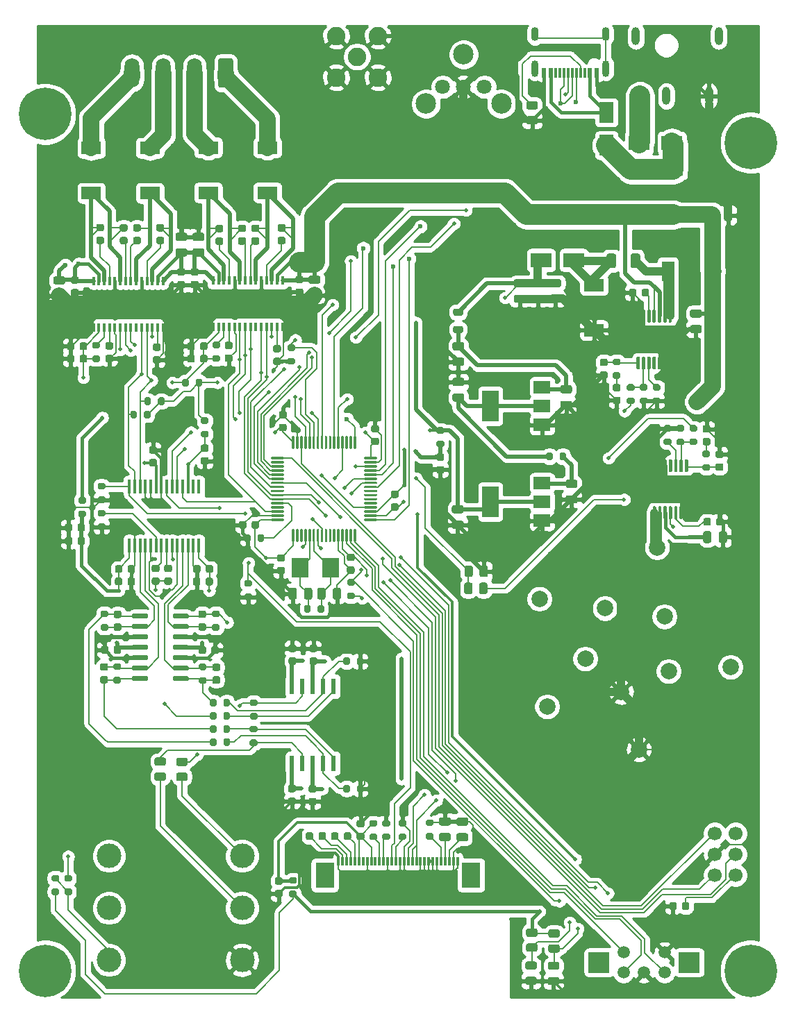
<source format=gbr>
G04 #@! TF.GenerationSoftware,KiCad,Pcbnew,5.1.9*
G04 #@! TF.CreationDate,2021-07-08T11:39:50+08:00*
G04 #@! TF.ProjectId,digital-amplifier2,64696769-7461-46c2-9d61-6d706c696669,rev?*
G04 #@! TF.SameCoordinates,Original*
G04 #@! TF.FileFunction,Copper,L1,Top*
G04 #@! TF.FilePolarity,Positive*
%FSLAX46Y46*%
G04 Gerber Fmt 4.6, Leading zero omitted, Abs format (unit mm)*
G04 Created by KiCad (PCBNEW 5.1.9) date 2021-07-08 11:39:50*
%MOMM*%
%LPD*%
G01*
G04 APERTURE LIST*
G04 #@! TA.AperFunction,ComponentPad*
%ADD10C,0.600000*%
G04 #@! TD*
G04 #@! TA.AperFunction,SMDPad,CuDef*
%ADD11R,3.810000X2.789999*%
G04 #@! TD*
G04 #@! TA.AperFunction,SMDPad,CuDef*
%ADD12R,0.558000X1.969999*%
G04 #@! TD*
G04 #@! TA.AperFunction,ComponentPad*
%ADD13C,2.000000*%
G04 #@! TD*
G04 #@! TA.AperFunction,SMDPad,CuDef*
%ADD14R,2.000000X1.500000*%
G04 #@! TD*
G04 #@! TA.AperFunction,SMDPad,CuDef*
%ADD15R,2.000000X3.800000*%
G04 #@! TD*
G04 #@! TA.AperFunction,ComponentPad*
%ADD16C,1.700000*%
G04 #@! TD*
G04 #@! TA.AperFunction,ComponentPad*
%ADD17C,2.250000*%
G04 #@! TD*
G04 #@! TA.AperFunction,ComponentPad*
%ADD18O,1.800000X3.600000*%
G04 #@! TD*
G04 #@! TA.AperFunction,SMDPad,CuDef*
%ADD19R,2.400000X1.500000*%
G04 #@! TD*
G04 #@! TA.AperFunction,SMDPad,CuDef*
%ADD20R,9.500000X3.400000*%
G04 #@! TD*
G04 #@! TA.AperFunction,SMDPad,CuDef*
%ADD21R,0.400000X1.100000*%
G04 #@! TD*
G04 #@! TA.AperFunction,SMDPad,CuDef*
%ADD22R,2.300000X3.100000*%
G04 #@! TD*
G04 #@! TA.AperFunction,SMDPad,CuDef*
%ADD23R,0.300000X1.100000*%
G04 #@! TD*
G04 #@! TA.AperFunction,ComponentPad*
%ADD24R,2.600000X2.500000*%
G04 #@! TD*
G04 #@! TA.AperFunction,ComponentPad*
%ADD25C,1.500000*%
G04 #@! TD*
G04 #@! TA.AperFunction,SMDPad,CuDef*
%ADD26R,0.600000X1.160000*%
G04 #@! TD*
G04 #@! TA.AperFunction,SMDPad,CuDef*
%ADD27R,0.300000X1.160000*%
G04 #@! TD*
G04 #@! TA.AperFunction,ComponentPad*
%ADD28O,0.900000X1.700000*%
G04 #@! TD*
G04 #@! TA.AperFunction,ComponentPad*
%ADD29O,0.900000X2.000000*%
G04 #@! TD*
G04 #@! TA.AperFunction,SMDPad,CuDef*
%ADD30R,2.000000X2.400000*%
G04 #@! TD*
G04 #@! TA.AperFunction,SMDPad,CuDef*
%ADD31R,5.000000X3.400000*%
G04 #@! TD*
G04 #@! TA.AperFunction,ComponentPad*
%ADD32C,1.800000*%
G04 #@! TD*
G04 #@! TA.AperFunction,WasherPad*
%ADD33C,2.500000*%
G04 #@! TD*
G04 #@! TA.AperFunction,SMDPad,CuDef*
%ADD34R,0.450000X1.750000*%
G04 #@! TD*
G04 #@! TA.AperFunction,SMDPad,CuDef*
%ADD35R,1.500000X2.400000*%
G04 #@! TD*
G04 #@! TA.AperFunction,ComponentPad*
%ADD36C,3.000000*%
G04 #@! TD*
G04 #@! TA.AperFunction,ComponentPad*
%ADD37O,1.000000X2.200000*%
G04 #@! TD*
G04 #@! TA.AperFunction,ComponentPad*
%ADD38C,6.400000*%
G04 #@! TD*
G04 #@! TA.AperFunction,SMDPad,CuDef*
%ADD39R,2.500000X1.800000*%
G04 #@! TD*
G04 #@! TA.AperFunction,SMDPad,CuDef*
%ADD40R,1.800000X2.500000*%
G04 #@! TD*
G04 #@! TA.AperFunction,ViaPad*
%ADD41C,0.600000*%
G04 #@! TD*
G04 #@! TA.AperFunction,ViaPad*
%ADD42C,0.500000*%
G04 #@! TD*
G04 #@! TA.AperFunction,Conductor*
%ADD43C,0.400000*%
G04 #@! TD*
G04 #@! TA.AperFunction,Conductor*
%ADD44C,2.000000*%
G04 #@! TD*
G04 #@! TA.AperFunction,Conductor*
%ADD45C,0.500000*%
G04 #@! TD*
G04 #@! TA.AperFunction,Conductor*
%ADD46C,1.000000*%
G04 #@! TD*
G04 #@! TA.AperFunction,Conductor*
%ADD47C,0.200000*%
G04 #@! TD*
G04 #@! TA.AperFunction,Conductor*
%ADD48C,0.300000*%
G04 #@! TD*
G04 #@! TA.AperFunction,Conductor*
%ADD49C,2.500000*%
G04 #@! TD*
G04 #@! TA.AperFunction,Conductor*
%ADD50C,0.254000*%
G04 #@! TD*
G04 #@! TA.AperFunction,Conductor*
%ADD51C,0.100000*%
G04 #@! TD*
G04 APERTURE END LIST*
D10*
X141058900Y-185381900D03*
X141058900Y-186651900D03*
X139788900Y-185381900D03*
X139788900Y-186651900D03*
X138518900Y-185381900D03*
X138518900Y-186651900D03*
D11*
X139788900Y-186016900D03*
D12*
X134073900Y-181330600D03*
X135343900Y-181330600D03*
X136613900Y-181330600D03*
X137883900Y-181330600D03*
X139153900Y-181330600D03*
X140423900Y-181330600D03*
X141693900Y-181330600D03*
X142963900Y-181330600D03*
X144233900Y-181330600D03*
X145503900Y-181330600D03*
X145503900Y-190703200D03*
X144233900Y-190703200D03*
X142963900Y-190703200D03*
X141693900Y-190703200D03*
X140423900Y-190703200D03*
X139153900Y-190703200D03*
X137883900Y-190703200D03*
X136613900Y-190703200D03*
X135343900Y-190703200D03*
X134073900Y-190703200D03*
D13*
X164236400Y-170649900D03*
X169824400Y-177952400D03*
X165188900Y-183794400D03*
X174205900Y-182016400D03*
X179476400Y-172808900D03*
X187540900Y-178968400D03*
X179984400Y-179476400D03*
X176364900Y-189001400D03*
X172237400Y-171792900D03*
X178587400Y-164363400D03*
G04 #@! TA.AperFunction,SMDPad,CuDef*
G36*
G01*
X105507200Y-205136700D02*
X104957200Y-205136700D01*
G75*
G02*
X104757200Y-204936700I0J200000D01*
G01*
X104757200Y-204536700D01*
G75*
G02*
X104957200Y-204336700I200000J0D01*
G01*
X105507200Y-204336700D01*
G75*
G02*
X105707200Y-204536700I0J-200000D01*
G01*
X105707200Y-204936700D01*
G75*
G02*
X105507200Y-205136700I-200000J0D01*
G01*
G37*
G04 #@! TD.AperFunction*
G04 #@! TA.AperFunction,SMDPad,CuDef*
G36*
G01*
X105507200Y-206786700D02*
X104957200Y-206786700D01*
G75*
G02*
X104757200Y-206586700I0J200000D01*
G01*
X104757200Y-206186700D01*
G75*
G02*
X104957200Y-205986700I200000J0D01*
G01*
X105507200Y-205986700D01*
G75*
G02*
X105707200Y-206186700I0J-200000D01*
G01*
X105707200Y-206586700D01*
G75*
G02*
X105507200Y-206786700I-200000J0D01*
G01*
G37*
G04 #@! TD.AperFunction*
G04 #@! TA.AperFunction,SMDPad,CuDef*
G36*
G01*
X106532000Y-205987200D02*
X107082000Y-205987200D01*
G75*
G02*
X107282000Y-206187200I0J-200000D01*
G01*
X107282000Y-206587200D01*
G75*
G02*
X107082000Y-206787200I-200000J0D01*
G01*
X106532000Y-206787200D01*
G75*
G02*
X106332000Y-206587200I0J200000D01*
G01*
X106332000Y-206187200D01*
G75*
G02*
X106532000Y-205987200I200000J0D01*
G01*
G37*
G04 #@! TD.AperFunction*
G04 #@! TA.AperFunction,SMDPad,CuDef*
G36*
G01*
X106532000Y-204337200D02*
X107082000Y-204337200D01*
G75*
G02*
X107282000Y-204537200I0J-200000D01*
G01*
X107282000Y-204937200D01*
G75*
G02*
X107082000Y-205137200I-200000J0D01*
G01*
X106532000Y-205137200D01*
G75*
G02*
X106332000Y-204937200I0J200000D01*
G01*
X106332000Y-204537200D01*
G75*
G02*
X106532000Y-204337200I200000J0D01*
G01*
G37*
G04 #@! TD.AperFunction*
G04 #@! TA.AperFunction,SMDPad,CuDef*
G36*
G01*
X165843900Y-152988600D02*
X165843900Y-153538600D01*
G75*
G02*
X165643900Y-153738600I-200000J0D01*
G01*
X165243900Y-153738600D01*
G75*
G02*
X165043900Y-153538600I0J200000D01*
G01*
X165043900Y-152988600D01*
G75*
G02*
X165243900Y-152788600I200000J0D01*
G01*
X165643900Y-152788600D01*
G75*
G02*
X165843900Y-152988600I0J-200000D01*
G01*
G37*
G04 #@! TD.AperFunction*
G04 #@! TA.AperFunction,SMDPad,CuDef*
G36*
G01*
X167493900Y-152988600D02*
X167493900Y-153538600D01*
G75*
G02*
X167293900Y-153738600I-200000J0D01*
G01*
X166893900Y-153738600D01*
G75*
G02*
X166693900Y-153538600I0J200000D01*
G01*
X166693900Y-152988600D01*
G75*
G02*
X166893900Y-152788600I200000J0D01*
G01*
X167293900Y-152788600D01*
G75*
G02*
X167493900Y-152988600I0J-200000D01*
G01*
G37*
G04 #@! TD.AperFunction*
D14*
X164567000Y-149411720D03*
X164567000Y-144811720D03*
X164567000Y-147111720D03*
D15*
X158267000Y-147111720D03*
G04 #@! TA.AperFunction,SMDPad,CuDef*
G36*
G01*
X154830800Y-144685600D02*
X153880800Y-144685600D01*
G75*
G02*
X153630800Y-144435600I0J250000D01*
G01*
X153630800Y-143935600D01*
G75*
G02*
X153880800Y-143685600I250000J0D01*
G01*
X154830800Y-143685600D01*
G75*
G02*
X155080800Y-143935600I0J-250000D01*
G01*
X155080800Y-144435600D01*
G75*
G02*
X154830800Y-144685600I-250000J0D01*
G01*
G37*
G04 #@! TD.AperFunction*
G04 #@! TA.AperFunction,SMDPad,CuDef*
G36*
G01*
X154830800Y-146585600D02*
X153880800Y-146585600D01*
G75*
G02*
X153630800Y-146335600I0J250000D01*
G01*
X153630800Y-145835600D01*
G75*
G02*
X153880800Y-145585600I250000J0D01*
G01*
X154830800Y-145585600D01*
G75*
G02*
X155080800Y-145835600I0J-250000D01*
G01*
X155080800Y-146335600D01*
G75*
G02*
X154830800Y-146585600I-250000J0D01*
G01*
G37*
G04 #@! TD.AperFunction*
D16*
X188150500Y-204355700D03*
X185610500Y-204355700D03*
X188150500Y-201815700D03*
X185610500Y-201815700D03*
X188150500Y-199275700D03*
X185610500Y-199275700D03*
D17*
X139460000Y-107040000D03*
X139460000Y-101960000D03*
X144540000Y-101960000D03*
X144540000Y-107040000D03*
X142000000Y-104500000D03*
D18*
X114570000Y-106500000D03*
X118380000Y-106500000D03*
X122190000Y-106500000D03*
G04 #@! TA.AperFunction,ComponentPad*
G36*
G01*
X126900000Y-104950000D02*
X126900000Y-108050000D01*
G75*
G02*
X126650000Y-108300000I-250000J0D01*
G01*
X125350000Y-108300000D01*
G75*
G02*
X125100000Y-108050000I0J250000D01*
G01*
X125100000Y-104950000D01*
G75*
G02*
X125350000Y-104700000I250000J0D01*
G01*
X126650000Y-104700000D01*
G75*
G02*
X126900000Y-104950000I0J-250000D01*
G01*
G37*
G04 #@! TD.AperFunction*
G04 #@! TA.AperFunction,SMDPad,CuDef*
G36*
G01*
X123194000Y-153360000D02*
X123694000Y-153360000D01*
G75*
G02*
X123919000Y-153585000I0J-225000D01*
G01*
X123919000Y-154035000D01*
G75*
G02*
X123694000Y-154260000I-225000J0D01*
G01*
X123194000Y-154260000D01*
G75*
G02*
X122969000Y-154035000I0J225000D01*
G01*
X122969000Y-153585000D01*
G75*
G02*
X123194000Y-153360000I225000J0D01*
G01*
G37*
G04 #@! TD.AperFunction*
G04 #@! TA.AperFunction,SMDPad,CuDef*
G36*
G01*
X123194000Y-151810000D02*
X123694000Y-151810000D01*
G75*
G02*
X123919000Y-152035000I0J-225000D01*
G01*
X123919000Y-152485000D01*
G75*
G02*
X123694000Y-152710000I-225000J0D01*
G01*
X123194000Y-152710000D01*
G75*
G02*
X122969000Y-152485000I0J225000D01*
G01*
X122969000Y-152035000D01*
G75*
G02*
X123194000Y-151810000I225000J0D01*
G01*
G37*
G04 #@! TD.AperFunction*
G04 #@! TA.AperFunction,SMDPad,CuDef*
G36*
G01*
X151908700Y-154452200D02*
X152408700Y-154452200D01*
G75*
G02*
X152633700Y-154677200I0J-225000D01*
G01*
X152633700Y-155127200D01*
G75*
G02*
X152408700Y-155352200I-225000J0D01*
G01*
X151908700Y-155352200D01*
G75*
G02*
X151683700Y-155127200I0J225000D01*
G01*
X151683700Y-154677200D01*
G75*
G02*
X151908700Y-154452200I225000J0D01*
G01*
G37*
G04 #@! TD.AperFunction*
G04 #@! TA.AperFunction,SMDPad,CuDef*
G36*
G01*
X151908700Y-152902200D02*
X152408700Y-152902200D01*
G75*
G02*
X152633700Y-153127200I0J-225000D01*
G01*
X152633700Y-153577200D01*
G75*
G02*
X152408700Y-153802200I-225000J0D01*
G01*
X151908700Y-153802200D01*
G75*
G02*
X151683700Y-153577200I0J225000D01*
G01*
X151683700Y-153127200D01*
G75*
G02*
X151908700Y-152902200I225000J0D01*
G01*
G37*
G04 #@! TD.AperFunction*
G04 #@! TA.AperFunction,SMDPad,CuDef*
G36*
G01*
X133913200Y-206241200D02*
X134463200Y-206241200D01*
G75*
G02*
X134663200Y-206441200I0J-200000D01*
G01*
X134663200Y-206841200D01*
G75*
G02*
X134463200Y-207041200I-200000J0D01*
G01*
X133913200Y-207041200D01*
G75*
G02*
X133713200Y-206841200I0J200000D01*
G01*
X133713200Y-206441200D01*
G75*
G02*
X133913200Y-206241200I200000J0D01*
G01*
G37*
G04 #@! TD.AperFunction*
G04 #@! TA.AperFunction,SMDPad,CuDef*
G36*
G01*
X133913200Y-204591200D02*
X134463200Y-204591200D01*
G75*
G02*
X134663200Y-204791200I0J-200000D01*
G01*
X134663200Y-205191200D01*
G75*
G02*
X134463200Y-205391200I-200000J0D01*
G01*
X133913200Y-205391200D01*
G75*
G02*
X133713200Y-205191200I0J200000D01*
G01*
X133713200Y-204791200D01*
G75*
G02*
X133913200Y-204591200I200000J0D01*
G01*
G37*
G04 #@! TD.AperFunction*
G04 #@! TA.AperFunction,SMDPad,CuDef*
G36*
G01*
X128452200Y-170008100D02*
X129002200Y-170008100D01*
G75*
G02*
X129202200Y-170208100I0J-200000D01*
G01*
X129202200Y-170608100D01*
G75*
G02*
X129002200Y-170808100I-200000J0D01*
G01*
X128452200Y-170808100D01*
G75*
G02*
X128252200Y-170608100I0J200000D01*
G01*
X128252200Y-170208100D01*
G75*
G02*
X128452200Y-170008100I200000J0D01*
G01*
G37*
G04 #@! TD.AperFunction*
G04 #@! TA.AperFunction,SMDPad,CuDef*
G36*
G01*
X128452200Y-168358100D02*
X129002200Y-168358100D01*
G75*
G02*
X129202200Y-168558100I0J-200000D01*
G01*
X129202200Y-168958100D01*
G75*
G02*
X129002200Y-169158100I-200000J0D01*
G01*
X128452200Y-169158100D01*
G75*
G02*
X128252200Y-168958100I0J200000D01*
G01*
X128252200Y-168558100D01*
G75*
G02*
X128452200Y-168358100I200000J0D01*
G01*
G37*
G04 #@! TD.AperFunction*
G04 #@! TA.AperFunction,SMDPad,CuDef*
G36*
G01*
X145287320Y-199258480D02*
X145837320Y-199258480D01*
G75*
G02*
X146037320Y-199458480I0J-200000D01*
G01*
X146037320Y-199858480D01*
G75*
G02*
X145837320Y-200058480I-200000J0D01*
G01*
X145287320Y-200058480D01*
G75*
G02*
X145087320Y-199858480I0J200000D01*
G01*
X145087320Y-199458480D01*
G75*
G02*
X145287320Y-199258480I200000J0D01*
G01*
G37*
G04 #@! TD.AperFunction*
G04 #@! TA.AperFunction,SMDPad,CuDef*
G36*
G01*
X145287320Y-197608480D02*
X145837320Y-197608480D01*
G75*
G02*
X146037320Y-197808480I0J-200000D01*
G01*
X146037320Y-198208480D01*
G75*
G02*
X145837320Y-198408480I-200000J0D01*
G01*
X145287320Y-198408480D01*
G75*
G02*
X145087320Y-198208480I0J200000D01*
G01*
X145087320Y-197808480D01*
G75*
G02*
X145287320Y-197608480I200000J0D01*
G01*
G37*
G04 #@! TD.AperFunction*
G04 #@! TA.AperFunction,SMDPad,CuDef*
G36*
G01*
X143717600Y-199273720D02*
X144267600Y-199273720D01*
G75*
G02*
X144467600Y-199473720I0J-200000D01*
G01*
X144467600Y-199873720D01*
G75*
G02*
X144267600Y-200073720I-200000J0D01*
G01*
X143717600Y-200073720D01*
G75*
G02*
X143517600Y-199873720I0J200000D01*
G01*
X143517600Y-199473720D01*
G75*
G02*
X143717600Y-199273720I200000J0D01*
G01*
G37*
G04 #@! TD.AperFunction*
G04 #@! TA.AperFunction,SMDPad,CuDef*
G36*
G01*
X143717600Y-197623720D02*
X144267600Y-197623720D01*
G75*
G02*
X144467600Y-197823720I0J-200000D01*
G01*
X144467600Y-198223720D01*
G75*
G02*
X144267600Y-198423720I-200000J0D01*
G01*
X143717600Y-198423720D01*
G75*
G02*
X143517600Y-198223720I0J200000D01*
G01*
X143517600Y-197823720D01*
G75*
G02*
X143717600Y-197623720I200000J0D01*
G01*
G37*
G04 #@! TD.AperFunction*
G04 #@! TA.AperFunction,SMDPad,CuDef*
G36*
G01*
X147268520Y-199263560D02*
X147818520Y-199263560D01*
G75*
G02*
X148018520Y-199463560I0J-200000D01*
G01*
X148018520Y-199863560D01*
G75*
G02*
X147818520Y-200063560I-200000J0D01*
G01*
X147268520Y-200063560D01*
G75*
G02*
X147068520Y-199863560I0J200000D01*
G01*
X147068520Y-199463560D01*
G75*
G02*
X147268520Y-199263560I200000J0D01*
G01*
G37*
G04 #@! TD.AperFunction*
G04 #@! TA.AperFunction,SMDPad,CuDef*
G36*
G01*
X147268520Y-197613560D02*
X147818520Y-197613560D01*
G75*
G02*
X148018520Y-197813560I0J-200000D01*
G01*
X148018520Y-198213560D01*
G75*
G02*
X147818520Y-198413560I-200000J0D01*
G01*
X147268520Y-198413560D01*
G75*
G02*
X147068520Y-198213560I0J200000D01*
G01*
X147068520Y-197813560D01*
G75*
G02*
X147268520Y-197613560I200000J0D01*
G01*
G37*
G04 #@! TD.AperFunction*
G04 #@! TA.AperFunction,SMDPad,CuDef*
G36*
G01*
X150585760Y-199207680D02*
X151135760Y-199207680D01*
G75*
G02*
X151335760Y-199407680I0J-200000D01*
G01*
X151335760Y-199807680D01*
G75*
G02*
X151135760Y-200007680I-200000J0D01*
G01*
X150585760Y-200007680D01*
G75*
G02*
X150385760Y-199807680I0J200000D01*
G01*
X150385760Y-199407680D01*
G75*
G02*
X150585760Y-199207680I200000J0D01*
G01*
G37*
G04 #@! TD.AperFunction*
G04 #@! TA.AperFunction,SMDPad,CuDef*
G36*
G01*
X150585760Y-197557680D02*
X151135760Y-197557680D01*
G75*
G02*
X151335760Y-197757680I0J-200000D01*
G01*
X151335760Y-198157680D01*
G75*
G02*
X151135760Y-198357680I-200000J0D01*
G01*
X150585760Y-198357680D01*
G75*
G02*
X150385760Y-198157680I0J200000D01*
G01*
X150385760Y-197757680D01*
G75*
G02*
X150585760Y-197557680I200000J0D01*
G01*
G37*
G04 #@! TD.AperFunction*
G04 #@! TA.AperFunction,SMDPad,CuDef*
G36*
G01*
X132211000Y-206166600D02*
X132711000Y-206166600D01*
G75*
G02*
X132936000Y-206391600I0J-225000D01*
G01*
X132936000Y-206841600D01*
G75*
G02*
X132711000Y-207066600I-225000J0D01*
G01*
X132211000Y-207066600D01*
G75*
G02*
X131986000Y-206841600I0J225000D01*
G01*
X131986000Y-206391600D01*
G75*
G02*
X132211000Y-206166600I225000J0D01*
G01*
G37*
G04 #@! TD.AperFunction*
G04 #@! TA.AperFunction,SMDPad,CuDef*
G36*
G01*
X132211000Y-204616600D02*
X132711000Y-204616600D01*
G75*
G02*
X132936000Y-204841600I0J-225000D01*
G01*
X132936000Y-205291600D01*
G75*
G02*
X132711000Y-205516600I-225000J0D01*
G01*
X132211000Y-205516600D01*
G75*
G02*
X131986000Y-205291600I0J225000D01*
G01*
X131986000Y-204841600D01*
G75*
G02*
X132211000Y-204616600I225000J0D01*
G01*
G37*
G04 #@! TD.AperFunction*
G04 #@! TA.AperFunction,SMDPad,CuDef*
G36*
G01*
X136662280Y-199335320D02*
X136662280Y-199835320D01*
G75*
G02*
X136437280Y-200060320I-225000J0D01*
G01*
X135987280Y-200060320D01*
G75*
G02*
X135762280Y-199835320I0J225000D01*
G01*
X135762280Y-199335320D01*
G75*
G02*
X135987280Y-199110320I225000J0D01*
G01*
X136437280Y-199110320D01*
G75*
G02*
X136662280Y-199335320I0J-225000D01*
G01*
G37*
G04 #@! TD.AperFunction*
G04 #@! TA.AperFunction,SMDPad,CuDef*
G36*
G01*
X138212280Y-199335320D02*
X138212280Y-199835320D01*
G75*
G02*
X137987280Y-200060320I-225000J0D01*
G01*
X137537280Y-200060320D01*
G75*
G02*
X137312280Y-199835320I0J225000D01*
G01*
X137312280Y-199335320D01*
G75*
G02*
X137537280Y-199110320I225000J0D01*
G01*
X137987280Y-199110320D01*
G75*
G02*
X138212280Y-199335320I0J-225000D01*
G01*
G37*
G04 #@! TD.AperFunction*
G04 #@! TA.AperFunction,SMDPad,CuDef*
G36*
G01*
X140398380Y-199842940D02*
X140398380Y-199342940D01*
G75*
G02*
X140623380Y-199117940I225000J0D01*
G01*
X141073380Y-199117940D01*
G75*
G02*
X141298380Y-199342940I0J-225000D01*
G01*
X141298380Y-199842940D01*
G75*
G02*
X141073380Y-200067940I-225000J0D01*
G01*
X140623380Y-200067940D01*
G75*
G02*
X140398380Y-199842940I0J225000D01*
G01*
G37*
G04 #@! TD.AperFunction*
G04 #@! TA.AperFunction,SMDPad,CuDef*
G36*
G01*
X138848380Y-199842940D02*
X138848380Y-199342940D01*
G75*
G02*
X139073380Y-199117940I225000J0D01*
G01*
X139523380Y-199117940D01*
G75*
G02*
X139748380Y-199342940I0J-225000D01*
G01*
X139748380Y-199842940D01*
G75*
G02*
X139523380Y-200067940I-225000J0D01*
G01*
X139073380Y-200067940D01*
G75*
G02*
X138848380Y-199842940I0J225000D01*
G01*
G37*
G04 #@! TD.AperFunction*
G04 #@! TA.AperFunction,SMDPad,CuDef*
G36*
G01*
X111146000Y-157309000D02*
X110596000Y-157309000D01*
G75*
G02*
X110396000Y-157109000I0J200000D01*
G01*
X110396000Y-156709000D01*
G75*
G02*
X110596000Y-156509000I200000J0D01*
G01*
X111146000Y-156509000D01*
G75*
G02*
X111346000Y-156709000I0J-200000D01*
G01*
X111346000Y-157109000D01*
G75*
G02*
X111146000Y-157309000I-200000J0D01*
G01*
G37*
G04 #@! TD.AperFunction*
G04 #@! TA.AperFunction,SMDPad,CuDef*
G36*
G01*
X111146000Y-158959000D02*
X110596000Y-158959000D01*
G75*
G02*
X110396000Y-158759000I0J200000D01*
G01*
X110396000Y-158359000D01*
G75*
G02*
X110596000Y-158159000I200000J0D01*
G01*
X111146000Y-158159000D01*
G75*
G02*
X111346000Y-158359000I0J-200000D01*
G01*
X111346000Y-158759000D01*
G75*
G02*
X111146000Y-158959000I-200000J0D01*
G01*
G37*
G04 #@! TD.AperFunction*
G04 #@! TA.AperFunction,SMDPad,CuDef*
G36*
G01*
X133710000Y-141262920D02*
X134260000Y-141262920D01*
G75*
G02*
X134460000Y-141462920I0J-200000D01*
G01*
X134460000Y-141862920D01*
G75*
G02*
X134260000Y-142062920I-200000J0D01*
G01*
X133710000Y-142062920D01*
G75*
G02*
X133510000Y-141862920I0J200000D01*
G01*
X133510000Y-141462920D01*
G75*
G02*
X133710000Y-141262920I200000J0D01*
G01*
G37*
G04 #@! TD.AperFunction*
G04 #@! TA.AperFunction,SMDPad,CuDef*
G36*
G01*
X133710000Y-139612920D02*
X134260000Y-139612920D01*
G75*
G02*
X134460000Y-139812920I0J-200000D01*
G01*
X134460000Y-140212920D01*
G75*
G02*
X134260000Y-140412920I-200000J0D01*
G01*
X133710000Y-140412920D01*
G75*
G02*
X133510000Y-140212920I0J200000D01*
G01*
X133510000Y-139812920D01*
G75*
G02*
X133710000Y-139612920I200000J0D01*
G01*
G37*
G04 #@! TD.AperFunction*
G04 #@! TA.AperFunction,SMDPad,CuDef*
G36*
G01*
X126115000Y-140832720D02*
X126615000Y-140832720D01*
G75*
G02*
X126840000Y-141057720I0J-225000D01*
G01*
X126840000Y-141507720D01*
G75*
G02*
X126615000Y-141732720I-225000J0D01*
G01*
X126115000Y-141732720D01*
G75*
G02*
X125890000Y-141507720I0J225000D01*
G01*
X125890000Y-141057720D01*
G75*
G02*
X126115000Y-140832720I225000J0D01*
G01*
G37*
G04 #@! TD.AperFunction*
G04 #@! TA.AperFunction,SMDPad,CuDef*
G36*
G01*
X126115000Y-139282720D02*
X126615000Y-139282720D01*
G75*
G02*
X126840000Y-139507720I0J-225000D01*
G01*
X126840000Y-139957720D01*
G75*
G02*
X126615000Y-140182720I-225000J0D01*
G01*
X126115000Y-140182720D01*
G75*
G02*
X125890000Y-139957720I0J225000D01*
G01*
X125890000Y-139507720D01*
G75*
G02*
X126115000Y-139282720I225000J0D01*
G01*
G37*
G04 #@! TD.AperFunction*
G04 #@! TA.AperFunction,SMDPad,CuDef*
G36*
G01*
X132012880Y-141228960D02*
X132512880Y-141228960D01*
G75*
G02*
X132737880Y-141453960I0J-225000D01*
G01*
X132737880Y-141903960D01*
G75*
G02*
X132512880Y-142128960I-225000J0D01*
G01*
X132012880Y-142128960D01*
G75*
G02*
X131787880Y-141903960I0J225000D01*
G01*
X131787880Y-141453960D01*
G75*
G02*
X132012880Y-141228960I225000J0D01*
G01*
G37*
G04 #@! TD.AperFunction*
G04 #@! TA.AperFunction,SMDPad,CuDef*
G36*
G01*
X132012880Y-139678960D02*
X132512880Y-139678960D01*
G75*
G02*
X132737880Y-139903960I0J-225000D01*
G01*
X132737880Y-140353960D01*
G75*
G02*
X132512880Y-140578960I-225000J0D01*
G01*
X132012880Y-140578960D01*
G75*
G02*
X131787880Y-140353960I0J225000D01*
G01*
X131787880Y-139903960D01*
G75*
G02*
X132012880Y-139678960I225000J0D01*
G01*
G37*
G04 #@! TD.AperFunction*
G04 #@! TA.AperFunction,SMDPad,CuDef*
G36*
G01*
X111565880Y-140883520D02*
X112065880Y-140883520D01*
G75*
G02*
X112290880Y-141108520I0J-225000D01*
G01*
X112290880Y-141558520D01*
G75*
G02*
X112065880Y-141783520I-225000J0D01*
G01*
X111565880Y-141783520D01*
G75*
G02*
X111340880Y-141558520I0J225000D01*
G01*
X111340880Y-141108520D01*
G75*
G02*
X111565880Y-140883520I225000J0D01*
G01*
G37*
G04 #@! TD.AperFunction*
G04 #@! TA.AperFunction,SMDPad,CuDef*
G36*
G01*
X111565880Y-139333520D02*
X112065880Y-139333520D01*
G75*
G02*
X112290880Y-139558520I0J-225000D01*
G01*
X112290880Y-140008520D01*
G75*
G02*
X112065880Y-140233520I-225000J0D01*
G01*
X111565880Y-140233520D01*
G75*
G02*
X111340880Y-140008520I0J225000D01*
G01*
X111340880Y-139558520D01*
G75*
G02*
X111565880Y-139333520I225000J0D01*
G01*
G37*
G04 #@! TD.AperFunction*
G04 #@! TA.AperFunction,SMDPad,CuDef*
G36*
G01*
X117352000Y-141041000D02*
X117852000Y-141041000D01*
G75*
G02*
X118077000Y-141266000I0J-225000D01*
G01*
X118077000Y-141716000D01*
G75*
G02*
X117852000Y-141941000I-225000J0D01*
G01*
X117352000Y-141941000D01*
G75*
G02*
X117127000Y-141716000I0J225000D01*
G01*
X117127000Y-141266000D01*
G75*
G02*
X117352000Y-141041000I225000J0D01*
G01*
G37*
G04 #@! TD.AperFunction*
G04 #@! TA.AperFunction,SMDPad,CuDef*
G36*
G01*
X117352000Y-139491000D02*
X117852000Y-139491000D01*
G75*
G02*
X118077000Y-139716000I0J-225000D01*
G01*
X118077000Y-140166000D01*
G75*
G02*
X117852000Y-140391000I-225000J0D01*
G01*
X117352000Y-140391000D01*
G75*
G02*
X117127000Y-140166000I0J225000D01*
G01*
X117127000Y-139716000D01*
G75*
G02*
X117352000Y-139491000I225000J0D01*
G01*
G37*
G04 #@! TD.AperFunction*
G04 #@! TA.AperFunction,SMDPad,CuDef*
G36*
G01*
X122230000Y-141101000D02*
X122230000Y-141601000D01*
G75*
G02*
X122005000Y-141826000I-225000J0D01*
G01*
X121555000Y-141826000D01*
G75*
G02*
X121330000Y-141601000I0J225000D01*
G01*
X121330000Y-141101000D01*
G75*
G02*
X121555000Y-140876000I225000J0D01*
G01*
X122005000Y-140876000D01*
G75*
G02*
X122230000Y-141101000I0J-225000D01*
G01*
G37*
G04 #@! TD.AperFunction*
G04 #@! TA.AperFunction,SMDPad,CuDef*
G36*
G01*
X123780000Y-141101000D02*
X123780000Y-141601000D01*
G75*
G02*
X123555000Y-141826000I-225000J0D01*
G01*
X123105000Y-141826000D01*
G75*
G02*
X122880000Y-141601000I0J225000D01*
G01*
X122880000Y-141101000D01*
G75*
G02*
X123105000Y-140876000I225000J0D01*
G01*
X123555000Y-140876000D01*
G75*
G02*
X123780000Y-141101000I0J-225000D01*
G01*
G37*
G04 #@! TD.AperFunction*
G04 #@! TA.AperFunction,SMDPad,CuDef*
G36*
G01*
X107548800Y-141101000D02*
X107548800Y-141601000D01*
G75*
G02*
X107323800Y-141826000I-225000J0D01*
G01*
X106873800Y-141826000D01*
G75*
G02*
X106648800Y-141601000I0J225000D01*
G01*
X106648800Y-141101000D01*
G75*
G02*
X106873800Y-140876000I225000J0D01*
G01*
X107323800Y-140876000D01*
G75*
G02*
X107548800Y-141101000I0J-225000D01*
G01*
G37*
G04 #@! TD.AperFunction*
G04 #@! TA.AperFunction,SMDPad,CuDef*
G36*
G01*
X109098800Y-141101000D02*
X109098800Y-141601000D01*
G75*
G02*
X108873800Y-141826000I-225000J0D01*
G01*
X108423800Y-141826000D01*
G75*
G02*
X108198800Y-141601000I0J225000D01*
G01*
X108198800Y-141101000D01*
G75*
G02*
X108423800Y-140876000I225000J0D01*
G01*
X108873800Y-140876000D01*
G75*
G02*
X109098800Y-141101000I0J-225000D01*
G01*
G37*
G04 #@! TD.AperFunction*
G04 #@! TA.AperFunction,SMDPad,CuDef*
G36*
G01*
X186738680Y-124330480D02*
X186738680Y-123380480D01*
G75*
G02*
X186988680Y-123130480I250000J0D01*
G01*
X187488680Y-123130480D01*
G75*
G02*
X187738680Y-123380480I0J-250000D01*
G01*
X187738680Y-124330480D01*
G75*
G02*
X187488680Y-124580480I-250000J0D01*
G01*
X186988680Y-124580480D01*
G75*
G02*
X186738680Y-124330480I0J250000D01*
G01*
G37*
G04 #@! TD.AperFunction*
G04 #@! TA.AperFunction,SMDPad,CuDef*
G36*
G01*
X184838680Y-124330480D02*
X184838680Y-123380480D01*
G75*
G02*
X185088680Y-123130480I250000J0D01*
G01*
X185588680Y-123130480D01*
G75*
G02*
X185838680Y-123380480I0J-250000D01*
G01*
X185838680Y-124330480D01*
G75*
G02*
X185588680Y-124580480I-250000J0D01*
G01*
X185088680Y-124580480D01*
G75*
G02*
X184838680Y-124330480I0J250000D01*
G01*
G37*
G04 #@! TD.AperFunction*
G04 #@! TA.AperFunction,SMDPad,CuDef*
G36*
G01*
X111694080Y-176615280D02*
X111694080Y-177115280D01*
G75*
G02*
X111469080Y-177340280I-225000J0D01*
G01*
X111019080Y-177340280D01*
G75*
G02*
X110794080Y-177115280I0J225000D01*
G01*
X110794080Y-176615280D01*
G75*
G02*
X111019080Y-176390280I225000J0D01*
G01*
X111469080Y-176390280D01*
G75*
G02*
X111694080Y-176615280I0J-225000D01*
G01*
G37*
G04 #@! TD.AperFunction*
G04 #@! TA.AperFunction,SMDPad,CuDef*
G36*
G01*
X113244080Y-176615280D02*
X113244080Y-177115280D01*
G75*
G02*
X113019080Y-177340280I-225000J0D01*
G01*
X112569080Y-177340280D01*
G75*
G02*
X112344080Y-177115280I0J225000D01*
G01*
X112344080Y-176615280D01*
G75*
G02*
X112569080Y-176390280I225000J0D01*
G01*
X113019080Y-176390280D01*
G75*
G02*
X113244080Y-176615280I0J-225000D01*
G01*
G37*
G04 #@! TD.AperFunction*
G04 #@! TA.AperFunction,SMDPad,CuDef*
G36*
G01*
X124256680Y-177140680D02*
X124256680Y-176640680D01*
G75*
G02*
X124481680Y-176415680I225000J0D01*
G01*
X124931680Y-176415680D01*
G75*
G02*
X125156680Y-176640680I0J-225000D01*
G01*
X125156680Y-177140680D01*
G75*
G02*
X124931680Y-177365680I-225000J0D01*
G01*
X124481680Y-177365680D01*
G75*
G02*
X124256680Y-177140680I0J225000D01*
G01*
G37*
G04 #@! TD.AperFunction*
G04 #@! TA.AperFunction,SMDPad,CuDef*
G36*
G01*
X122706680Y-177140680D02*
X122706680Y-176640680D01*
G75*
G02*
X122931680Y-176415680I225000J0D01*
G01*
X123381680Y-176415680D01*
G75*
G02*
X123606680Y-176640680I0J-225000D01*
G01*
X123606680Y-177140680D01*
G75*
G02*
X123381680Y-177365680I-225000J0D01*
G01*
X122931680Y-177365680D01*
G75*
G02*
X122706680Y-177140680I0J225000D01*
G01*
G37*
G04 #@! TD.AperFunction*
G04 #@! TA.AperFunction,SMDPad,CuDef*
G36*
G01*
X134382320Y-177134640D02*
X133882320Y-177134640D01*
G75*
G02*
X133657320Y-176909640I0J225000D01*
G01*
X133657320Y-176459640D01*
G75*
G02*
X133882320Y-176234640I225000J0D01*
G01*
X134382320Y-176234640D01*
G75*
G02*
X134607320Y-176459640I0J-225000D01*
G01*
X134607320Y-176909640D01*
G75*
G02*
X134382320Y-177134640I-225000J0D01*
G01*
G37*
G04 #@! TD.AperFunction*
G04 #@! TA.AperFunction,SMDPad,CuDef*
G36*
G01*
X134382320Y-178684640D02*
X133882320Y-178684640D01*
G75*
G02*
X133657320Y-178459640I0J225000D01*
G01*
X133657320Y-178009640D01*
G75*
G02*
X133882320Y-177784640I225000J0D01*
G01*
X134382320Y-177784640D01*
G75*
G02*
X134607320Y-178009640I0J-225000D01*
G01*
X134607320Y-178459640D01*
G75*
G02*
X134382320Y-178684640I-225000J0D01*
G01*
G37*
G04 #@! TD.AperFunction*
G04 #@! TA.AperFunction,SMDPad,CuDef*
G36*
G01*
X133836600Y-194889000D02*
X134336600Y-194889000D01*
G75*
G02*
X134561600Y-195114000I0J-225000D01*
G01*
X134561600Y-195564000D01*
G75*
G02*
X134336600Y-195789000I-225000J0D01*
G01*
X133836600Y-195789000D01*
G75*
G02*
X133611600Y-195564000I0J225000D01*
G01*
X133611600Y-195114000D01*
G75*
G02*
X133836600Y-194889000I225000J0D01*
G01*
G37*
G04 #@! TD.AperFunction*
G04 #@! TA.AperFunction,SMDPad,CuDef*
G36*
G01*
X133836600Y-193339000D02*
X134336600Y-193339000D01*
G75*
G02*
X134561600Y-193564000I0J-225000D01*
G01*
X134561600Y-194014000D01*
G75*
G02*
X134336600Y-194239000I-225000J0D01*
G01*
X133836600Y-194239000D01*
G75*
G02*
X133611600Y-194014000I0J225000D01*
G01*
X133611600Y-193564000D01*
G75*
G02*
X133836600Y-193339000I225000J0D01*
G01*
G37*
G04 #@! TD.AperFunction*
G04 #@! TA.AperFunction,SMDPad,CuDef*
G36*
G01*
X136335960Y-194919480D02*
X136835960Y-194919480D01*
G75*
G02*
X137060960Y-195144480I0J-225000D01*
G01*
X137060960Y-195594480D01*
G75*
G02*
X136835960Y-195819480I-225000J0D01*
G01*
X136335960Y-195819480D01*
G75*
G02*
X136110960Y-195594480I0J225000D01*
G01*
X136110960Y-195144480D01*
G75*
G02*
X136335960Y-194919480I225000J0D01*
G01*
G37*
G04 #@! TD.AperFunction*
G04 #@! TA.AperFunction,SMDPad,CuDef*
G36*
G01*
X136335960Y-193369480D02*
X136835960Y-193369480D01*
G75*
G02*
X137060960Y-193594480I0J-225000D01*
G01*
X137060960Y-194044480D01*
G75*
G02*
X136835960Y-194269480I-225000J0D01*
G01*
X136335960Y-194269480D01*
G75*
G02*
X136110960Y-194044480I0J225000D01*
G01*
X136110960Y-193594480D01*
G75*
G02*
X136335960Y-193369480I225000J0D01*
G01*
G37*
G04 #@! TD.AperFunction*
G04 #@! TA.AperFunction,SMDPad,CuDef*
G36*
G01*
X136942640Y-177139720D02*
X136442640Y-177139720D01*
G75*
G02*
X136217640Y-176914720I0J225000D01*
G01*
X136217640Y-176464720D01*
G75*
G02*
X136442640Y-176239720I225000J0D01*
G01*
X136942640Y-176239720D01*
G75*
G02*
X137167640Y-176464720I0J-225000D01*
G01*
X137167640Y-176914720D01*
G75*
G02*
X136942640Y-177139720I-225000J0D01*
G01*
G37*
G04 #@! TD.AperFunction*
G04 #@! TA.AperFunction,SMDPad,CuDef*
G36*
G01*
X136942640Y-178689720D02*
X136442640Y-178689720D01*
G75*
G02*
X136217640Y-178464720I0J225000D01*
G01*
X136217640Y-178014720D01*
G75*
G02*
X136442640Y-177789720I225000J0D01*
G01*
X136942640Y-177789720D01*
G75*
G02*
X137167640Y-178014720I0J-225000D01*
G01*
X137167640Y-178464720D01*
G75*
G02*
X136942640Y-178689720I-225000J0D01*
G01*
G37*
G04 #@! TD.AperFunction*
G04 #@! TA.AperFunction,SMDPad,CuDef*
G36*
G01*
X122345000Y-144547000D02*
X122345000Y-143997000D01*
G75*
G02*
X122545000Y-143797000I200000J0D01*
G01*
X122945000Y-143797000D01*
G75*
G02*
X123145000Y-143997000I0J-200000D01*
G01*
X123145000Y-144547000D01*
G75*
G02*
X122945000Y-144747000I-200000J0D01*
G01*
X122545000Y-144747000D01*
G75*
G02*
X122345000Y-144547000I0J200000D01*
G01*
G37*
G04 #@! TD.AperFunction*
G04 #@! TA.AperFunction,SMDPad,CuDef*
G36*
G01*
X120695000Y-144547000D02*
X120695000Y-143997000D01*
G75*
G02*
X120895000Y-143797000I200000J0D01*
G01*
X121295000Y-143797000D01*
G75*
G02*
X121495000Y-143997000I0J-200000D01*
G01*
X121495000Y-144547000D01*
G75*
G02*
X121295000Y-144747000I-200000J0D01*
G01*
X120895000Y-144747000D01*
G75*
G02*
X120695000Y-144547000I0J200000D01*
G01*
G37*
G04 #@! TD.AperFunction*
G04 #@! TA.AperFunction,SMDPad,CuDef*
G36*
G01*
X115170400Y-147883200D02*
X115170400Y-148433200D01*
G75*
G02*
X114970400Y-148633200I-200000J0D01*
G01*
X114570400Y-148633200D01*
G75*
G02*
X114370400Y-148433200I0J200000D01*
G01*
X114370400Y-147883200D01*
G75*
G02*
X114570400Y-147683200I200000J0D01*
G01*
X114970400Y-147683200D01*
G75*
G02*
X115170400Y-147883200I0J-200000D01*
G01*
G37*
G04 #@! TD.AperFunction*
G04 #@! TA.AperFunction,SMDPad,CuDef*
G36*
G01*
X116820400Y-147883200D02*
X116820400Y-148433200D01*
G75*
G02*
X116620400Y-148633200I-200000J0D01*
G01*
X116220400Y-148633200D01*
G75*
G02*
X116020400Y-148433200I0J200000D01*
G01*
X116020400Y-147883200D01*
G75*
G02*
X116220400Y-147683200I200000J0D01*
G01*
X116620400Y-147683200D01*
G75*
G02*
X116820400Y-147883200I0J-200000D01*
G01*
G37*
G04 #@! TD.AperFunction*
G04 #@! TA.AperFunction,SMDPad,CuDef*
G36*
G01*
X116897600Y-146257600D02*
X116897600Y-146807600D01*
G75*
G02*
X116697600Y-147007600I-200000J0D01*
G01*
X116297600Y-147007600D01*
G75*
G02*
X116097600Y-146807600I0J200000D01*
G01*
X116097600Y-146257600D01*
G75*
G02*
X116297600Y-146057600I200000J0D01*
G01*
X116697600Y-146057600D01*
G75*
G02*
X116897600Y-146257600I0J-200000D01*
G01*
G37*
G04 #@! TD.AperFunction*
G04 #@! TA.AperFunction,SMDPad,CuDef*
G36*
G01*
X118547600Y-146257600D02*
X118547600Y-146807600D01*
G75*
G02*
X118347600Y-147007600I-200000J0D01*
G01*
X117947600Y-147007600D01*
G75*
G02*
X117747600Y-146807600I0J200000D01*
G01*
X117747600Y-146257600D01*
G75*
G02*
X117947600Y-146057600I200000J0D01*
G01*
X118347600Y-146057600D01*
G75*
G02*
X118547600Y-146257600I0J-200000D01*
G01*
G37*
G04 #@! TD.AperFunction*
G04 #@! TA.AperFunction,SMDPad,CuDef*
G36*
G01*
X141534560Y-169038720D02*
X140984560Y-169038720D01*
G75*
G02*
X140784560Y-168838720I0J200000D01*
G01*
X140784560Y-168438720D01*
G75*
G02*
X140984560Y-168238720I200000J0D01*
G01*
X141534560Y-168238720D01*
G75*
G02*
X141734560Y-168438720I0J-200000D01*
G01*
X141734560Y-168838720D01*
G75*
G02*
X141534560Y-169038720I-200000J0D01*
G01*
G37*
G04 #@! TD.AperFunction*
G04 #@! TA.AperFunction,SMDPad,CuDef*
G36*
G01*
X141534560Y-170688720D02*
X140984560Y-170688720D01*
G75*
G02*
X140784560Y-170488720I0J200000D01*
G01*
X140784560Y-170088720D01*
G75*
G02*
X140984560Y-169888720I200000J0D01*
G01*
X141534560Y-169888720D01*
G75*
G02*
X141734560Y-170088720I0J-200000D01*
G01*
X141734560Y-170488720D01*
G75*
G02*
X141534560Y-170688720I-200000J0D01*
G01*
G37*
G04 #@! TD.AperFunction*
G04 #@! TA.AperFunction,SMDPad,CuDef*
G36*
G01*
X152446400Y-150501800D02*
X151896400Y-150501800D01*
G75*
G02*
X151696400Y-150301800I0J200000D01*
G01*
X151696400Y-149901800D01*
G75*
G02*
X151896400Y-149701800I200000J0D01*
G01*
X152446400Y-149701800D01*
G75*
G02*
X152646400Y-149901800I0J-200000D01*
G01*
X152646400Y-150301800D01*
G75*
G02*
X152446400Y-150501800I-200000J0D01*
G01*
G37*
G04 #@! TD.AperFunction*
G04 #@! TA.AperFunction,SMDPad,CuDef*
G36*
G01*
X152446400Y-152151800D02*
X151896400Y-152151800D01*
G75*
G02*
X151696400Y-151951800I0J200000D01*
G01*
X151696400Y-151551800D01*
G75*
G02*
X151896400Y-151351800I200000J0D01*
G01*
X152446400Y-151351800D01*
G75*
G02*
X152646400Y-151551800I0J-200000D01*
G01*
X152646400Y-151951800D01*
G75*
G02*
X152446400Y-152151800I-200000J0D01*
G01*
G37*
G04 #@! TD.AperFunction*
G04 #@! TA.AperFunction,SMDPad,CuDef*
G36*
G01*
X129041340Y-162945400D02*
X129041340Y-163495400D01*
G75*
G02*
X128841340Y-163695400I-200000J0D01*
G01*
X128441340Y-163695400D01*
G75*
G02*
X128241340Y-163495400I0J200000D01*
G01*
X128241340Y-162945400D01*
G75*
G02*
X128441340Y-162745400I200000J0D01*
G01*
X128841340Y-162745400D01*
G75*
G02*
X129041340Y-162945400I0J-200000D01*
G01*
G37*
G04 #@! TD.AperFunction*
G04 #@! TA.AperFunction,SMDPad,CuDef*
G36*
G01*
X130691340Y-162945400D02*
X130691340Y-163495400D01*
G75*
G02*
X130491340Y-163695400I-200000J0D01*
G01*
X130091340Y-163695400D01*
G75*
G02*
X129891340Y-163495400I0J200000D01*
G01*
X129891340Y-162945400D01*
G75*
G02*
X130091340Y-162745400I200000J0D01*
G01*
X130491340Y-162745400D01*
G75*
G02*
X130691340Y-162945400I0J-200000D01*
G01*
G37*
G04 #@! TD.AperFunction*
G04 #@! TA.AperFunction,SMDPad,CuDef*
G36*
G01*
X117379560Y-152928440D02*
X116879560Y-152928440D01*
G75*
G02*
X116654560Y-152703440I0J225000D01*
G01*
X116654560Y-152253440D01*
G75*
G02*
X116879560Y-152028440I225000J0D01*
G01*
X117379560Y-152028440D01*
G75*
G02*
X117604560Y-152253440I0J-225000D01*
G01*
X117604560Y-152703440D01*
G75*
G02*
X117379560Y-152928440I-225000J0D01*
G01*
G37*
G04 #@! TD.AperFunction*
G04 #@! TA.AperFunction,SMDPad,CuDef*
G36*
G01*
X117379560Y-154478440D02*
X116879560Y-154478440D01*
G75*
G02*
X116654560Y-154253440I0J225000D01*
G01*
X116654560Y-153803440D01*
G75*
G02*
X116879560Y-153578440I225000J0D01*
G01*
X117379560Y-153578440D01*
G75*
G02*
X117604560Y-153803440I0J-225000D01*
G01*
X117604560Y-154253440D01*
G75*
G02*
X117379560Y-154478440I-225000J0D01*
G01*
G37*
G04 #@! TD.AperFunction*
G04 #@! TA.AperFunction,SMDPad,CuDef*
G36*
G01*
X175372600Y-130063001D02*
X175372600Y-128762999D01*
G75*
G02*
X175622599Y-128513000I249999J0D01*
G01*
X176272601Y-128513000D01*
G75*
G02*
X176522600Y-128762999I0J-249999D01*
G01*
X176522600Y-130063001D01*
G75*
G02*
X176272601Y-130313000I-249999J0D01*
G01*
X175622599Y-130313000D01*
G75*
G02*
X175372600Y-130063001I0J249999D01*
G01*
G37*
G04 #@! TD.AperFunction*
G04 #@! TA.AperFunction,SMDPad,CuDef*
G36*
G01*
X172422600Y-130063001D02*
X172422600Y-128762999D01*
G75*
G02*
X172672599Y-128513000I249999J0D01*
G01*
X173322601Y-128513000D01*
G75*
G02*
X173572600Y-128762999I0J-249999D01*
G01*
X173572600Y-130063001D01*
G75*
G02*
X173322601Y-130313000I-249999J0D01*
G01*
X172672599Y-130313000D01*
G75*
G02*
X172422600Y-130063001I0J249999D01*
G01*
G37*
G04 #@! TD.AperFunction*
G04 #@! TA.AperFunction,SMDPad,CuDef*
G36*
G01*
X182732000Y-151097800D02*
X183282000Y-151097800D01*
G75*
G02*
X183482000Y-151297800I0J-200000D01*
G01*
X183482000Y-151697800D01*
G75*
G02*
X183282000Y-151897800I-200000J0D01*
G01*
X182732000Y-151897800D01*
G75*
G02*
X182532000Y-151697800I0J200000D01*
G01*
X182532000Y-151297800D01*
G75*
G02*
X182732000Y-151097800I200000J0D01*
G01*
G37*
G04 #@! TD.AperFunction*
G04 #@! TA.AperFunction,SMDPad,CuDef*
G36*
G01*
X182732000Y-149447800D02*
X183282000Y-149447800D01*
G75*
G02*
X183482000Y-149647800I0J-200000D01*
G01*
X183482000Y-150047800D01*
G75*
G02*
X183282000Y-150247800I-200000J0D01*
G01*
X182732000Y-150247800D01*
G75*
G02*
X182532000Y-150047800I0J200000D01*
G01*
X182532000Y-149647800D01*
G75*
G02*
X182732000Y-149447800I200000J0D01*
G01*
G37*
G04 #@! TD.AperFunction*
G04 #@! TA.AperFunction,SMDPad,CuDef*
G36*
G01*
X181707200Y-150247800D02*
X181157200Y-150247800D01*
G75*
G02*
X180957200Y-150047800I0J200000D01*
G01*
X180957200Y-149647800D01*
G75*
G02*
X181157200Y-149447800I200000J0D01*
G01*
X181707200Y-149447800D01*
G75*
G02*
X181907200Y-149647800I0J-200000D01*
G01*
X181907200Y-150047800D01*
G75*
G02*
X181707200Y-150247800I-200000J0D01*
G01*
G37*
G04 #@! TD.AperFunction*
G04 #@! TA.AperFunction,SMDPad,CuDef*
G36*
G01*
X181707200Y-151897800D02*
X181157200Y-151897800D01*
G75*
G02*
X180957200Y-151697800I0J200000D01*
G01*
X180957200Y-151297800D01*
G75*
G02*
X181157200Y-151097800I200000J0D01*
G01*
X181707200Y-151097800D01*
G75*
G02*
X181907200Y-151297800I0J-200000D01*
G01*
X181907200Y-151697800D01*
G75*
G02*
X181707200Y-151897800I-200000J0D01*
G01*
G37*
G04 #@! TD.AperFunction*
G04 #@! TA.AperFunction,SMDPad,CuDef*
G36*
G01*
X184856800Y-153359800D02*
X184306800Y-153359800D01*
G75*
G02*
X184106800Y-153159800I0J200000D01*
G01*
X184106800Y-152759800D01*
G75*
G02*
X184306800Y-152559800I200000J0D01*
G01*
X184856800Y-152559800D01*
G75*
G02*
X185056800Y-152759800I0J-200000D01*
G01*
X185056800Y-153159800D01*
G75*
G02*
X184856800Y-153359800I-200000J0D01*
G01*
G37*
G04 #@! TD.AperFunction*
G04 #@! TA.AperFunction,SMDPad,CuDef*
G36*
G01*
X184856800Y-155009800D02*
X184306800Y-155009800D01*
G75*
G02*
X184106800Y-154809800I0J200000D01*
G01*
X184106800Y-154409800D01*
G75*
G02*
X184306800Y-154209800I200000J0D01*
G01*
X184856800Y-154209800D01*
G75*
G02*
X185056800Y-154409800I0J-200000D01*
G01*
X185056800Y-154809800D01*
G75*
G02*
X184856800Y-155009800I-200000J0D01*
G01*
G37*
G04 #@! TD.AperFunction*
G04 #@! TA.AperFunction,SMDPad,CuDef*
G36*
G01*
X180132400Y-150247800D02*
X179582400Y-150247800D01*
G75*
G02*
X179382400Y-150047800I0J200000D01*
G01*
X179382400Y-149647800D01*
G75*
G02*
X179582400Y-149447800I200000J0D01*
G01*
X180132400Y-149447800D01*
G75*
G02*
X180332400Y-149647800I0J-200000D01*
G01*
X180332400Y-150047800D01*
G75*
G02*
X180132400Y-150247800I-200000J0D01*
G01*
G37*
G04 #@! TD.AperFunction*
G04 #@! TA.AperFunction,SMDPad,CuDef*
G36*
G01*
X180132400Y-151897800D02*
X179582400Y-151897800D01*
G75*
G02*
X179382400Y-151697800I0J200000D01*
G01*
X179382400Y-151297800D01*
G75*
G02*
X179582400Y-151097800I200000J0D01*
G01*
X180132400Y-151097800D01*
G75*
G02*
X180332400Y-151297800I0J-200000D01*
G01*
X180332400Y-151697800D01*
G75*
G02*
X180132400Y-151897800I-200000J0D01*
G01*
G37*
G04 #@! TD.AperFunction*
G04 #@! TA.AperFunction,SMDPad,CuDef*
G36*
G01*
X175636600Y-145244000D02*
X175086600Y-145244000D01*
G75*
G02*
X174886600Y-145044000I0J200000D01*
G01*
X174886600Y-144644000D01*
G75*
G02*
X175086600Y-144444000I200000J0D01*
G01*
X175636600Y-144444000D01*
G75*
G02*
X175836600Y-144644000I0J-200000D01*
G01*
X175836600Y-145044000D01*
G75*
G02*
X175636600Y-145244000I-200000J0D01*
G01*
G37*
G04 #@! TD.AperFunction*
G04 #@! TA.AperFunction,SMDPad,CuDef*
G36*
G01*
X175636600Y-146894000D02*
X175086600Y-146894000D01*
G75*
G02*
X174886600Y-146694000I0J200000D01*
G01*
X174886600Y-146294000D01*
G75*
G02*
X175086600Y-146094000I200000J0D01*
G01*
X175636600Y-146094000D01*
G75*
G02*
X175836600Y-146294000I0J-200000D01*
G01*
X175836600Y-146694000D01*
G75*
G02*
X175636600Y-146894000I-200000J0D01*
G01*
G37*
G04 #@! TD.AperFunction*
G04 #@! TA.AperFunction,SMDPad,CuDef*
G36*
G01*
X176661400Y-146081800D02*
X177211400Y-146081800D01*
G75*
G02*
X177411400Y-146281800I0J-200000D01*
G01*
X177411400Y-146681800D01*
G75*
G02*
X177211400Y-146881800I-200000J0D01*
G01*
X176661400Y-146881800D01*
G75*
G02*
X176461400Y-146681800I0J200000D01*
G01*
X176461400Y-146281800D01*
G75*
G02*
X176661400Y-146081800I200000J0D01*
G01*
G37*
G04 #@! TD.AperFunction*
G04 #@! TA.AperFunction,SMDPad,CuDef*
G36*
G01*
X176661400Y-144431800D02*
X177211400Y-144431800D01*
G75*
G02*
X177411400Y-144631800I0J-200000D01*
G01*
X177411400Y-145031800D01*
G75*
G02*
X177211400Y-145231800I-200000J0D01*
G01*
X176661400Y-145231800D01*
G75*
G02*
X176461400Y-145031800I0J200000D01*
G01*
X176461400Y-144631800D01*
G75*
G02*
X176661400Y-144431800I200000J0D01*
G01*
G37*
G04 #@! TD.AperFunction*
G04 #@! TA.AperFunction,SMDPad,CuDef*
G36*
G01*
X173384800Y-142995200D02*
X173934800Y-142995200D01*
G75*
G02*
X174134800Y-143195200I0J-200000D01*
G01*
X174134800Y-143595200D01*
G75*
G02*
X173934800Y-143795200I-200000J0D01*
G01*
X173384800Y-143795200D01*
G75*
G02*
X173184800Y-143595200I0J200000D01*
G01*
X173184800Y-143195200D01*
G75*
G02*
X173384800Y-142995200I200000J0D01*
G01*
G37*
G04 #@! TD.AperFunction*
G04 #@! TA.AperFunction,SMDPad,CuDef*
G36*
G01*
X173384800Y-141345200D02*
X173934800Y-141345200D01*
G75*
G02*
X174134800Y-141545200I0J-200000D01*
G01*
X174134800Y-141945200D01*
G75*
G02*
X173934800Y-142145200I-200000J0D01*
G01*
X173384800Y-142145200D01*
G75*
G02*
X173184800Y-141945200I0J200000D01*
G01*
X173184800Y-141545200D01*
G75*
G02*
X173384800Y-141345200I200000J0D01*
G01*
G37*
G04 #@! TD.AperFunction*
G04 #@! TA.AperFunction,SMDPad,CuDef*
G36*
G01*
X178236200Y-146094000D02*
X178786200Y-146094000D01*
G75*
G02*
X178986200Y-146294000I0J-200000D01*
G01*
X178986200Y-146694000D01*
G75*
G02*
X178786200Y-146894000I-200000J0D01*
G01*
X178236200Y-146894000D01*
G75*
G02*
X178036200Y-146694000I0J200000D01*
G01*
X178036200Y-146294000D01*
G75*
G02*
X178236200Y-146094000I200000J0D01*
G01*
G37*
G04 #@! TD.AperFunction*
G04 #@! TA.AperFunction,SMDPad,CuDef*
G36*
G01*
X178236200Y-144444000D02*
X178786200Y-144444000D01*
G75*
G02*
X178986200Y-144644000I0J-200000D01*
G01*
X178986200Y-145044000D01*
G75*
G02*
X178786200Y-145244000I-200000J0D01*
G01*
X178236200Y-145244000D01*
G75*
G02*
X178036200Y-145044000I0J200000D01*
G01*
X178036200Y-144644000D01*
G75*
G02*
X178236200Y-144444000I200000J0D01*
G01*
G37*
G04 #@! TD.AperFunction*
G04 #@! TA.AperFunction,SMDPad,CuDef*
G36*
G01*
X171835000Y-142895200D02*
X172335000Y-142895200D01*
G75*
G02*
X172560000Y-143120200I0J-225000D01*
G01*
X172560000Y-143570200D01*
G75*
G02*
X172335000Y-143795200I-225000J0D01*
G01*
X171835000Y-143795200D01*
G75*
G02*
X171610000Y-143570200I0J225000D01*
G01*
X171610000Y-143120200D01*
G75*
G02*
X171835000Y-142895200I225000J0D01*
G01*
G37*
G04 #@! TD.AperFunction*
G04 #@! TA.AperFunction,SMDPad,CuDef*
G36*
G01*
X171835000Y-141345200D02*
X172335000Y-141345200D01*
G75*
G02*
X172560000Y-141570200I0J-225000D01*
G01*
X172560000Y-142020200D01*
G75*
G02*
X172335000Y-142245200I-225000J0D01*
G01*
X171835000Y-142245200D01*
G75*
G02*
X171610000Y-142020200I0J225000D01*
G01*
X171610000Y-141570200D01*
G75*
G02*
X171835000Y-141345200I225000J0D01*
G01*
G37*
G04 #@! TD.AperFunction*
G04 #@! TA.AperFunction,SMDPad,CuDef*
G36*
G01*
X186432000Y-153472000D02*
X185932000Y-153472000D01*
G75*
G02*
X185707000Y-153247000I0J225000D01*
G01*
X185707000Y-152797000D01*
G75*
G02*
X185932000Y-152572000I225000J0D01*
G01*
X186432000Y-152572000D01*
G75*
G02*
X186657000Y-152797000I0J-225000D01*
G01*
X186657000Y-153247000D01*
G75*
G02*
X186432000Y-153472000I-225000J0D01*
G01*
G37*
G04 #@! TD.AperFunction*
G04 #@! TA.AperFunction,SMDPad,CuDef*
G36*
G01*
X186432000Y-155022000D02*
X185932000Y-155022000D01*
G75*
G02*
X185707000Y-154797000I0J225000D01*
G01*
X185707000Y-154347000D01*
G75*
G02*
X185932000Y-154122000I225000J0D01*
G01*
X186432000Y-154122000D01*
G75*
G02*
X186657000Y-154347000I0J-225000D01*
G01*
X186657000Y-154797000D01*
G75*
G02*
X186432000Y-155022000I-225000J0D01*
G01*
G37*
G04 #@! TD.AperFunction*
G04 #@! TA.AperFunction,SMDPad,CuDef*
G36*
G01*
X184857200Y-150373200D02*
X184357200Y-150373200D01*
G75*
G02*
X184132200Y-150148200I0J225000D01*
G01*
X184132200Y-149698200D01*
G75*
G02*
X184357200Y-149473200I225000J0D01*
G01*
X184857200Y-149473200D01*
G75*
G02*
X185082200Y-149698200I0J-225000D01*
G01*
X185082200Y-150148200D01*
G75*
G02*
X184857200Y-150373200I-225000J0D01*
G01*
G37*
G04 #@! TD.AperFunction*
G04 #@! TA.AperFunction,SMDPad,CuDef*
G36*
G01*
X184857200Y-151923200D02*
X184357200Y-151923200D01*
G75*
G02*
X184132200Y-151698200I0J225000D01*
G01*
X184132200Y-151248200D01*
G75*
G02*
X184357200Y-151023200I225000J0D01*
G01*
X184857200Y-151023200D01*
G75*
G02*
X185082200Y-151248200I0J-225000D01*
G01*
X185082200Y-151698200D01*
G75*
G02*
X184857200Y-151923200I-225000J0D01*
G01*
G37*
G04 #@! TD.AperFunction*
G04 #@! TA.AperFunction,SMDPad,CuDef*
G36*
G01*
X185783100Y-161489200D02*
X185783100Y-160989200D01*
G75*
G02*
X186008100Y-160764200I225000J0D01*
G01*
X186458100Y-160764200D01*
G75*
G02*
X186683100Y-160989200I0J-225000D01*
G01*
X186683100Y-161489200D01*
G75*
G02*
X186458100Y-161714200I-225000J0D01*
G01*
X186008100Y-161714200D01*
G75*
G02*
X185783100Y-161489200I0J225000D01*
G01*
G37*
G04 #@! TD.AperFunction*
G04 #@! TA.AperFunction,SMDPad,CuDef*
G36*
G01*
X184233100Y-161489200D02*
X184233100Y-160989200D01*
G75*
G02*
X184458100Y-160764200I225000J0D01*
G01*
X184908100Y-160764200D01*
G75*
G02*
X185133100Y-160989200I0J-225000D01*
G01*
X185133100Y-161489200D01*
G75*
G02*
X184908100Y-161714200I-225000J0D01*
G01*
X184458100Y-161714200D01*
G75*
G02*
X184233100Y-161489200I0J225000D01*
G01*
G37*
G04 #@! TD.AperFunction*
G04 #@! TA.AperFunction,SMDPad,CuDef*
G36*
G01*
X173409800Y-145981000D02*
X173909800Y-145981000D01*
G75*
G02*
X174134800Y-146206000I0J-225000D01*
G01*
X174134800Y-146656000D01*
G75*
G02*
X173909800Y-146881000I-225000J0D01*
G01*
X173409800Y-146881000D01*
G75*
G02*
X173184800Y-146656000I0J225000D01*
G01*
X173184800Y-146206000D01*
G75*
G02*
X173409800Y-145981000I225000J0D01*
G01*
G37*
G04 #@! TD.AperFunction*
G04 #@! TA.AperFunction,SMDPad,CuDef*
G36*
G01*
X173409800Y-144431000D02*
X173909800Y-144431000D01*
G75*
G02*
X174134800Y-144656000I0J-225000D01*
G01*
X174134800Y-145106000D01*
G75*
G02*
X173909800Y-145331000I-225000J0D01*
G01*
X173409800Y-145331000D01*
G75*
G02*
X173184800Y-145106000I0J225000D01*
G01*
X173184800Y-144656000D01*
G75*
G02*
X173409800Y-144431000I225000J0D01*
G01*
G37*
G04 #@! TD.AperFunction*
G04 #@! TA.AperFunction,SMDPad,CuDef*
G36*
G01*
X176052600Y-133049200D02*
X176052600Y-133549200D01*
G75*
G02*
X175827600Y-133774200I-225000J0D01*
G01*
X175377600Y-133774200D01*
G75*
G02*
X175152600Y-133549200I0J225000D01*
G01*
X175152600Y-133049200D01*
G75*
G02*
X175377600Y-132824200I225000J0D01*
G01*
X175827600Y-132824200D01*
G75*
G02*
X176052600Y-133049200I0J-225000D01*
G01*
G37*
G04 #@! TD.AperFunction*
G04 #@! TA.AperFunction,SMDPad,CuDef*
G36*
G01*
X177602600Y-133049200D02*
X177602600Y-133549200D01*
G75*
G02*
X177377600Y-133774200I-225000J0D01*
G01*
X176927600Y-133774200D01*
G75*
G02*
X176702600Y-133549200I0J225000D01*
G01*
X176702600Y-133049200D01*
G75*
G02*
X176927600Y-132824200I225000J0D01*
G01*
X177377600Y-132824200D01*
G75*
G02*
X177602600Y-133049200I0J-225000D01*
G01*
G37*
G04 #@! TD.AperFunction*
D19*
X180568600Y-123781000D03*
X180568600Y-118281000D03*
G04 #@! TA.AperFunction,SMDPad,CuDef*
G36*
G01*
X124566000Y-140927640D02*
X125116000Y-140927640D01*
G75*
G02*
X125316000Y-141127640I0J-200000D01*
G01*
X125316000Y-141527640D01*
G75*
G02*
X125116000Y-141727640I-200000J0D01*
G01*
X124566000Y-141727640D01*
G75*
G02*
X124366000Y-141527640I0J200000D01*
G01*
X124366000Y-141127640D01*
G75*
G02*
X124566000Y-140927640I200000J0D01*
G01*
G37*
G04 #@! TD.AperFunction*
G04 #@! TA.AperFunction,SMDPad,CuDef*
G36*
G01*
X124566000Y-139277640D02*
X125116000Y-139277640D01*
G75*
G02*
X125316000Y-139477640I0J-200000D01*
G01*
X125316000Y-139877640D01*
G75*
G02*
X125116000Y-140077640I-200000J0D01*
G01*
X124566000Y-140077640D01*
G75*
G02*
X124366000Y-139877640I0J200000D01*
G01*
X124366000Y-139477640D01*
G75*
G02*
X124566000Y-139277640I200000J0D01*
G01*
G37*
G04 #@! TD.AperFunction*
G04 #@! TA.AperFunction,SMDPad,CuDef*
G36*
G01*
X109920360Y-140973360D02*
X110470360Y-140973360D01*
G75*
G02*
X110670360Y-141173360I0J-200000D01*
G01*
X110670360Y-141573360D01*
G75*
G02*
X110470360Y-141773360I-200000J0D01*
G01*
X109920360Y-141773360D01*
G75*
G02*
X109720360Y-141573360I0J200000D01*
G01*
X109720360Y-141173360D01*
G75*
G02*
X109920360Y-140973360I200000J0D01*
G01*
G37*
G04 #@! TD.AperFunction*
G04 #@! TA.AperFunction,SMDPad,CuDef*
G36*
G01*
X109920360Y-139323360D02*
X110470360Y-139323360D01*
G75*
G02*
X110670360Y-139523360I0J-200000D01*
G01*
X110670360Y-139923360D01*
G75*
G02*
X110470360Y-140123360I-200000J0D01*
G01*
X109920360Y-140123360D01*
G75*
G02*
X109720360Y-139923360I0J200000D01*
G01*
X109720360Y-139523360D01*
G75*
G02*
X109920360Y-139323360I200000J0D01*
G01*
G37*
G04 #@! TD.AperFunction*
D10*
X133151800Y-135945400D03*
X133151800Y-134645400D03*
X133151800Y-133345400D03*
X131371800Y-135945400D03*
X131371800Y-134645400D03*
X131371800Y-133345400D03*
X129591800Y-135945400D03*
X129591800Y-134645400D03*
X129591800Y-133345400D03*
X127811800Y-135945400D03*
X127811800Y-134645400D03*
X127811800Y-133345400D03*
X126031800Y-135945400D03*
X126031800Y-134645400D03*
X126031800Y-133345400D03*
X124251800Y-133345400D03*
X124251800Y-134645400D03*
X124251800Y-135945400D03*
D20*
X128701800Y-134645400D03*
D21*
X124476800Y-131795400D03*
X125126800Y-131795400D03*
X125776800Y-131795400D03*
X126426800Y-131795400D03*
X127076800Y-131795400D03*
X127726800Y-131795400D03*
X128376800Y-131795400D03*
X129026800Y-131795400D03*
X129676800Y-131795400D03*
X130326800Y-131795400D03*
X130976800Y-131795400D03*
X131626800Y-131795400D03*
X132276800Y-131795400D03*
X132926800Y-131795400D03*
X132926800Y-137495400D03*
X132276800Y-137495400D03*
X131626800Y-137495400D03*
X130976800Y-137495400D03*
X130326800Y-137495400D03*
X129676800Y-137495400D03*
X129026800Y-137495400D03*
X128376800Y-137495400D03*
X127726800Y-137495400D03*
X127076800Y-137495400D03*
X126426800Y-137495400D03*
X125776800Y-137495400D03*
X125126800Y-137495400D03*
X124476800Y-137495400D03*
D10*
X118572200Y-135996200D03*
X118572200Y-134696200D03*
X118572200Y-133396200D03*
X116792200Y-135996200D03*
X116792200Y-134696200D03*
X116792200Y-133396200D03*
X115012200Y-135996200D03*
X115012200Y-134696200D03*
X115012200Y-133396200D03*
X113232200Y-135996200D03*
X113232200Y-134696200D03*
X113232200Y-133396200D03*
X111452200Y-135996200D03*
X111452200Y-134696200D03*
X111452200Y-133396200D03*
X109672200Y-133396200D03*
X109672200Y-134696200D03*
X109672200Y-135996200D03*
D20*
X114122200Y-134696200D03*
D21*
X109897200Y-131846200D03*
X110547200Y-131846200D03*
X111197200Y-131846200D03*
X111847200Y-131846200D03*
X112497200Y-131846200D03*
X113147200Y-131846200D03*
X113797200Y-131846200D03*
X114447200Y-131846200D03*
X115097200Y-131846200D03*
X115747200Y-131846200D03*
X116397200Y-131846200D03*
X117047200Y-131846200D03*
X117697200Y-131846200D03*
X118347200Y-131846200D03*
X118347200Y-137546200D03*
X117697200Y-137546200D03*
X117047200Y-137546200D03*
X116397200Y-137546200D03*
X115747200Y-137546200D03*
X115097200Y-137546200D03*
X114447200Y-137546200D03*
X113797200Y-137546200D03*
X113147200Y-137546200D03*
X112497200Y-137546200D03*
X111847200Y-137546200D03*
X111197200Y-137546200D03*
X110547200Y-137546200D03*
X109897200Y-137546200D03*
D19*
X131089400Y-121088600D03*
X131089400Y-115588600D03*
X116763800Y-121139400D03*
X116763800Y-115639400D03*
X123875800Y-121088600D03*
X123875800Y-115588600D03*
X109601000Y-121139400D03*
X109601000Y-115639400D03*
D22*
X155920000Y-204350000D03*
X138080000Y-204350000D03*
D23*
X154250000Y-202650000D03*
X153750000Y-202650000D03*
X153250000Y-202650000D03*
X152750000Y-202650000D03*
X152250000Y-202650000D03*
X151750000Y-202650000D03*
X151250000Y-202650000D03*
X150750000Y-202650000D03*
X150250000Y-202650000D03*
X149750000Y-202650000D03*
X149250000Y-202650000D03*
X148750000Y-202650000D03*
X148250000Y-202650000D03*
X147750000Y-202650000D03*
X147250000Y-202650000D03*
X146750000Y-202650000D03*
X146250000Y-202650000D03*
X145750000Y-202650000D03*
X145250000Y-202650000D03*
X144750000Y-202650000D03*
X144250000Y-202650000D03*
X143750000Y-202650000D03*
X143250000Y-202650000D03*
X142750000Y-202650000D03*
X142250000Y-202650000D03*
X141750000Y-202650000D03*
X141250000Y-202650000D03*
X140750000Y-202650000D03*
X140250000Y-202650000D03*
X139750000Y-202650000D03*
G04 #@! TA.AperFunction,SMDPad,CuDef*
G36*
G01*
X129366200Y-126537600D02*
X129866200Y-126537600D01*
G75*
G02*
X130091200Y-126762600I0J-225000D01*
G01*
X130091200Y-127212600D01*
G75*
G02*
X129866200Y-127437600I-225000J0D01*
G01*
X129366200Y-127437600D01*
G75*
G02*
X129141200Y-127212600I0J225000D01*
G01*
X129141200Y-126762600D01*
G75*
G02*
X129366200Y-126537600I225000J0D01*
G01*
G37*
G04 #@! TD.AperFunction*
G04 #@! TA.AperFunction,SMDPad,CuDef*
G36*
G01*
X129366200Y-124987600D02*
X129866200Y-124987600D01*
G75*
G02*
X130091200Y-125212600I0J-225000D01*
G01*
X130091200Y-125662600D01*
G75*
G02*
X129866200Y-125887600I-225000J0D01*
G01*
X129366200Y-125887600D01*
G75*
G02*
X129141200Y-125662600I0J225000D01*
G01*
X129141200Y-125212600D01*
G75*
G02*
X129366200Y-124987600I225000J0D01*
G01*
G37*
G04 #@! TD.AperFunction*
G04 #@! TA.AperFunction,SMDPad,CuDef*
G36*
G01*
X132566600Y-126486800D02*
X133066600Y-126486800D01*
G75*
G02*
X133291600Y-126711800I0J-225000D01*
G01*
X133291600Y-127161800D01*
G75*
G02*
X133066600Y-127386800I-225000J0D01*
G01*
X132566600Y-127386800D01*
G75*
G02*
X132341600Y-127161800I0J225000D01*
G01*
X132341600Y-126711800D01*
G75*
G02*
X132566600Y-126486800I225000J0D01*
G01*
G37*
G04 #@! TD.AperFunction*
G04 #@! TA.AperFunction,SMDPad,CuDef*
G36*
G01*
X132566600Y-124936800D02*
X133066600Y-124936800D01*
G75*
G02*
X133291600Y-125161800I0J-225000D01*
G01*
X133291600Y-125611800D01*
G75*
G02*
X133066600Y-125836800I-225000J0D01*
G01*
X132566600Y-125836800D01*
G75*
G02*
X132341600Y-125611800I0J225000D01*
G01*
X132341600Y-125161800D01*
G75*
G02*
X132566600Y-124936800I225000J0D01*
G01*
G37*
G04 #@! TD.AperFunction*
G04 #@! TA.AperFunction,SMDPad,CuDef*
G36*
G01*
X127740600Y-126537600D02*
X128240600Y-126537600D01*
G75*
G02*
X128465600Y-126762600I0J-225000D01*
G01*
X128465600Y-127212600D01*
G75*
G02*
X128240600Y-127437600I-225000J0D01*
G01*
X127740600Y-127437600D01*
G75*
G02*
X127515600Y-127212600I0J225000D01*
G01*
X127515600Y-126762600D01*
G75*
G02*
X127740600Y-126537600I225000J0D01*
G01*
G37*
G04 #@! TD.AperFunction*
G04 #@! TA.AperFunction,SMDPad,CuDef*
G36*
G01*
X127740600Y-124987600D02*
X128240600Y-124987600D01*
G75*
G02*
X128465600Y-125212600I0J-225000D01*
G01*
X128465600Y-125662600D01*
G75*
G02*
X128240600Y-125887600I-225000J0D01*
G01*
X127740600Y-125887600D01*
G75*
G02*
X127515600Y-125662600I0J225000D01*
G01*
X127515600Y-125212600D01*
G75*
G02*
X127740600Y-124987600I225000J0D01*
G01*
G37*
G04 #@! TD.AperFunction*
G04 #@! TA.AperFunction,SMDPad,CuDef*
G36*
G01*
X124977080Y-126568080D02*
X125477080Y-126568080D01*
G75*
G02*
X125702080Y-126793080I0J-225000D01*
G01*
X125702080Y-127243080D01*
G75*
G02*
X125477080Y-127468080I-225000J0D01*
G01*
X124977080Y-127468080D01*
G75*
G02*
X124752080Y-127243080I0J225000D01*
G01*
X124752080Y-126793080D01*
G75*
G02*
X124977080Y-126568080I225000J0D01*
G01*
G37*
G04 #@! TD.AperFunction*
G04 #@! TA.AperFunction,SMDPad,CuDef*
G36*
G01*
X124977080Y-125018080D02*
X125477080Y-125018080D01*
G75*
G02*
X125702080Y-125243080I0J-225000D01*
G01*
X125702080Y-125693080D01*
G75*
G02*
X125477080Y-125918080I-225000J0D01*
G01*
X124977080Y-125918080D01*
G75*
G02*
X124752080Y-125693080I0J225000D01*
G01*
X124752080Y-125243080D01*
G75*
G02*
X124977080Y-125018080I225000J0D01*
G01*
G37*
G04 #@! TD.AperFunction*
G04 #@! TA.AperFunction,SMDPad,CuDef*
G36*
G01*
X114939000Y-126486800D02*
X115439000Y-126486800D01*
G75*
G02*
X115664000Y-126711800I0J-225000D01*
G01*
X115664000Y-127161800D01*
G75*
G02*
X115439000Y-127386800I-225000J0D01*
G01*
X114939000Y-127386800D01*
G75*
G02*
X114714000Y-127161800I0J225000D01*
G01*
X114714000Y-126711800D01*
G75*
G02*
X114939000Y-126486800I225000J0D01*
G01*
G37*
G04 #@! TD.AperFunction*
G04 #@! TA.AperFunction,SMDPad,CuDef*
G36*
G01*
X114939000Y-124936800D02*
X115439000Y-124936800D01*
G75*
G02*
X115664000Y-125161800I0J-225000D01*
G01*
X115664000Y-125611800D01*
G75*
G02*
X115439000Y-125836800I-225000J0D01*
G01*
X114939000Y-125836800D01*
G75*
G02*
X114714000Y-125611800I0J225000D01*
G01*
X114714000Y-125161800D01*
G75*
G02*
X114939000Y-124936800I225000J0D01*
G01*
G37*
G04 #@! TD.AperFunction*
G04 #@! TA.AperFunction,SMDPad,CuDef*
G36*
G01*
X117768560Y-126476640D02*
X118268560Y-126476640D01*
G75*
G02*
X118493560Y-126701640I0J-225000D01*
G01*
X118493560Y-127151640D01*
G75*
G02*
X118268560Y-127376640I-225000J0D01*
G01*
X117768560Y-127376640D01*
G75*
G02*
X117543560Y-127151640I0J225000D01*
G01*
X117543560Y-126701640D01*
G75*
G02*
X117768560Y-126476640I225000J0D01*
G01*
G37*
G04 #@! TD.AperFunction*
G04 #@! TA.AperFunction,SMDPad,CuDef*
G36*
G01*
X117768560Y-124926640D02*
X118268560Y-124926640D01*
G75*
G02*
X118493560Y-125151640I0J-225000D01*
G01*
X118493560Y-125601640D01*
G75*
G02*
X118268560Y-125826640I-225000J0D01*
G01*
X117768560Y-125826640D01*
G75*
G02*
X117543560Y-125601640I0J225000D01*
G01*
X117543560Y-125151640D01*
G75*
G02*
X117768560Y-124926640I225000J0D01*
G01*
G37*
G04 #@! TD.AperFunction*
G04 #@! TA.AperFunction,SMDPad,CuDef*
G36*
G01*
X113313400Y-126486800D02*
X113813400Y-126486800D01*
G75*
G02*
X114038400Y-126711800I0J-225000D01*
G01*
X114038400Y-127161800D01*
G75*
G02*
X113813400Y-127386800I-225000J0D01*
G01*
X113313400Y-127386800D01*
G75*
G02*
X113088400Y-127161800I0J225000D01*
G01*
X113088400Y-126711800D01*
G75*
G02*
X113313400Y-126486800I225000J0D01*
G01*
G37*
G04 #@! TD.AperFunction*
G04 #@! TA.AperFunction,SMDPad,CuDef*
G36*
G01*
X113313400Y-124936800D02*
X113813400Y-124936800D01*
G75*
G02*
X114038400Y-125161800I0J-225000D01*
G01*
X114038400Y-125611800D01*
G75*
G02*
X113813400Y-125836800I-225000J0D01*
G01*
X113313400Y-125836800D01*
G75*
G02*
X113088400Y-125611800I0J225000D01*
G01*
X113088400Y-125161800D01*
G75*
G02*
X113313400Y-124936800I225000J0D01*
G01*
G37*
G04 #@! TD.AperFunction*
G04 #@! TA.AperFunction,SMDPad,CuDef*
G36*
G01*
X110443200Y-126461400D02*
X110943200Y-126461400D01*
G75*
G02*
X111168200Y-126686400I0J-225000D01*
G01*
X111168200Y-127136400D01*
G75*
G02*
X110943200Y-127361400I-225000J0D01*
G01*
X110443200Y-127361400D01*
G75*
G02*
X110218200Y-127136400I0J225000D01*
G01*
X110218200Y-126686400D01*
G75*
G02*
X110443200Y-126461400I225000J0D01*
G01*
G37*
G04 #@! TD.AperFunction*
G04 #@! TA.AperFunction,SMDPad,CuDef*
G36*
G01*
X110443200Y-124911400D02*
X110943200Y-124911400D01*
G75*
G02*
X111168200Y-125136400I0J-225000D01*
G01*
X111168200Y-125586400D01*
G75*
G02*
X110943200Y-125811400I-225000J0D01*
G01*
X110443200Y-125811400D01*
G75*
G02*
X110218200Y-125586400I0J225000D01*
G01*
X110218200Y-125136400D01*
G75*
G02*
X110443200Y-124911400I225000J0D01*
G01*
G37*
G04 #@! TD.AperFunction*
G04 #@! TA.AperFunction,SMDPad,CuDef*
G36*
G01*
X122230000Y-139577000D02*
X122230000Y-140077000D01*
G75*
G02*
X122005000Y-140302000I-225000J0D01*
G01*
X121555000Y-140302000D01*
G75*
G02*
X121330000Y-140077000I0J225000D01*
G01*
X121330000Y-139577000D01*
G75*
G02*
X121555000Y-139352000I225000J0D01*
G01*
X122005000Y-139352000D01*
G75*
G02*
X122230000Y-139577000I0J-225000D01*
G01*
G37*
G04 #@! TD.AperFunction*
G04 #@! TA.AperFunction,SMDPad,CuDef*
G36*
G01*
X123780000Y-139577000D02*
X123780000Y-140077000D01*
G75*
G02*
X123555000Y-140302000I-225000J0D01*
G01*
X123105000Y-140302000D01*
G75*
G02*
X122880000Y-140077000I0J225000D01*
G01*
X122880000Y-139577000D01*
G75*
G02*
X123105000Y-139352000I225000J0D01*
G01*
X123555000Y-139352000D01*
G75*
G02*
X123780000Y-139577000I0J-225000D01*
G01*
G37*
G04 #@! TD.AperFunction*
G04 #@! TA.AperFunction,SMDPad,CuDef*
G36*
G01*
X107354560Y-132852040D02*
X107854560Y-132852040D01*
G75*
G02*
X108079560Y-133077040I0J-225000D01*
G01*
X108079560Y-133527040D01*
G75*
G02*
X107854560Y-133752040I-225000J0D01*
G01*
X107354560Y-133752040D01*
G75*
G02*
X107129560Y-133527040I0J225000D01*
G01*
X107129560Y-133077040D01*
G75*
G02*
X107354560Y-132852040I225000J0D01*
G01*
G37*
G04 #@! TD.AperFunction*
G04 #@! TA.AperFunction,SMDPad,CuDef*
G36*
G01*
X107354560Y-131302040D02*
X107854560Y-131302040D01*
G75*
G02*
X108079560Y-131527040I0J-225000D01*
G01*
X108079560Y-131977040D01*
G75*
G02*
X107854560Y-132202040I-225000J0D01*
G01*
X107354560Y-132202040D01*
G75*
G02*
X107129560Y-131977040I0J225000D01*
G01*
X107129560Y-131527040D01*
G75*
G02*
X107354560Y-131302040I225000J0D01*
G01*
G37*
G04 #@! TD.AperFunction*
G04 #@! TA.AperFunction,SMDPad,CuDef*
G36*
G01*
X121969720Y-131856360D02*
X122469720Y-131856360D01*
G75*
G02*
X122694720Y-132081360I0J-225000D01*
G01*
X122694720Y-132531360D01*
G75*
G02*
X122469720Y-132756360I-225000J0D01*
G01*
X121969720Y-132756360D01*
G75*
G02*
X121744720Y-132531360I0J225000D01*
G01*
X121744720Y-132081360D01*
G75*
G02*
X121969720Y-131856360I225000J0D01*
G01*
G37*
G04 #@! TD.AperFunction*
G04 #@! TA.AperFunction,SMDPad,CuDef*
G36*
G01*
X121969720Y-130306360D02*
X122469720Y-130306360D01*
G75*
G02*
X122694720Y-130531360I0J-225000D01*
G01*
X122694720Y-130981360D01*
G75*
G02*
X122469720Y-131206360I-225000J0D01*
G01*
X121969720Y-131206360D01*
G75*
G02*
X121744720Y-130981360I0J225000D01*
G01*
X121744720Y-130531360D01*
G75*
G02*
X121969720Y-130306360I225000J0D01*
G01*
G37*
G04 #@! TD.AperFunction*
G04 #@! TA.AperFunction,SMDPad,CuDef*
G36*
G01*
X120313640Y-131866520D02*
X120813640Y-131866520D01*
G75*
G02*
X121038640Y-132091520I0J-225000D01*
G01*
X121038640Y-132541520D01*
G75*
G02*
X120813640Y-132766520I-225000J0D01*
G01*
X120313640Y-132766520D01*
G75*
G02*
X120088640Y-132541520I0J225000D01*
G01*
X120088640Y-132091520D01*
G75*
G02*
X120313640Y-131866520I225000J0D01*
G01*
G37*
G04 #@! TD.AperFunction*
G04 #@! TA.AperFunction,SMDPad,CuDef*
G36*
G01*
X120313640Y-130316520D02*
X120813640Y-130316520D01*
G75*
G02*
X121038640Y-130541520I0J-225000D01*
G01*
X121038640Y-130991520D01*
G75*
G02*
X120813640Y-131216520I-225000J0D01*
G01*
X120313640Y-131216520D01*
G75*
G02*
X120088640Y-130991520I0J225000D01*
G01*
X120088640Y-130541520D01*
G75*
G02*
X120313640Y-130316520I225000J0D01*
G01*
G37*
G04 #@! TD.AperFunction*
G04 #@! TA.AperFunction,SMDPad,CuDef*
G36*
G01*
X134730680Y-132780920D02*
X135230680Y-132780920D01*
G75*
G02*
X135455680Y-133005920I0J-225000D01*
G01*
X135455680Y-133455920D01*
G75*
G02*
X135230680Y-133680920I-225000J0D01*
G01*
X134730680Y-133680920D01*
G75*
G02*
X134505680Y-133455920I0J225000D01*
G01*
X134505680Y-133005920D01*
G75*
G02*
X134730680Y-132780920I225000J0D01*
G01*
G37*
G04 #@! TD.AperFunction*
G04 #@! TA.AperFunction,SMDPad,CuDef*
G36*
G01*
X134730680Y-131230920D02*
X135230680Y-131230920D01*
G75*
G02*
X135455680Y-131455920I0J-225000D01*
G01*
X135455680Y-131905920D01*
G75*
G02*
X135230680Y-132130920I-225000J0D01*
G01*
X134730680Y-132130920D01*
G75*
G02*
X134505680Y-131905920I0J225000D01*
G01*
X134505680Y-131455920D01*
G75*
G02*
X134730680Y-131230920I225000J0D01*
G01*
G37*
G04 #@! TD.AperFunction*
G04 #@! TA.AperFunction,SMDPad,CuDef*
G36*
G01*
X107551340Y-139577000D02*
X107551340Y-140077000D01*
G75*
G02*
X107326340Y-140302000I-225000J0D01*
G01*
X106876340Y-140302000D01*
G75*
G02*
X106651340Y-140077000I0J225000D01*
G01*
X106651340Y-139577000D01*
G75*
G02*
X106876340Y-139352000I225000J0D01*
G01*
X107326340Y-139352000D01*
G75*
G02*
X107551340Y-139577000I0J-225000D01*
G01*
G37*
G04 #@! TD.AperFunction*
G04 #@! TA.AperFunction,SMDPad,CuDef*
G36*
G01*
X109101340Y-139577000D02*
X109101340Y-140077000D01*
G75*
G02*
X108876340Y-140302000I-225000J0D01*
G01*
X108426340Y-140302000D01*
G75*
G02*
X108201340Y-140077000I0J225000D01*
G01*
X108201340Y-139577000D01*
G75*
G02*
X108426340Y-139352000I225000J0D01*
G01*
X108876340Y-139352000D01*
G75*
G02*
X109101340Y-139577000I0J-225000D01*
G01*
G37*
G04 #@! TD.AperFunction*
G04 #@! TA.AperFunction,SMDPad,CuDef*
G36*
G01*
X105239800Y-133195480D02*
X106189800Y-133195480D01*
G75*
G02*
X106439800Y-133445480I0J-250000D01*
G01*
X106439800Y-133945480D01*
G75*
G02*
X106189800Y-134195480I-250000J0D01*
G01*
X105239800Y-134195480D01*
G75*
G02*
X104989800Y-133945480I0J250000D01*
G01*
X104989800Y-133445480D01*
G75*
G02*
X105239800Y-133195480I250000J0D01*
G01*
G37*
G04 #@! TD.AperFunction*
G04 #@! TA.AperFunction,SMDPad,CuDef*
G36*
G01*
X105239800Y-131295480D02*
X106189800Y-131295480D01*
G75*
G02*
X106439800Y-131545480I0J-250000D01*
G01*
X106439800Y-132045480D01*
G75*
G02*
X106189800Y-132295480I-250000J0D01*
G01*
X105239800Y-132295480D01*
G75*
G02*
X104989800Y-132045480I0J250000D01*
G01*
X104989800Y-131545480D01*
G75*
G02*
X105239800Y-131295480I250000J0D01*
G01*
G37*
G04 #@! TD.AperFunction*
G04 #@! TA.AperFunction,SMDPad,CuDef*
G36*
G01*
X123151920Y-126981800D02*
X122201920Y-126981800D01*
G75*
G02*
X121951920Y-126731800I0J250000D01*
G01*
X121951920Y-126231800D01*
G75*
G02*
X122201920Y-125981800I250000J0D01*
G01*
X123151920Y-125981800D01*
G75*
G02*
X123401920Y-126231800I0J-250000D01*
G01*
X123401920Y-126731800D01*
G75*
G02*
X123151920Y-126981800I-250000J0D01*
G01*
G37*
G04 #@! TD.AperFunction*
G04 #@! TA.AperFunction,SMDPad,CuDef*
G36*
G01*
X123151920Y-128881800D02*
X122201920Y-128881800D01*
G75*
G02*
X121951920Y-128631800I0J250000D01*
G01*
X121951920Y-128131800D01*
G75*
G02*
X122201920Y-127881800I250000J0D01*
G01*
X123151920Y-127881800D01*
G75*
G02*
X123401920Y-128131800I0J-250000D01*
G01*
X123401920Y-128631800D01*
G75*
G02*
X123151920Y-128881800I-250000J0D01*
G01*
G37*
G04 #@! TD.AperFunction*
G04 #@! TA.AperFunction,SMDPad,CuDef*
G36*
G01*
X121069120Y-126986880D02*
X120119120Y-126986880D01*
G75*
G02*
X119869120Y-126736880I0J250000D01*
G01*
X119869120Y-126236880D01*
G75*
G02*
X120119120Y-125986880I250000J0D01*
G01*
X121069120Y-125986880D01*
G75*
G02*
X121319120Y-126236880I0J-250000D01*
G01*
X121319120Y-126736880D01*
G75*
G02*
X121069120Y-126986880I-250000J0D01*
G01*
G37*
G04 #@! TD.AperFunction*
G04 #@! TA.AperFunction,SMDPad,CuDef*
G36*
G01*
X121069120Y-128886880D02*
X120119120Y-128886880D01*
G75*
G02*
X119869120Y-128636880I0J250000D01*
G01*
X119869120Y-128136880D01*
G75*
G02*
X120119120Y-127886880I250000J0D01*
G01*
X121069120Y-127886880D01*
G75*
G02*
X121319120Y-128136880I0J-250000D01*
G01*
X121319120Y-128636880D01*
G75*
G02*
X121069120Y-128886880I-250000J0D01*
G01*
G37*
G04 #@! TD.AperFunction*
G04 #@! TA.AperFunction,SMDPad,CuDef*
G36*
G01*
X136349720Y-133114200D02*
X137299720Y-133114200D01*
G75*
G02*
X137549720Y-133364200I0J-250000D01*
G01*
X137549720Y-133864200D01*
G75*
G02*
X137299720Y-134114200I-250000J0D01*
G01*
X136349720Y-134114200D01*
G75*
G02*
X136099720Y-133864200I0J250000D01*
G01*
X136099720Y-133364200D01*
G75*
G02*
X136349720Y-133114200I250000J0D01*
G01*
G37*
G04 #@! TD.AperFunction*
G04 #@! TA.AperFunction,SMDPad,CuDef*
G36*
G01*
X136349720Y-131214200D02*
X137299720Y-131214200D01*
G75*
G02*
X137549720Y-131464200I0J-250000D01*
G01*
X137549720Y-131964200D01*
G75*
G02*
X137299720Y-132214200I-250000J0D01*
G01*
X136349720Y-132214200D01*
G75*
G02*
X136099720Y-131964200I0J250000D01*
G01*
X136099720Y-131464200D01*
G75*
G02*
X136349720Y-131214200I250000J0D01*
G01*
G37*
G04 #@! TD.AperFunction*
G04 #@! TA.AperFunction,SMDPad,CuDef*
G36*
G01*
X142683040Y-198523720D02*
X142183040Y-198523720D01*
G75*
G02*
X141958040Y-198298720I0J225000D01*
G01*
X141958040Y-197848720D01*
G75*
G02*
X142183040Y-197623720I225000J0D01*
G01*
X142683040Y-197623720D01*
G75*
G02*
X142908040Y-197848720I0J-225000D01*
G01*
X142908040Y-198298720D01*
G75*
G02*
X142683040Y-198523720I-225000J0D01*
G01*
G37*
G04 #@! TD.AperFunction*
G04 #@! TA.AperFunction,SMDPad,CuDef*
G36*
G01*
X142683040Y-200073720D02*
X142183040Y-200073720D01*
G75*
G02*
X141958040Y-199848720I0J225000D01*
G01*
X141958040Y-199398720D01*
G75*
G02*
X142183040Y-199173720I225000J0D01*
G01*
X142683040Y-199173720D01*
G75*
G02*
X142908040Y-199398720I0J-225000D01*
G01*
X142908040Y-199848720D01*
G75*
G02*
X142683040Y-200073720I-225000J0D01*
G01*
G37*
G04 #@! TD.AperFunction*
G04 #@! TA.AperFunction,SMDPad,CuDef*
G36*
G01*
X154365940Y-199222520D02*
X155315940Y-199222520D01*
G75*
G02*
X155565940Y-199472520I0J-250000D01*
G01*
X155565940Y-199972520D01*
G75*
G02*
X155315940Y-200222520I-250000J0D01*
G01*
X154365940Y-200222520D01*
G75*
G02*
X154115940Y-199972520I0J250000D01*
G01*
X154115940Y-199472520D01*
G75*
G02*
X154365940Y-199222520I250000J0D01*
G01*
G37*
G04 #@! TD.AperFunction*
G04 #@! TA.AperFunction,SMDPad,CuDef*
G36*
G01*
X154365940Y-197322520D02*
X155315940Y-197322520D01*
G75*
G02*
X155565940Y-197572520I0J-250000D01*
G01*
X155565940Y-198072520D01*
G75*
G02*
X155315940Y-198322520I-250000J0D01*
G01*
X154365940Y-198322520D01*
G75*
G02*
X154115940Y-198072520I0J250000D01*
G01*
X154115940Y-197572520D01*
G75*
G02*
X154365940Y-197322520I250000J0D01*
G01*
G37*
G04 #@! TD.AperFunction*
G04 #@! TA.AperFunction,SMDPad,CuDef*
G36*
G01*
X152245040Y-199209820D02*
X153195040Y-199209820D01*
G75*
G02*
X153445040Y-199459820I0J-250000D01*
G01*
X153445040Y-199959820D01*
G75*
G02*
X153195040Y-200209820I-250000J0D01*
G01*
X152245040Y-200209820D01*
G75*
G02*
X151995040Y-199959820I0J250000D01*
G01*
X151995040Y-199459820D01*
G75*
G02*
X152245040Y-199209820I250000J0D01*
G01*
G37*
G04 #@! TD.AperFunction*
G04 #@! TA.AperFunction,SMDPad,CuDef*
G36*
G01*
X152245040Y-197309820D02*
X153195040Y-197309820D01*
G75*
G02*
X153445040Y-197559820I0J-250000D01*
G01*
X153445040Y-198059820D01*
G75*
G02*
X153195040Y-198309820I-250000J0D01*
G01*
X152245040Y-198309820D01*
G75*
G02*
X151995040Y-198059820I0J250000D01*
G01*
X151995040Y-197559820D01*
G75*
G02*
X152245040Y-197309820I250000J0D01*
G01*
G37*
G04 #@! TD.AperFunction*
D24*
X182500000Y-215000000D03*
X171500000Y-215000000D03*
D25*
X179500000Y-213750000D03*
X174500000Y-213750000D03*
X177000000Y-216250000D03*
X179500000Y-216250000D03*
X174500000Y-216250000D03*
G04 #@! TA.AperFunction,SMDPad,CuDef*
G36*
G01*
X124515200Y-173729200D02*
X125065200Y-173729200D01*
G75*
G02*
X125265200Y-173929200I0J-200000D01*
G01*
X125265200Y-174329200D01*
G75*
G02*
X125065200Y-174529200I-200000J0D01*
G01*
X124515200Y-174529200D01*
G75*
G02*
X124315200Y-174329200I0J200000D01*
G01*
X124315200Y-173929200D01*
G75*
G02*
X124515200Y-173729200I200000J0D01*
G01*
G37*
G04 #@! TD.AperFunction*
G04 #@! TA.AperFunction,SMDPad,CuDef*
G36*
G01*
X124515200Y-172079200D02*
X125065200Y-172079200D01*
G75*
G02*
X125265200Y-172279200I0J-200000D01*
G01*
X125265200Y-172679200D01*
G75*
G02*
X125065200Y-172879200I-200000J0D01*
G01*
X124515200Y-172879200D01*
G75*
G02*
X124315200Y-172679200I0J200000D01*
G01*
X124315200Y-172279200D01*
G75*
G02*
X124515200Y-172079200I200000J0D01*
G01*
G37*
G04 #@! TD.AperFunction*
G04 #@! TA.AperFunction,SMDPad,CuDef*
G36*
G01*
X110951600Y-173729200D02*
X111501600Y-173729200D01*
G75*
G02*
X111701600Y-173929200I0J-200000D01*
G01*
X111701600Y-174329200D01*
G75*
G02*
X111501600Y-174529200I-200000J0D01*
G01*
X110951600Y-174529200D01*
G75*
G02*
X110751600Y-174329200I0J200000D01*
G01*
X110751600Y-173929200D01*
G75*
G02*
X110951600Y-173729200I200000J0D01*
G01*
G37*
G04 #@! TD.AperFunction*
G04 #@! TA.AperFunction,SMDPad,CuDef*
G36*
G01*
X110951600Y-172079200D02*
X111501600Y-172079200D01*
G75*
G02*
X111701600Y-172279200I0J-200000D01*
G01*
X111701600Y-172679200D01*
G75*
G02*
X111501600Y-172879200I-200000J0D01*
G01*
X110951600Y-172879200D01*
G75*
G02*
X110751600Y-172679200I0J200000D01*
G01*
X110751600Y-172279200D01*
G75*
G02*
X110951600Y-172079200I200000J0D01*
G01*
G37*
G04 #@! TD.AperFunction*
G04 #@! TA.AperFunction,SMDPad,CuDef*
G36*
G01*
X113051000Y-179318100D02*
X112501000Y-179318100D01*
G75*
G02*
X112301000Y-179118100I0J200000D01*
G01*
X112301000Y-178718100D01*
G75*
G02*
X112501000Y-178518100I200000J0D01*
G01*
X113051000Y-178518100D01*
G75*
G02*
X113251000Y-178718100I0J-200000D01*
G01*
X113251000Y-179118100D01*
G75*
G02*
X113051000Y-179318100I-200000J0D01*
G01*
G37*
G04 #@! TD.AperFunction*
G04 #@! TA.AperFunction,SMDPad,CuDef*
G36*
G01*
X113051000Y-180968100D02*
X112501000Y-180968100D01*
G75*
G02*
X112301000Y-180768100I0J200000D01*
G01*
X112301000Y-180368100D01*
G75*
G02*
X112501000Y-180168100I200000J0D01*
G01*
X113051000Y-180168100D01*
G75*
G02*
X113251000Y-180368100I0J-200000D01*
G01*
X113251000Y-180768100D01*
G75*
G02*
X113051000Y-180968100I-200000J0D01*
G01*
G37*
G04 #@! TD.AperFunction*
G04 #@! TA.AperFunction,SMDPad,CuDef*
G36*
G01*
X123477700Y-179343500D02*
X122927700Y-179343500D01*
G75*
G02*
X122727700Y-179143500I0J200000D01*
G01*
X122727700Y-178743500D01*
G75*
G02*
X122927700Y-178543500I200000J0D01*
G01*
X123477700Y-178543500D01*
G75*
G02*
X123677700Y-178743500I0J-200000D01*
G01*
X123677700Y-179143500D01*
G75*
G02*
X123477700Y-179343500I-200000J0D01*
G01*
G37*
G04 #@! TD.AperFunction*
G04 #@! TA.AperFunction,SMDPad,CuDef*
G36*
G01*
X123477700Y-180993500D02*
X122927700Y-180993500D01*
G75*
G02*
X122727700Y-180793500I0J200000D01*
G01*
X122727700Y-180393500D01*
G75*
G02*
X122927700Y-180193500I200000J0D01*
G01*
X123477700Y-180193500D01*
G75*
G02*
X123677700Y-180393500I0J-200000D01*
G01*
X123677700Y-180793500D01*
G75*
G02*
X123477700Y-180993500I-200000J0D01*
G01*
G37*
G04 #@! TD.AperFunction*
G04 #@! TA.AperFunction,SMDPad,CuDef*
G36*
G01*
X108778720Y-159051440D02*
X108228720Y-159051440D01*
G75*
G02*
X108028720Y-158851440I0J200000D01*
G01*
X108028720Y-158451440D01*
G75*
G02*
X108228720Y-158251440I200000J0D01*
G01*
X108778720Y-158251440D01*
G75*
G02*
X108978720Y-158451440I0J-200000D01*
G01*
X108978720Y-158851440D01*
G75*
G02*
X108778720Y-159051440I-200000J0D01*
G01*
G37*
G04 #@! TD.AperFunction*
G04 #@! TA.AperFunction,SMDPad,CuDef*
G36*
G01*
X108778720Y-160701440D02*
X108228720Y-160701440D01*
G75*
G02*
X108028720Y-160501440I0J200000D01*
G01*
X108028720Y-160101440D01*
G75*
G02*
X108228720Y-159901440I200000J0D01*
G01*
X108778720Y-159901440D01*
G75*
G02*
X108978720Y-160101440I0J-200000D01*
G01*
X108978720Y-160501440D01*
G75*
G02*
X108778720Y-160701440I-200000J0D01*
G01*
G37*
G04 #@! TD.AperFunction*
G04 #@! TA.AperFunction,SMDPad,CuDef*
G36*
G01*
X110596000Y-161461000D02*
X111146000Y-161461000D01*
G75*
G02*
X111346000Y-161661000I0J-200000D01*
G01*
X111346000Y-162061000D01*
G75*
G02*
X111146000Y-162261000I-200000J0D01*
G01*
X110596000Y-162261000D01*
G75*
G02*
X110396000Y-162061000I0J200000D01*
G01*
X110396000Y-161661000D01*
G75*
G02*
X110596000Y-161461000I200000J0D01*
G01*
G37*
G04 #@! TD.AperFunction*
G04 #@! TA.AperFunction,SMDPad,CuDef*
G36*
G01*
X110596000Y-159811000D02*
X111146000Y-159811000D01*
G75*
G02*
X111346000Y-160011000I0J-200000D01*
G01*
X111346000Y-160411000D01*
G75*
G02*
X111146000Y-160611000I-200000J0D01*
G01*
X110596000Y-160611000D01*
G75*
G02*
X110396000Y-160411000I0J200000D01*
G01*
X110396000Y-160011000D01*
G75*
G02*
X110596000Y-159811000I200000J0D01*
G01*
G37*
G04 #@! TD.AperFunction*
G04 #@! TA.AperFunction,SMDPad,CuDef*
G36*
G01*
X123719000Y-149308000D02*
X123169000Y-149308000D01*
G75*
G02*
X122969000Y-149108000I0J200000D01*
G01*
X122969000Y-148708000D01*
G75*
G02*
X123169000Y-148508000I200000J0D01*
G01*
X123719000Y-148508000D01*
G75*
G02*
X123919000Y-148708000I0J-200000D01*
G01*
X123919000Y-149108000D01*
G75*
G02*
X123719000Y-149308000I-200000J0D01*
G01*
G37*
G04 #@! TD.AperFunction*
G04 #@! TA.AperFunction,SMDPad,CuDef*
G36*
G01*
X123719000Y-150958000D02*
X123169000Y-150958000D01*
G75*
G02*
X122969000Y-150758000I0J200000D01*
G01*
X122969000Y-150358000D01*
G75*
G02*
X123169000Y-150158000I200000J0D01*
G01*
X123719000Y-150158000D01*
G75*
G02*
X123919000Y-150358000I0J-200000D01*
G01*
X123919000Y-150758000D01*
G75*
G02*
X123719000Y-150958000I-200000J0D01*
G01*
G37*
G04 #@! TD.AperFunction*
G04 #@! TA.AperFunction,SMDPad,CuDef*
G36*
G01*
X129677840Y-183717880D02*
X129127840Y-183717880D01*
G75*
G02*
X128927840Y-183517880I0J200000D01*
G01*
X128927840Y-183117880D01*
G75*
G02*
X129127840Y-182917880I200000J0D01*
G01*
X129677840Y-182917880D01*
G75*
G02*
X129877840Y-183117880I0J-200000D01*
G01*
X129877840Y-183517880D01*
G75*
G02*
X129677840Y-183717880I-200000J0D01*
G01*
G37*
G04 #@! TD.AperFunction*
G04 #@! TA.AperFunction,SMDPad,CuDef*
G36*
G01*
X129677840Y-185367880D02*
X129127840Y-185367880D01*
G75*
G02*
X128927840Y-185167880I0J200000D01*
G01*
X128927840Y-184767880D01*
G75*
G02*
X129127840Y-184567880I200000J0D01*
G01*
X129677840Y-184567880D01*
G75*
G02*
X129877840Y-184767880I0J-200000D01*
G01*
X129877840Y-185167880D01*
G75*
G02*
X129677840Y-185367880I-200000J0D01*
G01*
G37*
G04 #@! TD.AperFunction*
G04 #@! TA.AperFunction,SMDPad,CuDef*
G36*
G01*
X129122760Y-187792680D02*
X129672760Y-187792680D01*
G75*
G02*
X129872760Y-187992680I0J-200000D01*
G01*
X129872760Y-188392680D01*
G75*
G02*
X129672760Y-188592680I-200000J0D01*
G01*
X129122760Y-188592680D01*
G75*
G02*
X128922760Y-188392680I0J200000D01*
G01*
X128922760Y-187992680D01*
G75*
G02*
X129122760Y-187792680I200000J0D01*
G01*
G37*
G04 #@! TD.AperFunction*
G04 #@! TA.AperFunction,SMDPad,CuDef*
G36*
G01*
X129122760Y-186142680D02*
X129672760Y-186142680D01*
G75*
G02*
X129872760Y-186342680I0J-200000D01*
G01*
X129872760Y-186742680D01*
G75*
G02*
X129672760Y-186942680I-200000J0D01*
G01*
X129122760Y-186942680D01*
G75*
G02*
X128922760Y-186742680I0J200000D01*
G01*
X128922760Y-186342680D01*
G75*
G02*
X129122760Y-186142680I200000J0D01*
G01*
G37*
G04 #@! TD.AperFunction*
G04 #@! TA.AperFunction,SMDPad,CuDef*
G36*
G01*
X141986320Y-178537280D02*
X141986320Y-177987280D01*
G75*
G02*
X142186320Y-177787280I200000J0D01*
G01*
X142586320Y-177787280D01*
G75*
G02*
X142786320Y-177987280I0J-200000D01*
G01*
X142786320Y-178537280D01*
G75*
G02*
X142586320Y-178737280I-200000J0D01*
G01*
X142186320Y-178737280D01*
G75*
G02*
X141986320Y-178537280I0J200000D01*
G01*
G37*
G04 #@! TD.AperFunction*
G04 #@! TA.AperFunction,SMDPad,CuDef*
G36*
G01*
X140336320Y-178537280D02*
X140336320Y-177987280D01*
G75*
G02*
X140536320Y-177787280I200000J0D01*
G01*
X140936320Y-177787280D01*
G75*
G02*
X141136320Y-177987280I0J-200000D01*
G01*
X141136320Y-178537280D01*
G75*
G02*
X140936320Y-178737280I-200000J0D01*
G01*
X140536320Y-178737280D01*
G75*
G02*
X140336320Y-178537280I0J200000D01*
G01*
G37*
G04 #@! TD.AperFunction*
G04 #@! TA.AperFunction,SMDPad,CuDef*
G36*
G01*
X141999520Y-194082080D02*
X141999520Y-193532080D01*
G75*
G02*
X142199520Y-193332080I200000J0D01*
G01*
X142599520Y-193332080D01*
G75*
G02*
X142799520Y-193532080I0J-200000D01*
G01*
X142799520Y-194082080D01*
G75*
G02*
X142599520Y-194282080I-200000J0D01*
G01*
X142199520Y-194282080D01*
G75*
G02*
X141999520Y-194082080I0J200000D01*
G01*
G37*
G04 #@! TD.AperFunction*
G04 #@! TA.AperFunction,SMDPad,CuDef*
G36*
G01*
X140349520Y-194082080D02*
X140349520Y-193532080D01*
G75*
G02*
X140549520Y-193332080I200000J0D01*
G01*
X140949520Y-193332080D01*
G75*
G02*
X141149520Y-193532080I0J-200000D01*
G01*
X141149520Y-194082080D01*
G75*
G02*
X140949520Y-194282080I-200000J0D01*
G01*
X140549520Y-194282080D01*
G75*
G02*
X140349520Y-194082080I0J200000D01*
G01*
G37*
G04 #@! TD.AperFunction*
G04 #@! TA.AperFunction,SMDPad,CuDef*
G36*
G01*
X124873200Y-183046960D02*
X124873200Y-183596960D01*
G75*
G02*
X124673200Y-183796960I-200000J0D01*
G01*
X124273200Y-183796960D01*
G75*
G02*
X124073200Y-183596960I0J200000D01*
G01*
X124073200Y-183046960D01*
G75*
G02*
X124273200Y-182846960I200000J0D01*
G01*
X124673200Y-182846960D01*
G75*
G02*
X124873200Y-183046960I0J-200000D01*
G01*
G37*
G04 #@! TD.AperFunction*
G04 #@! TA.AperFunction,SMDPad,CuDef*
G36*
G01*
X126523200Y-183046960D02*
X126523200Y-183596960D01*
G75*
G02*
X126323200Y-183796960I-200000J0D01*
G01*
X125923200Y-183796960D01*
G75*
G02*
X125723200Y-183596960I0J200000D01*
G01*
X125723200Y-183046960D01*
G75*
G02*
X125923200Y-182846960I200000J0D01*
G01*
X126323200Y-182846960D01*
G75*
G02*
X126523200Y-183046960I0J-200000D01*
G01*
G37*
G04 #@! TD.AperFunction*
G04 #@! TA.AperFunction,SMDPad,CuDef*
G36*
G01*
X124873200Y-184648853D02*
X124873200Y-185198853D01*
G75*
G02*
X124673200Y-185398853I-200000J0D01*
G01*
X124273200Y-185398853D01*
G75*
G02*
X124073200Y-185198853I0J200000D01*
G01*
X124073200Y-184648853D01*
G75*
G02*
X124273200Y-184448853I200000J0D01*
G01*
X124673200Y-184448853D01*
G75*
G02*
X124873200Y-184648853I0J-200000D01*
G01*
G37*
G04 #@! TD.AperFunction*
G04 #@! TA.AperFunction,SMDPad,CuDef*
G36*
G01*
X126523200Y-184648853D02*
X126523200Y-185198853D01*
G75*
G02*
X126323200Y-185398853I-200000J0D01*
G01*
X125923200Y-185398853D01*
G75*
G02*
X125723200Y-185198853I0J200000D01*
G01*
X125723200Y-184648853D01*
G75*
G02*
X125923200Y-184448853I200000J0D01*
G01*
X126323200Y-184448853D01*
G75*
G02*
X126523200Y-184648853I0J-200000D01*
G01*
G37*
G04 #@! TD.AperFunction*
G04 #@! TA.AperFunction,SMDPad,CuDef*
G36*
G01*
X124873200Y-186250746D02*
X124873200Y-186800746D01*
G75*
G02*
X124673200Y-187000746I-200000J0D01*
G01*
X124273200Y-187000746D01*
G75*
G02*
X124073200Y-186800746I0J200000D01*
G01*
X124073200Y-186250746D01*
G75*
G02*
X124273200Y-186050746I200000J0D01*
G01*
X124673200Y-186050746D01*
G75*
G02*
X124873200Y-186250746I0J-200000D01*
G01*
G37*
G04 #@! TD.AperFunction*
G04 #@! TA.AperFunction,SMDPad,CuDef*
G36*
G01*
X126523200Y-186250746D02*
X126523200Y-186800746D01*
G75*
G02*
X126323200Y-187000746I-200000J0D01*
G01*
X125923200Y-187000746D01*
G75*
G02*
X125723200Y-186800746I0J200000D01*
G01*
X125723200Y-186250746D01*
G75*
G02*
X125923200Y-186050746I200000J0D01*
G01*
X126323200Y-186050746D01*
G75*
G02*
X126523200Y-186250746I0J-200000D01*
G01*
G37*
G04 #@! TD.AperFunction*
G04 #@! TA.AperFunction,SMDPad,CuDef*
G36*
G01*
X124883360Y-187852640D02*
X124883360Y-188402640D01*
G75*
G02*
X124683360Y-188602640I-200000J0D01*
G01*
X124283360Y-188602640D01*
G75*
G02*
X124083360Y-188402640I0J200000D01*
G01*
X124083360Y-187852640D01*
G75*
G02*
X124283360Y-187652640I200000J0D01*
G01*
X124683360Y-187652640D01*
G75*
G02*
X124883360Y-187852640I0J-200000D01*
G01*
G37*
G04 #@! TD.AperFunction*
G04 #@! TA.AperFunction,SMDPad,CuDef*
G36*
G01*
X126533360Y-187852640D02*
X126533360Y-188402640D01*
G75*
G02*
X126333360Y-188602640I-200000J0D01*
G01*
X125933360Y-188602640D01*
G75*
G02*
X125733360Y-188402640I0J200000D01*
G01*
X125733360Y-187852640D01*
G75*
G02*
X125933360Y-187652640I200000J0D01*
G01*
X126333360Y-187652640D01*
G75*
G02*
X126533360Y-187852640I0J-200000D01*
G01*
G37*
G04 #@! TD.AperFunction*
G04 #@! TA.AperFunction,SMDPad,CuDef*
G36*
G01*
X122889200Y-173629200D02*
X123389200Y-173629200D01*
G75*
G02*
X123614200Y-173854200I0J-225000D01*
G01*
X123614200Y-174304200D01*
G75*
G02*
X123389200Y-174529200I-225000J0D01*
G01*
X122889200Y-174529200D01*
G75*
G02*
X122664200Y-174304200I0J225000D01*
G01*
X122664200Y-173854200D01*
G75*
G02*
X122889200Y-173629200I225000J0D01*
G01*
G37*
G04 #@! TD.AperFunction*
G04 #@! TA.AperFunction,SMDPad,CuDef*
G36*
G01*
X122889200Y-172079200D02*
X123389200Y-172079200D01*
G75*
G02*
X123614200Y-172304200I0J-225000D01*
G01*
X123614200Y-172754200D01*
G75*
G02*
X123389200Y-172979200I-225000J0D01*
G01*
X122889200Y-172979200D01*
G75*
G02*
X122664200Y-172754200I0J225000D01*
G01*
X122664200Y-172304200D01*
G75*
G02*
X122889200Y-172079200I225000J0D01*
G01*
G37*
G04 #@! TD.AperFunction*
G04 #@! TA.AperFunction,SMDPad,CuDef*
G36*
G01*
X112576800Y-173641900D02*
X113076800Y-173641900D01*
G75*
G02*
X113301800Y-173866900I0J-225000D01*
G01*
X113301800Y-174316900D01*
G75*
G02*
X113076800Y-174541900I-225000J0D01*
G01*
X112576800Y-174541900D01*
G75*
G02*
X112351800Y-174316900I0J225000D01*
G01*
X112351800Y-173866900D01*
G75*
G02*
X112576800Y-173641900I225000J0D01*
G01*
G37*
G04 #@! TD.AperFunction*
G04 #@! TA.AperFunction,SMDPad,CuDef*
G36*
G01*
X112576800Y-172091900D02*
X113076800Y-172091900D01*
G75*
G02*
X113301800Y-172316900I0J-225000D01*
G01*
X113301800Y-172766900D01*
G75*
G02*
X113076800Y-172991900I-225000J0D01*
G01*
X112576800Y-172991900D01*
G75*
G02*
X112351800Y-172766900I0J225000D01*
G01*
X112351800Y-172316900D01*
G75*
G02*
X112576800Y-172091900I225000J0D01*
G01*
G37*
G04 #@! TD.AperFunction*
G04 #@! TA.AperFunction,SMDPad,CuDef*
G36*
G01*
X111413100Y-179405100D02*
X110913100Y-179405100D01*
G75*
G02*
X110688100Y-179180100I0J225000D01*
G01*
X110688100Y-178730100D01*
G75*
G02*
X110913100Y-178505100I225000J0D01*
G01*
X111413100Y-178505100D01*
G75*
G02*
X111638100Y-178730100I0J-225000D01*
G01*
X111638100Y-179180100D01*
G75*
G02*
X111413100Y-179405100I-225000J0D01*
G01*
G37*
G04 #@! TD.AperFunction*
G04 #@! TA.AperFunction,SMDPad,CuDef*
G36*
G01*
X111413100Y-180955100D02*
X110913100Y-180955100D01*
G75*
G02*
X110688100Y-180730100I0J225000D01*
G01*
X110688100Y-180280100D01*
G75*
G02*
X110913100Y-180055100I225000J0D01*
G01*
X111413100Y-180055100D01*
G75*
G02*
X111638100Y-180280100I0J-225000D01*
G01*
X111638100Y-180730100D01*
G75*
G02*
X111413100Y-180955100I-225000J0D01*
G01*
G37*
G04 #@! TD.AperFunction*
G04 #@! TA.AperFunction,SMDPad,CuDef*
G36*
G01*
X125116400Y-179443500D02*
X124616400Y-179443500D01*
G75*
G02*
X124391400Y-179218500I0J225000D01*
G01*
X124391400Y-178768500D01*
G75*
G02*
X124616400Y-178543500I225000J0D01*
G01*
X125116400Y-178543500D01*
G75*
G02*
X125341400Y-178768500I0J-225000D01*
G01*
X125341400Y-179218500D01*
G75*
G02*
X125116400Y-179443500I-225000J0D01*
G01*
G37*
G04 #@! TD.AperFunction*
G04 #@! TA.AperFunction,SMDPad,CuDef*
G36*
G01*
X125116400Y-180993500D02*
X124616400Y-180993500D01*
G75*
G02*
X124391400Y-180768500I0J225000D01*
G01*
X124391400Y-180318500D01*
G75*
G02*
X124616400Y-180093500I225000J0D01*
G01*
X125116400Y-180093500D01*
G75*
G02*
X125341400Y-180318500I0J-225000D01*
G01*
X125341400Y-180768500D01*
G75*
G02*
X125116400Y-180993500I-225000J0D01*
G01*
G37*
G04 #@! TD.AperFunction*
G04 #@! TA.AperFunction,SMDPad,CuDef*
G36*
G01*
X122903100Y-168291700D02*
X122903100Y-168791700D01*
G75*
G02*
X122678100Y-169016700I-225000J0D01*
G01*
X122228100Y-169016700D01*
G75*
G02*
X122003100Y-168791700I0J225000D01*
G01*
X122003100Y-168291700D01*
G75*
G02*
X122228100Y-168066700I225000J0D01*
G01*
X122678100Y-168066700D01*
G75*
G02*
X122903100Y-168291700I0J-225000D01*
G01*
G37*
G04 #@! TD.AperFunction*
G04 #@! TA.AperFunction,SMDPad,CuDef*
G36*
G01*
X124453100Y-168291700D02*
X124453100Y-168791700D01*
G75*
G02*
X124228100Y-169016700I-225000J0D01*
G01*
X123778100Y-169016700D01*
G75*
G02*
X123553100Y-168791700I0J225000D01*
G01*
X123553100Y-168291700D01*
G75*
G02*
X123778100Y-168066700I225000J0D01*
G01*
X124228100Y-168066700D01*
G75*
G02*
X124453100Y-168291700I0J-225000D01*
G01*
G37*
G04 #@! TD.AperFunction*
G04 #@! TA.AperFunction,SMDPad,CuDef*
G36*
G01*
X114053500Y-167255000D02*
X114053500Y-166755000D01*
G75*
G02*
X114278500Y-166530000I225000J0D01*
G01*
X114728500Y-166530000D01*
G75*
G02*
X114953500Y-166755000I0J-225000D01*
G01*
X114953500Y-167255000D01*
G75*
G02*
X114728500Y-167480000I-225000J0D01*
G01*
X114278500Y-167480000D01*
G75*
G02*
X114053500Y-167255000I0J225000D01*
G01*
G37*
G04 #@! TD.AperFunction*
G04 #@! TA.AperFunction,SMDPad,CuDef*
G36*
G01*
X112503500Y-167255000D02*
X112503500Y-166755000D01*
G75*
G02*
X112728500Y-166530000I225000J0D01*
G01*
X113178500Y-166530000D01*
G75*
G02*
X113403500Y-166755000I0J-225000D01*
G01*
X113403500Y-167255000D01*
G75*
G02*
X113178500Y-167480000I-225000J0D01*
G01*
X112728500Y-167480000D01*
G75*
G02*
X112503500Y-167255000I0J225000D01*
G01*
G37*
G04 #@! TD.AperFunction*
G04 #@! TA.AperFunction,SMDPad,CuDef*
G36*
G01*
X107299880Y-163336160D02*
X107299880Y-163836160D01*
G75*
G02*
X107074880Y-164061160I-225000J0D01*
G01*
X106624880Y-164061160D01*
G75*
G02*
X106399880Y-163836160I0J225000D01*
G01*
X106399880Y-163336160D01*
G75*
G02*
X106624880Y-163111160I225000J0D01*
G01*
X107074880Y-163111160D01*
G75*
G02*
X107299880Y-163336160I0J-225000D01*
G01*
G37*
G04 #@! TD.AperFunction*
G04 #@! TA.AperFunction,SMDPad,CuDef*
G36*
G01*
X108849880Y-163336160D02*
X108849880Y-163836160D01*
G75*
G02*
X108624880Y-164061160I-225000J0D01*
G01*
X108174880Y-164061160D01*
G75*
G02*
X107949880Y-163836160I0J225000D01*
G01*
X107949880Y-163336160D01*
G75*
G02*
X108174880Y-163111160I225000J0D01*
G01*
X108624880Y-163111160D01*
G75*
G02*
X108849880Y-163336160I0J-225000D01*
G01*
G37*
G04 #@! TD.AperFunction*
G04 #@! TA.AperFunction,SMDPad,CuDef*
G36*
G01*
X107284640Y-161695320D02*
X107284640Y-162195320D01*
G75*
G02*
X107059640Y-162420320I-225000J0D01*
G01*
X106609640Y-162420320D01*
G75*
G02*
X106384640Y-162195320I0J225000D01*
G01*
X106384640Y-161695320D01*
G75*
G02*
X106609640Y-161470320I225000J0D01*
G01*
X107059640Y-161470320D01*
G75*
G02*
X107284640Y-161695320I0J-225000D01*
G01*
G37*
G04 #@! TD.AperFunction*
G04 #@! TA.AperFunction,SMDPad,CuDef*
G36*
G01*
X108834640Y-161695320D02*
X108834640Y-162195320D01*
G75*
G02*
X108609640Y-162420320I-225000J0D01*
G01*
X108159640Y-162420320D01*
G75*
G02*
X107934640Y-162195320I0J225000D01*
G01*
X107934640Y-161695320D01*
G75*
G02*
X108159640Y-161470320I225000J0D01*
G01*
X108609640Y-161470320D01*
G75*
G02*
X108834640Y-161695320I0J-225000D01*
G01*
G37*
G04 #@! TD.AperFunction*
G04 #@! TA.AperFunction,SMDPad,CuDef*
G36*
G01*
X122928500Y-166742300D02*
X122928500Y-167242300D01*
G75*
G02*
X122703500Y-167467300I-225000J0D01*
G01*
X122253500Y-167467300D01*
G75*
G02*
X122028500Y-167242300I0J225000D01*
G01*
X122028500Y-166742300D01*
G75*
G02*
X122253500Y-166517300I225000J0D01*
G01*
X122703500Y-166517300D01*
G75*
G02*
X122928500Y-166742300I0J-225000D01*
G01*
G37*
G04 #@! TD.AperFunction*
G04 #@! TA.AperFunction,SMDPad,CuDef*
G36*
G01*
X124478500Y-166742300D02*
X124478500Y-167242300D01*
G75*
G02*
X124253500Y-167467300I-225000J0D01*
G01*
X123803500Y-167467300D01*
G75*
G02*
X123578500Y-167242300I0J225000D01*
G01*
X123578500Y-166742300D01*
G75*
G02*
X123803500Y-166517300I225000J0D01*
G01*
X124253500Y-166517300D01*
G75*
G02*
X124478500Y-166742300I0J-225000D01*
G01*
G37*
G04 #@! TD.AperFunction*
G04 #@! TA.AperFunction,SMDPad,CuDef*
G36*
G01*
X114040800Y-168779000D02*
X114040800Y-168279000D01*
G75*
G02*
X114265800Y-168054000I225000J0D01*
G01*
X114715800Y-168054000D01*
G75*
G02*
X114940800Y-168279000I0J-225000D01*
G01*
X114940800Y-168779000D01*
G75*
G02*
X114715800Y-169004000I-225000J0D01*
G01*
X114265800Y-169004000D01*
G75*
G02*
X114040800Y-168779000I0J225000D01*
G01*
G37*
G04 #@! TD.AperFunction*
G04 #@! TA.AperFunction,SMDPad,CuDef*
G36*
G01*
X112490800Y-168779000D02*
X112490800Y-168279000D01*
G75*
G02*
X112715800Y-168054000I225000J0D01*
G01*
X113165800Y-168054000D01*
G75*
G02*
X113390800Y-168279000I0J-225000D01*
G01*
X113390800Y-168779000D01*
G75*
G02*
X113165800Y-169004000I-225000J0D01*
G01*
X112715800Y-169004000D01*
G75*
G02*
X112490800Y-168779000I0J225000D01*
G01*
G37*
G04 #@! TD.AperFunction*
G04 #@! TA.AperFunction,SMDPad,CuDef*
G36*
G01*
X117212300Y-168028500D02*
X117712300Y-168028500D01*
G75*
G02*
X117937300Y-168253500I0J-225000D01*
G01*
X117937300Y-168703500D01*
G75*
G02*
X117712300Y-168928500I-225000J0D01*
G01*
X117212300Y-168928500D01*
G75*
G02*
X116987300Y-168703500I0J225000D01*
G01*
X116987300Y-168253500D01*
G75*
G02*
X117212300Y-168028500I225000J0D01*
G01*
G37*
G04 #@! TD.AperFunction*
G04 #@! TA.AperFunction,SMDPad,CuDef*
G36*
G01*
X117212300Y-166478500D02*
X117712300Y-166478500D01*
G75*
G02*
X117937300Y-166703500I0J-225000D01*
G01*
X117937300Y-167153500D01*
G75*
G02*
X117712300Y-167378500I-225000J0D01*
G01*
X117212300Y-167378500D01*
G75*
G02*
X116987300Y-167153500I0J225000D01*
G01*
X116987300Y-166703500D01*
G75*
G02*
X117212300Y-166478500I225000J0D01*
G01*
G37*
G04 #@! TD.AperFunction*
G04 #@! TA.AperFunction,SMDPad,CuDef*
G36*
G01*
X118736300Y-168028500D02*
X119236300Y-168028500D01*
G75*
G02*
X119461300Y-168253500I0J-225000D01*
G01*
X119461300Y-168703500D01*
G75*
G02*
X119236300Y-168928500I-225000J0D01*
G01*
X118736300Y-168928500D01*
G75*
G02*
X118511300Y-168703500I0J225000D01*
G01*
X118511300Y-168253500D01*
G75*
G02*
X118736300Y-168028500I225000J0D01*
G01*
G37*
G04 #@! TD.AperFunction*
G04 #@! TA.AperFunction,SMDPad,CuDef*
G36*
G01*
X118736300Y-166478500D02*
X119236300Y-166478500D01*
G75*
G02*
X119461300Y-166703500I0J-225000D01*
G01*
X119461300Y-167153500D01*
G75*
G02*
X119236300Y-167378500I-225000J0D01*
G01*
X118736300Y-167378500D01*
G75*
G02*
X118511300Y-167153500I0J225000D01*
G01*
X118511300Y-166703500D01*
G75*
G02*
X118736300Y-166478500I225000J0D01*
G01*
G37*
G04 #@! TD.AperFunction*
G04 #@! TA.AperFunction,SMDPad,CuDef*
G36*
G01*
X180970040Y-207877600D02*
X180970040Y-208377600D01*
G75*
G02*
X180745040Y-208602600I-225000J0D01*
G01*
X180295040Y-208602600D01*
G75*
G02*
X180070040Y-208377600I0J225000D01*
G01*
X180070040Y-207877600D01*
G75*
G02*
X180295040Y-207652600I225000J0D01*
G01*
X180745040Y-207652600D01*
G75*
G02*
X180970040Y-207877600I0J-225000D01*
G01*
G37*
G04 #@! TD.AperFunction*
G04 #@! TA.AperFunction,SMDPad,CuDef*
G36*
G01*
X182520040Y-207877600D02*
X182520040Y-208377600D01*
G75*
G02*
X182295040Y-208602600I-225000J0D01*
G01*
X181845040Y-208602600D01*
G75*
G02*
X181620040Y-208377600I0J225000D01*
G01*
X181620040Y-207877600D01*
G75*
G02*
X181845040Y-207652600I225000J0D01*
G01*
X182295040Y-207652600D01*
G75*
G02*
X182520040Y-207877600I0J-225000D01*
G01*
G37*
G04 #@! TD.AperFunction*
G04 #@! TA.AperFunction,SMDPad,CuDef*
G36*
G01*
X140994320Y-166689920D02*
X141494320Y-166689920D01*
G75*
G02*
X141719320Y-166914920I0J-225000D01*
G01*
X141719320Y-167364920D01*
G75*
G02*
X141494320Y-167589920I-225000J0D01*
G01*
X140994320Y-167589920D01*
G75*
G02*
X140769320Y-167364920I0J225000D01*
G01*
X140769320Y-166914920D01*
G75*
G02*
X140994320Y-166689920I225000J0D01*
G01*
G37*
G04 #@! TD.AperFunction*
G04 #@! TA.AperFunction,SMDPad,CuDef*
G36*
G01*
X140994320Y-165139920D02*
X141494320Y-165139920D01*
G75*
G02*
X141719320Y-165364920I0J-225000D01*
G01*
X141719320Y-165814920D01*
G75*
G02*
X141494320Y-166039920I-225000J0D01*
G01*
X140994320Y-166039920D01*
G75*
G02*
X140769320Y-165814920I0J225000D01*
G01*
X140769320Y-165364920D01*
G75*
G02*
X140994320Y-165139920I225000J0D01*
G01*
G37*
G04 #@! TD.AperFunction*
G04 #@! TA.AperFunction,SMDPad,CuDef*
G36*
G01*
X132490400Y-166750880D02*
X132990400Y-166750880D01*
G75*
G02*
X133215400Y-166975880I0J-225000D01*
G01*
X133215400Y-167425880D01*
G75*
G02*
X132990400Y-167650880I-225000J0D01*
G01*
X132490400Y-167650880D01*
G75*
G02*
X132265400Y-167425880I0J225000D01*
G01*
X132265400Y-166975880D01*
G75*
G02*
X132490400Y-166750880I225000J0D01*
G01*
G37*
G04 #@! TD.AperFunction*
G04 #@! TA.AperFunction,SMDPad,CuDef*
G36*
G01*
X132490400Y-165200880D02*
X132990400Y-165200880D01*
G75*
G02*
X133215400Y-165425880I0J-225000D01*
G01*
X133215400Y-165875880D01*
G75*
G02*
X132990400Y-166100880I-225000J0D01*
G01*
X132490400Y-166100880D01*
G75*
G02*
X132265400Y-165875880I0J225000D01*
G01*
X132265400Y-165425880D01*
G75*
G02*
X132490400Y-165200880I225000J0D01*
G01*
G37*
G04 #@! TD.AperFunction*
G04 #@! TA.AperFunction,SMDPad,CuDef*
G36*
G01*
X133216460Y-148646000D02*
X132716460Y-148646000D01*
G75*
G02*
X132491460Y-148421000I0J225000D01*
G01*
X132491460Y-147971000D01*
G75*
G02*
X132716460Y-147746000I225000J0D01*
G01*
X133216460Y-147746000D01*
G75*
G02*
X133441460Y-147971000I0J-225000D01*
G01*
X133441460Y-148421000D01*
G75*
G02*
X133216460Y-148646000I-225000J0D01*
G01*
G37*
G04 #@! TD.AperFunction*
G04 #@! TA.AperFunction,SMDPad,CuDef*
G36*
G01*
X133216460Y-150196000D02*
X132716460Y-150196000D01*
G75*
G02*
X132491460Y-149971000I0J225000D01*
G01*
X132491460Y-149521000D01*
G75*
G02*
X132716460Y-149296000I225000J0D01*
G01*
X133216460Y-149296000D01*
G75*
G02*
X133441460Y-149521000I0J-225000D01*
G01*
X133441460Y-149971000D01*
G75*
G02*
X133216460Y-150196000I-225000J0D01*
G01*
G37*
G04 #@! TD.AperFunction*
G04 #@! TA.AperFunction,SMDPad,CuDef*
G36*
G01*
X128519040Y-161375280D02*
X128519040Y-161875280D01*
G75*
G02*
X128294040Y-162100280I-225000J0D01*
G01*
X127844040Y-162100280D01*
G75*
G02*
X127619040Y-161875280I0J225000D01*
G01*
X127619040Y-161375280D01*
G75*
G02*
X127844040Y-161150280I225000J0D01*
G01*
X128294040Y-161150280D01*
G75*
G02*
X128519040Y-161375280I0J-225000D01*
G01*
G37*
G04 #@! TD.AperFunction*
G04 #@! TA.AperFunction,SMDPad,CuDef*
G36*
G01*
X130069040Y-161375280D02*
X130069040Y-161875280D01*
G75*
G02*
X129844040Y-162100280I-225000J0D01*
G01*
X129394040Y-162100280D01*
G75*
G02*
X129169040Y-161875280I0J225000D01*
G01*
X129169040Y-161375280D01*
G75*
G02*
X129394040Y-161150280I225000J0D01*
G01*
X129844040Y-161150280D01*
G75*
G02*
X130069040Y-161375280I0J-225000D01*
G01*
G37*
G04 #@! TD.AperFunction*
G04 #@! TA.AperFunction,SMDPad,CuDef*
G36*
G01*
X146363880Y-158991180D02*
X146863880Y-158991180D01*
G75*
G02*
X147088880Y-159216180I0J-225000D01*
G01*
X147088880Y-159666180D01*
G75*
G02*
X146863880Y-159891180I-225000J0D01*
G01*
X146363880Y-159891180D01*
G75*
G02*
X146138880Y-159666180I0J225000D01*
G01*
X146138880Y-159216180D01*
G75*
G02*
X146363880Y-158991180I225000J0D01*
G01*
G37*
G04 #@! TD.AperFunction*
G04 #@! TA.AperFunction,SMDPad,CuDef*
G36*
G01*
X146363880Y-157441180D02*
X146863880Y-157441180D01*
G75*
G02*
X147088880Y-157666180I0J-225000D01*
G01*
X147088880Y-158116180D01*
G75*
G02*
X146863880Y-158341180I-225000J0D01*
G01*
X146363880Y-158341180D01*
G75*
G02*
X146138880Y-158116180I0J225000D01*
G01*
X146138880Y-157666180D01*
G75*
G02*
X146363880Y-157441180I225000J0D01*
G01*
G37*
G04 #@! TD.AperFunction*
G04 #@! TA.AperFunction,SMDPad,CuDef*
G36*
G01*
X144455960Y-150337640D02*
X143955960Y-150337640D01*
G75*
G02*
X143730960Y-150112640I0J225000D01*
G01*
X143730960Y-149662640D01*
G75*
G02*
X143955960Y-149437640I225000J0D01*
G01*
X144455960Y-149437640D01*
G75*
G02*
X144680960Y-149662640I0J-225000D01*
G01*
X144680960Y-150112640D01*
G75*
G02*
X144455960Y-150337640I-225000J0D01*
G01*
G37*
G04 #@! TD.AperFunction*
G04 #@! TA.AperFunction,SMDPad,CuDef*
G36*
G01*
X144455960Y-151887640D02*
X143955960Y-151887640D01*
G75*
G02*
X143730960Y-151662640I0J225000D01*
G01*
X143730960Y-151212640D01*
G75*
G02*
X143955960Y-150987640I225000J0D01*
G01*
X144455960Y-150987640D01*
G75*
G02*
X144680960Y-151212640I0J-225000D01*
G01*
X144680960Y-151662640D01*
G75*
G02*
X144455960Y-151887640I-225000J0D01*
G01*
G37*
G04 #@! TD.AperFunction*
G04 #@! TA.AperFunction,SMDPad,CuDef*
G36*
G01*
X163799942Y-110956140D02*
X162899938Y-110956140D01*
G75*
G02*
X162649940Y-110706142I0J249998D01*
G01*
X162649940Y-110181138D01*
G75*
G02*
X162899938Y-109931140I249998J0D01*
G01*
X163799942Y-109931140D01*
G75*
G02*
X164049940Y-110181138I0J-249998D01*
G01*
X164049940Y-110706142D01*
G75*
G02*
X163799942Y-110956140I-249998J0D01*
G01*
G37*
G04 #@! TD.AperFunction*
G04 #@! TA.AperFunction,SMDPad,CuDef*
G36*
G01*
X163799942Y-112781140D02*
X162899938Y-112781140D01*
G75*
G02*
X162649940Y-112531142I0J249998D01*
G01*
X162649940Y-112006138D01*
G75*
G02*
X162899938Y-111756140I249998J0D01*
G01*
X163799942Y-111756140D01*
G75*
G02*
X164049940Y-112006138I0J-249998D01*
G01*
X164049940Y-112531142D01*
G75*
G02*
X163799942Y-112781140I-249998J0D01*
G01*
G37*
G04 #@! TD.AperFunction*
D26*
X164800000Y-106510000D03*
X165600000Y-106510000D03*
X164800000Y-106510000D03*
X165600000Y-106510000D03*
X171200000Y-106510000D03*
X171200000Y-106510000D03*
X170400000Y-106510000D03*
X170400000Y-106510000D03*
D27*
X166250000Y-106510000D03*
X167250000Y-106510000D03*
X166750000Y-106510000D03*
X169250000Y-106510000D03*
X169750000Y-106510000D03*
X167750000Y-106510000D03*
X168250000Y-106510000D03*
X168750000Y-106510000D03*
D28*
X163680000Y-101760000D03*
X172320000Y-101760000D03*
D29*
X163680000Y-105930000D03*
X172320000Y-105930000D03*
D30*
X138806800Y-166865300D03*
X135106800Y-166865300D03*
D10*
X182813000Y-155976800D03*
X182813000Y-157276800D03*
X182813000Y-158576800D03*
X181513000Y-155976800D03*
X181513000Y-157276800D03*
X181513000Y-158576800D03*
X180213000Y-155976800D03*
X180213000Y-157276800D03*
X180213000Y-158576800D03*
X178913000Y-155976800D03*
X178913000Y-157276800D03*
X178913000Y-158576800D03*
X177613000Y-155976800D03*
X177613000Y-157276800D03*
X177613000Y-158576800D03*
D31*
X180213000Y-157276800D03*
G04 #@! TA.AperFunction,SMDPad,CuDef*
G36*
G01*
X178363000Y-155201800D02*
X178163000Y-155201800D01*
G75*
G02*
X178063000Y-155101800I0J100000D01*
G01*
X178063000Y-153726800D01*
G75*
G02*
X178163000Y-153626800I100000J0D01*
G01*
X178363000Y-153626800D01*
G75*
G02*
X178463000Y-153726800I0J-100000D01*
G01*
X178463000Y-155101800D01*
G75*
G02*
X178363000Y-155201800I-100000J0D01*
G01*
G37*
G04 #@! TD.AperFunction*
G04 #@! TA.AperFunction,SMDPad,CuDef*
G36*
G01*
X179013000Y-155201800D02*
X178813000Y-155201800D01*
G75*
G02*
X178713000Y-155101800I0J100000D01*
G01*
X178713000Y-153726800D01*
G75*
G02*
X178813000Y-153626800I100000J0D01*
G01*
X179013000Y-153626800D01*
G75*
G02*
X179113000Y-153726800I0J-100000D01*
G01*
X179113000Y-155101800D01*
G75*
G02*
X179013000Y-155201800I-100000J0D01*
G01*
G37*
G04 #@! TD.AperFunction*
G04 #@! TA.AperFunction,SMDPad,CuDef*
G36*
G01*
X179663000Y-155201800D02*
X179463000Y-155201800D01*
G75*
G02*
X179363000Y-155101800I0J100000D01*
G01*
X179363000Y-153726800D01*
G75*
G02*
X179463000Y-153626800I100000J0D01*
G01*
X179663000Y-153626800D01*
G75*
G02*
X179763000Y-153726800I0J-100000D01*
G01*
X179763000Y-155101800D01*
G75*
G02*
X179663000Y-155201800I-100000J0D01*
G01*
G37*
G04 #@! TD.AperFunction*
G04 #@! TA.AperFunction,SMDPad,CuDef*
G36*
G01*
X180313000Y-155201800D02*
X180113000Y-155201800D01*
G75*
G02*
X180013000Y-155101800I0J100000D01*
G01*
X180013000Y-153726800D01*
G75*
G02*
X180113000Y-153626800I100000J0D01*
G01*
X180313000Y-153626800D01*
G75*
G02*
X180413000Y-153726800I0J-100000D01*
G01*
X180413000Y-155101800D01*
G75*
G02*
X180313000Y-155201800I-100000J0D01*
G01*
G37*
G04 #@! TD.AperFunction*
G04 #@! TA.AperFunction,SMDPad,CuDef*
G36*
G01*
X180963000Y-155201800D02*
X180763000Y-155201800D01*
G75*
G02*
X180663000Y-155101800I0J100000D01*
G01*
X180663000Y-153726800D01*
G75*
G02*
X180763000Y-153626800I100000J0D01*
G01*
X180963000Y-153626800D01*
G75*
G02*
X181063000Y-153726800I0J-100000D01*
G01*
X181063000Y-155101800D01*
G75*
G02*
X180963000Y-155201800I-100000J0D01*
G01*
G37*
G04 #@! TD.AperFunction*
G04 #@! TA.AperFunction,SMDPad,CuDef*
G36*
G01*
X181613000Y-155201800D02*
X181413000Y-155201800D01*
G75*
G02*
X181313000Y-155101800I0J100000D01*
G01*
X181313000Y-153726800D01*
G75*
G02*
X181413000Y-153626800I100000J0D01*
G01*
X181613000Y-153626800D01*
G75*
G02*
X181713000Y-153726800I0J-100000D01*
G01*
X181713000Y-155101800D01*
G75*
G02*
X181613000Y-155201800I-100000J0D01*
G01*
G37*
G04 #@! TD.AperFunction*
G04 #@! TA.AperFunction,SMDPad,CuDef*
G36*
G01*
X182263000Y-155201800D02*
X182063000Y-155201800D01*
G75*
G02*
X181963000Y-155101800I0J100000D01*
G01*
X181963000Y-153726800D01*
G75*
G02*
X182063000Y-153626800I100000J0D01*
G01*
X182263000Y-153626800D01*
G75*
G02*
X182363000Y-153726800I0J-100000D01*
G01*
X182363000Y-155101800D01*
G75*
G02*
X182263000Y-155201800I-100000J0D01*
G01*
G37*
G04 #@! TD.AperFunction*
G04 #@! TA.AperFunction,SMDPad,CuDef*
G36*
G01*
X182263000Y-160926800D02*
X182063000Y-160926800D01*
G75*
G02*
X181963000Y-160826800I0J100000D01*
G01*
X181963000Y-159451800D01*
G75*
G02*
X182063000Y-159351800I100000J0D01*
G01*
X182263000Y-159351800D01*
G75*
G02*
X182363000Y-159451800I0J-100000D01*
G01*
X182363000Y-160826800D01*
G75*
G02*
X182263000Y-160926800I-100000J0D01*
G01*
G37*
G04 #@! TD.AperFunction*
G04 #@! TA.AperFunction,SMDPad,CuDef*
G36*
G01*
X181613000Y-160926800D02*
X181413000Y-160926800D01*
G75*
G02*
X181313000Y-160826800I0J100000D01*
G01*
X181313000Y-159451800D01*
G75*
G02*
X181413000Y-159351800I100000J0D01*
G01*
X181613000Y-159351800D01*
G75*
G02*
X181713000Y-159451800I0J-100000D01*
G01*
X181713000Y-160826800D01*
G75*
G02*
X181613000Y-160926800I-100000J0D01*
G01*
G37*
G04 #@! TD.AperFunction*
G04 #@! TA.AperFunction,SMDPad,CuDef*
G36*
G01*
X180963000Y-160926800D02*
X180763000Y-160926800D01*
G75*
G02*
X180663000Y-160826800I0J100000D01*
G01*
X180663000Y-159451800D01*
G75*
G02*
X180763000Y-159351800I100000J0D01*
G01*
X180963000Y-159351800D01*
G75*
G02*
X181063000Y-159451800I0J-100000D01*
G01*
X181063000Y-160826800D01*
G75*
G02*
X180963000Y-160926800I-100000J0D01*
G01*
G37*
G04 #@! TD.AperFunction*
G04 #@! TA.AperFunction,SMDPad,CuDef*
G36*
G01*
X180313000Y-160926800D02*
X180113000Y-160926800D01*
G75*
G02*
X180013000Y-160826800I0J100000D01*
G01*
X180013000Y-159451800D01*
G75*
G02*
X180113000Y-159351800I100000J0D01*
G01*
X180313000Y-159351800D01*
G75*
G02*
X180413000Y-159451800I0J-100000D01*
G01*
X180413000Y-160826800D01*
G75*
G02*
X180313000Y-160926800I-100000J0D01*
G01*
G37*
G04 #@! TD.AperFunction*
G04 #@! TA.AperFunction,SMDPad,CuDef*
G36*
G01*
X179663000Y-160926800D02*
X179463000Y-160926800D01*
G75*
G02*
X179363000Y-160826800I0J100000D01*
G01*
X179363000Y-159451800D01*
G75*
G02*
X179463000Y-159351800I100000J0D01*
G01*
X179663000Y-159351800D01*
G75*
G02*
X179763000Y-159451800I0J-100000D01*
G01*
X179763000Y-160826800D01*
G75*
G02*
X179663000Y-160926800I-100000J0D01*
G01*
G37*
G04 #@! TD.AperFunction*
G04 #@! TA.AperFunction,SMDPad,CuDef*
G36*
G01*
X179013000Y-160926800D02*
X178813000Y-160926800D01*
G75*
G02*
X178713000Y-160826800I0J100000D01*
G01*
X178713000Y-159451800D01*
G75*
G02*
X178813000Y-159351800I100000J0D01*
G01*
X179013000Y-159351800D01*
G75*
G02*
X179113000Y-159451800I0J-100000D01*
G01*
X179113000Y-160826800D01*
G75*
G02*
X179013000Y-160926800I-100000J0D01*
G01*
G37*
G04 #@! TD.AperFunction*
G04 #@! TA.AperFunction,SMDPad,CuDef*
G36*
G01*
X178363000Y-160926800D02*
X178163000Y-160926800D01*
G75*
G02*
X178063000Y-160826800I0J100000D01*
G01*
X178063000Y-159451800D01*
G75*
G02*
X178163000Y-159351800I100000J0D01*
G01*
X178363000Y-159351800D01*
G75*
G02*
X178463000Y-159451800I0J-100000D01*
G01*
X178463000Y-160826800D01*
G75*
G02*
X178363000Y-160926800I-100000J0D01*
G01*
G37*
G04 #@! TD.AperFunction*
D32*
X157540000Y-108183250D03*
X152460000Y-108183250D03*
X155000000Y-108183250D03*
D33*
X155000000Y-104233250D03*
X150400000Y-110233250D03*
X159600000Y-110233250D03*
G04 #@! TA.AperFunction,SMDPad,CuDef*
G36*
G01*
X119546500Y-172882700D02*
X119546500Y-172582700D01*
G75*
G02*
X119696500Y-172432700I150000J0D01*
G01*
X121346500Y-172432700D01*
G75*
G02*
X121496500Y-172582700I0J-150000D01*
G01*
X121496500Y-172882700D01*
G75*
G02*
X121346500Y-173032700I-150000J0D01*
G01*
X119696500Y-173032700D01*
G75*
G02*
X119546500Y-172882700I0J150000D01*
G01*
G37*
G04 #@! TD.AperFunction*
G04 #@! TA.AperFunction,SMDPad,CuDef*
G36*
G01*
X119546500Y-174152700D02*
X119546500Y-173852700D01*
G75*
G02*
X119696500Y-173702700I150000J0D01*
G01*
X121346500Y-173702700D01*
G75*
G02*
X121496500Y-173852700I0J-150000D01*
G01*
X121496500Y-174152700D01*
G75*
G02*
X121346500Y-174302700I-150000J0D01*
G01*
X119696500Y-174302700D01*
G75*
G02*
X119546500Y-174152700I0J150000D01*
G01*
G37*
G04 #@! TD.AperFunction*
G04 #@! TA.AperFunction,SMDPad,CuDef*
G36*
G01*
X119546500Y-175422700D02*
X119546500Y-175122700D01*
G75*
G02*
X119696500Y-174972700I150000J0D01*
G01*
X121346500Y-174972700D01*
G75*
G02*
X121496500Y-175122700I0J-150000D01*
G01*
X121496500Y-175422700D01*
G75*
G02*
X121346500Y-175572700I-150000J0D01*
G01*
X119696500Y-175572700D01*
G75*
G02*
X119546500Y-175422700I0J150000D01*
G01*
G37*
G04 #@! TD.AperFunction*
G04 #@! TA.AperFunction,SMDPad,CuDef*
G36*
G01*
X119546500Y-176692700D02*
X119546500Y-176392700D01*
G75*
G02*
X119696500Y-176242700I150000J0D01*
G01*
X121346500Y-176242700D01*
G75*
G02*
X121496500Y-176392700I0J-150000D01*
G01*
X121496500Y-176692700D01*
G75*
G02*
X121346500Y-176842700I-150000J0D01*
G01*
X119696500Y-176842700D01*
G75*
G02*
X119546500Y-176692700I0J150000D01*
G01*
G37*
G04 #@! TD.AperFunction*
G04 #@! TA.AperFunction,SMDPad,CuDef*
G36*
G01*
X119546500Y-177962700D02*
X119546500Y-177662700D01*
G75*
G02*
X119696500Y-177512700I150000J0D01*
G01*
X121346500Y-177512700D01*
G75*
G02*
X121496500Y-177662700I0J-150000D01*
G01*
X121496500Y-177962700D01*
G75*
G02*
X121346500Y-178112700I-150000J0D01*
G01*
X119696500Y-178112700D01*
G75*
G02*
X119546500Y-177962700I0J150000D01*
G01*
G37*
G04 #@! TD.AperFunction*
G04 #@! TA.AperFunction,SMDPad,CuDef*
G36*
G01*
X119546500Y-179232700D02*
X119546500Y-178932700D01*
G75*
G02*
X119696500Y-178782700I150000J0D01*
G01*
X121346500Y-178782700D01*
G75*
G02*
X121496500Y-178932700I0J-150000D01*
G01*
X121496500Y-179232700D01*
G75*
G02*
X121346500Y-179382700I-150000J0D01*
G01*
X119696500Y-179382700D01*
G75*
G02*
X119546500Y-179232700I0J150000D01*
G01*
G37*
G04 #@! TD.AperFunction*
G04 #@! TA.AperFunction,SMDPad,CuDef*
G36*
G01*
X119546500Y-180502700D02*
X119546500Y-180202700D01*
G75*
G02*
X119696500Y-180052700I150000J0D01*
G01*
X121346500Y-180052700D01*
G75*
G02*
X121496500Y-180202700I0J-150000D01*
G01*
X121496500Y-180502700D01*
G75*
G02*
X121346500Y-180652700I-150000J0D01*
G01*
X119696500Y-180652700D01*
G75*
G02*
X119546500Y-180502700I0J150000D01*
G01*
G37*
G04 #@! TD.AperFunction*
G04 #@! TA.AperFunction,SMDPad,CuDef*
G36*
G01*
X114596500Y-180502700D02*
X114596500Y-180202700D01*
G75*
G02*
X114746500Y-180052700I150000J0D01*
G01*
X116396500Y-180052700D01*
G75*
G02*
X116546500Y-180202700I0J-150000D01*
G01*
X116546500Y-180502700D01*
G75*
G02*
X116396500Y-180652700I-150000J0D01*
G01*
X114746500Y-180652700D01*
G75*
G02*
X114596500Y-180502700I0J150000D01*
G01*
G37*
G04 #@! TD.AperFunction*
G04 #@! TA.AperFunction,SMDPad,CuDef*
G36*
G01*
X114596500Y-179232700D02*
X114596500Y-178932700D01*
G75*
G02*
X114746500Y-178782700I150000J0D01*
G01*
X116396500Y-178782700D01*
G75*
G02*
X116546500Y-178932700I0J-150000D01*
G01*
X116546500Y-179232700D01*
G75*
G02*
X116396500Y-179382700I-150000J0D01*
G01*
X114746500Y-179382700D01*
G75*
G02*
X114596500Y-179232700I0J150000D01*
G01*
G37*
G04 #@! TD.AperFunction*
G04 #@! TA.AperFunction,SMDPad,CuDef*
G36*
G01*
X114596500Y-177962700D02*
X114596500Y-177662700D01*
G75*
G02*
X114746500Y-177512700I150000J0D01*
G01*
X116396500Y-177512700D01*
G75*
G02*
X116546500Y-177662700I0J-150000D01*
G01*
X116546500Y-177962700D01*
G75*
G02*
X116396500Y-178112700I-150000J0D01*
G01*
X114746500Y-178112700D01*
G75*
G02*
X114596500Y-177962700I0J150000D01*
G01*
G37*
G04 #@! TD.AperFunction*
G04 #@! TA.AperFunction,SMDPad,CuDef*
G36*
G01*
X114596500Y-176692700D02*
X114596500Y-176392700D01*
G75*
G02*
X114746500Y-176242700I150000J0D01*
G01*
X116396500Y-176242700D01*
G75*
G02*
X116546500Y-176392700I0J-150000D01*
G01*
X116546500Y-176692700D01*
G75*
G02*
X116396500Y-176842700I-150000J0D01*
G01*
X114746500Y-176842700D01*
G75*
G02*
X114596500Y-176692700I0J150000D01*
G01*
G37*
G04 #@! TD.AperFunction*
G04 #@! TA.AperFunction,SMDPad,CuDef*
G36*
G01*
X114596500Y-175422700D02*
X114596500Y-175122700D01*
G75*
G02*
X114746500Y-174972700I150000J0D01*
G01*
X116396500Y-174972700D01*
G75*
G02*
X116546500Y-175122700I0J-150000D01*
G01*
X116546500Y-175422700D01*
G75*
G02*
X116396500Y-175572700I-150000J0D01*
G01*
X114746500Y-175572700D01*
G75*
G02*
X114596500Y-175422700I0J150000D01*
G01*
G37*
G04 #@! TD.AperFunction*
G04 #@! TA.AperFunction,SMDPad,CuDef*
G36*
G01*
X114596500Y-174152700D02*
X114596500Y-173852700D01*
G75*
G02*
X114746500Y-173702700I150000J0D01*
G01*
X116396500Y-173702700D01*
G75*
G02*
X116546500Y-173852700I0J-150000D01*
G01*
X116546500Y-174152700D01*
G75*
G02*
X116396500Y-174302700I-150000J0D01*
G01*
X114746500Y-174302700D01*
G75*
G02*
X114596500Y-174152700I0J150000D01*
G01*
G37*
G04 #@! TD.AperFunction*
G04 #@! TA.AperFunction,SMDPad,CuDef*
G36*
G01*
X114596500Y-172882700D02*
X114596500Y-172582700D01*
G75*
G02*
X114746500Y-172432700I150000J0D01*
G01*
X116396500Y-172432700D01*
G75*
G02*
X116546500Y-172582700I0J-150000D01*
G01*
X116546500Y-172882700D01*
G75*
G02*
X116396500Y-173032700I-150000J0D01*
G01*
X114746500Y-173032700D01*
G75*
G02*
X114596500Y-172882700I0J150000D01*
G01*
G37*
G04 #@! TD.AperFunction*
D34*
X122716000Y-164166100D03*
X122066000Y-164166100D03*
X121416000Y-164166100D03*
X120766000Y-164166100D03*
X120116000Y-164166100D03*
X119466000Y-164166100D03*
X118816000Y-164166100D03*
X118166000Y-164166100D03*
X117516000Y-164166100D03*
X116866000Y-164166100D03*
X116216000Y-164166100D03*
X115566000Y-164166100D03*
X114916000Y-164166100D03*
X114266000Y-164166100D03*
X114266000Y-156966100D03*
X114916000Y-156966100D03*
X115566000Y-156966100D03*
X116216000Y-156966100D03*
X116866000Y-156966100D03*
X117516000Y-156966100D03*
X118166000Y-156966100D03*
X118816000Y-156966100D03*
X119466000Y-156966100D03*
X120116000Y-156966100D03*
X120766000Y-156966100D03*
X121416000Y-156966100D03*
X122066000Y-156966100D03*
X122716000Y-156966100D03*
D14*
X164567000Y-161100800D03*
X164567000Y-156500800D03*
X164567000Y-158800800D03*
D15*
X158267000Y-158800800D03*
D10*
X175631800Y-140314200D03*
X175631800Y-139014200D03*
X175631800Y-137714200D03*
X176931800Y-140314200D03*
X176931800Y-139014200D03*
X176931800Y-137714200D03*
X178231800Y-140314200D03*
X178231800Y-139014200D03*
X178231800Y-137714200D03*
X179531800Y-140314200D03*
X179531800Y-139014200D03*
X179531800Y-137714200D03*
X180831800Y-140314200D03*
X180831800Y-139014200D03*
X180831800Y-137714200D03*
D31*
X178231800Y-139014200D03*
G04 #@! TA.AperFunction,SMDPad,CuDef*
G36*
G01*
X180081800Y-141089200D02*
X180281800Y-141089200D01*
G75*
G02*
X180381800Y-141189200I0J-100000D01*
G01*
X180381800Y-142564200D01*
G75*
G02*
X180281800Y-142664200I-100000J0D01*
G01*
X180081800Y-142664200D01*
G75*
G02*
X179981800Y-142564200I0J100000D01*
G01*
X179981800Y-141189200D01*
G75*
G02*
X180081800Y-141089200I100000J0D01*
G01*
G37*
G04 #@! TD.AperFunction*
G04 #@! TA.AperFunction,SMDPad,CuDef*
G36*
G01*
X179431800Y-141089200D02*
X179631800Y-141089200D01*
G75*
G02*
X179731800Y-141189200I0J-100000D01*
G01*
X179731800Y-142564200D01*
G75*
G02*
X179631800Y-142664200I-100000J0D01*
G01*
X179431800Y-142664200D01*
G75*
G02*
X179331800Y-142564200I0J100000D01*
G01*
X179331800Y-141189200D01*
G75*
G02*
X179431800Y-141089200I100000J0D01*
G01*
G37*
G04 #@! TD.AperFunction*
G04 #@! TA.AperFunction,SMDPad,CuDef*
G36*
G01*
X178781800Y-141089200D02*
X178981800Y-141089200D01*
G75*
G02*
X179081800Y-141189200I0J-100000D01*
G01*
X179081800Y-142564200D01*
G75*
G02*
X178981800Y-142664200I-100000J0D01*
G01*
X178781800Y-142664200D01*
G75*
G02*
X178681800Y-142564200I0J100000D01*
G01*
X178681800Y-141189200D01*
G75*
G02*
X178781800Y-141089200I100000J0D01*
G01*
G37*
G04 #@! TD.AperFunction*
G04 #@! TA.AperFunction,SMDPad,CuDef*
G36*
G01*
X178131800Y-141089200D02*
X178331800Y-141089200D01*
G75*
G02*
X178431800Y-141189200I0J-100000D01*
G01*
X178431800Y-142564200D01*
G75*
G02*
X178331800Y-142664200I-100000J0D01*
G01*
X178131800Y-142664200D01*
G75*
G02*
X178031800Y-142564200I0J100000D01*
G01*
X178031800Y-141189200D01*
G75*
G02*
X178131800Y-141089200I100000J0D01*
G01*
G37*
G04 #@! TD.AperFunction*
G04 #@! TA.AperFunction,SMDPad,CuDef*
G36*
G01*
X177481800Y-141089200D02*
X177681800Y-141089200D01*
G75*
G02*
X177781800Y-141189200I0J-100000D01*
G01*
X177781800Y-142564200D01*
G75*
G02*
X177681800Y-142664200I-100000J0D01*
G01*
X177481800Y-142664200D01*
G75*
G02*
X177381800Y-142564200I0J100000D01*
G01*
X177381800Y-141189200D01*
G75*
G02*
X177481800Y-141089200I100000J0D01*
G01*
G37*
G04 #@! TD.AperFunction*
G04 #@! TA.AperFunction,SMDPad,CuDef*
G36*
G01*
X176831800Y-141089200D02*
X177031800Y-141089200D01*
G75*
G02*
X177131800Y-141189200I0J-100000D01*
G01*
X177131800Y-142564200D01*
G75*
G02*
X177031800Y-142664200I-100000J0D01*
G01*
X176831800Y-142664200D01*
G75*
G02*
X176731800Y-142564200I0J100000D01*
G01*
X176731800Y-141189200D01*
G75*
G02*
X176831800Y-141089200I100000J0D01*
G01*
G37*
G04 #@! TD.AperFunction*
G04 #@! TA.AperFunction,SMDPad,CuDef*
G36*
G01*
X176181800Y-141089200D02*
X176381800Y-141089200D01*
G75*
G02*
X176481800Y-141189200I0J-100000D01*
G01*
X176481800Y-142564200D01*
G75*
G02*
X176381800Y-142664200I-100000J0D01*
G01*
X176181800Y-142664200D01*
G75*
G02*
X176081800Y-142564200I0J100000D01*
G01*
X176081800Y-141189200D01*
G75*
G02*
X176181800Y-141089200I100000J0D01*
G01*
G37*
G04 #@! TD.AperFunction*
G04 #@! TA.AperFunction,SMDPad,CuDef*
G36*
G01*
X176181800Y-135364200D02*
X176381800Y-135364200D01*
G75*
G02*
X176481800Y-135464200I0J-100000D01*
G01*
X176481800Y-136839200D01*
G75*
G02*
X176381800Y-136939200I-100000J0D01*
G01*
X176181800Y-136939200D01*
G75*
G02*
X176081800Y-136839200I0J100000D01*
G01*
X176081800Y-135464200D01*
G75*
G02*
X176181800Y-135364200I100000J0D01*
G01*
G37*
G04 #@! TD.AperFunction*
G04 #@! TA.AperFunction,SMDPad,CuDef*
G36*
G01*
X176831800Y-135364200D02*
X177031800Y-135364200D01*
G75*
G02*
X177131800Y-135464200I0J-100000D01*
G01*
X177131800Y-136839200D01*
G75*
G02*
X177031800Y-136939200I-100000J0D01*
G01*
X176831800Y-136939200D01*
G75*
G02*
X176731800Y-136839200I0J100000D01*
G01*
X176731800Y-135464200D01*
G75*
G02*
X176831800Y-135364200I100000J0D01*
G01*
G37*
G04 #@! TD.AperFunction*
G04 #@! TA.AperFunction,SMDPad,CuDef*
G36*
G01*
X177481800Y-135364200D02*
X177681800Y-135364200D01*
G75*
G02*
X177781800Y-135464200I0J-100000D01*
G01*
X177781800Y-136839200D01*
G75*
G02*
X177681800Y-136939200I-100000J0D01*
G01*
X177481800Y-136939200D01*
G75*
G02*
X177381800Y-136839200I0J100000D01*
G01*
X177381800Y-135464200D01*
G75*
G02*
X177481800Y-135364200I100000J0D01*
G01*
G37*
G04 #@! TD.AperFunction*
G04 #@! TA.AperFunction,SMDPad,CuDef*
G36*
G01*
X178131800Y-135364200D02*
X178331800Y-135364200D01*
G75*
G02*
X178431800Y-135464200I0J-100000D01*
G01*
X178431800Y-136839200D01*
G75*
G02*
X178331800Y-136939200I-100000J0D01*
G01*
X178131800Y-136939200D01*
G75*
G02*
X178031800Y-136839200I0J100000D01*
G01*
X178031800Y-135464200D01*
G75*
G02*
X178131800Y-135364200I100000J0D01*
G01*
G37*
G04 #@! TD.AperFunction*
G04 #@! TA.AperFunction,SMDPad,CuDef*
G36*
G01*
X178781800Y-135364200D02*
X178981800Y-135364200D01*
G75*
G02*
X179081800Y-135464200I0J-100000D01*
G01*
X179081800Y-136839200D01*
G75*
G02*
X178981800Y-136939200I-100000J0D01*
G01*
X178781800Y-136939200D01*
G75*
G02*
X178681800Y-136839200I0J100000D01*
G01*
X178681800Y-135464200D01*
G75*
G02*
X178781800Y-135364200I100000J0D01*
G01*
G37*
G04 #@! TD.AperFunction*
G04 #@! TA.AperFunction,SMDPad,CuDef*
G36*
G01*
X179431800Y-135364200D02*
X179631800Y-135364200D01*
G75*
G02*
X179731800Y-135464200I0J-100000D01*
G01*
X179731800Y-136839200D01*
G75*
G02*
X179631800Y-136939200I-100000J0D01*
G01*
X179431800Y-136939200D01*
G75*
G02*
X179331800Y-136839200I0J100000D01*
G01*
X179331800Y-135464200D01*
G75*
G02*
X179431800Y-135364200I100000J0D01*
G01*
G37*
G04 #@! TD.AperFunction*
G04 #@! TA.AperFunction,SMDPad,CuDef*
G36*
G01*
X180081800Y-135364200D02*
X180281800Y-135364200D01*
G75*
G02*
X180381800Y-135464200I0J-100000D01*
G01*
X180381800Y-136839200D01*
G75*
G02*
X180281800Y-136939200I-100000J0D01*
G01*
X180081800Y-136939200D01*
G75*
G02*
X179981800Y-136839200I0J100000D01*
G01*
X179981800Y-135464200D01*
G75*
G02*
X180081800Y-135364200I100000J0D01*
G01*
G37*
G04 #@! TD.AperFunction*
G04 #@! TA.AperFunction,SMDPad,CuDef*
G36*
G01*
X133010500Y-161138700D02*
X131610500Y-161138700D01*
G75*
G02*
X131535500Y-161063700I0J75000D01*
G01*
X131535500Y-160913700D01*
G75*
G02*
X131610500Y-160838700I75000J0D01*
G01*
X133010500Y-160838700D01*
G75*
G02*
X133085500Y-160913700I0J-75000D01*
G01*
X133085500Y-161063700D01*
G75*
G02*
X133010500Y-161138700I-75000J0D01*
G01*
G37*
G04 #@! TD.AperFunction*
G04 #@! TA.AperFunction,SMDPad,CuDef*
G36*
G01*
X133010500Y-160638700D02*
X131610500Y-160638700D01*
G75*
G02*
X131535500Y-160563700I0J75000D01*
G01*
X131535500Y-160413700D01*
G75*
G02*
X131610500Y-160338700I75000J0D01*
G01*
X133010500Y-160338700D01*
G75*
G02*
X133085500Y-160413700I0J-75000D01*
G01*
X133085500Y-160563700D01*
G75*
G02*
X133010500Y-160638700I-75000J0D01*
G01*
G37*
G04 #@! TD.AperFunction*
G04 #@! TA.AperFunction,SMDPad,CuDef*
G36*
G01*
X133010500Y-160138700D02*
X131610500Y-160138700D01*
G75*
G02*
X131535500Y-160063700I0J75000D01*
G01*
X131535500Y-159913700D01*
G75*
G02*
X131610500Y-159838700I75000J0D01*
G01*
X133010500Y-159838700D01*
G75*
G02*
X133085500Y-159913700I0J-75000D01*
G01*
X133085500Y-160063700D01*
G75*
G02*
X133010500Y-160138700I-75000J0D01*
G01*
G37*
G04 #@! TD.AperFunction*
G04 #@! TA.AperFunction,SMDPad,CuDef*
G36*
G01*
X133010500Y-159638700D02*
X131610500Y-159638700D01*
G75*
G02*
X131535500Y-159563700I0J75000D01*
G01*
X131535500Y-159413700D01*
G75*
G02*
X131610500Y-159338700I75000J0D01*
G01*
X133010500Y-159338700D01*
G75*
G02*
X133085500Y-159413700I0J-75000D01*
G01*
X133085500Y-159563700D01*
G75*
G02*
X133010500Y-159638700I-75000J0D01*
G01*
G37*
G04 #@! TD.AperFunction*
G04 #@! TA.AperFunction,SMDPad,CuDef*
G36*
G01*
X133010500Y-159138700D02*
X131610500Y-159138700D01*
G75*
G02*
X131535500Y-159063700I0J75000D01*
G01*
X131535500Y-158913700D01*
G75*
G02*
X131610500Y-158838700I75000J0D01*
G01*
X133010500Y-158838700D01*
G75*
G02*
X133085500Y-158913700I0J-75000D01*
G01*
X133085500Y-159063700D01*
G75*
G02*
X133010500Y-159138700I-75000J0D01*
G01*
G37*
G04 #@! TD.AperFunction*
G04 #@! TA.AperFunction,SMDPad,CuDef*
G36*
G01*
X133010500Y-158638700D02*
X131610500Y-158638700D01*
G75*
G02*
X131535500Y-158563700I0J75000D01*
G01*
X131535500Y-158413700D01*
G75*
G02*
X131610500Y-158338700I75000J0D01*
G01*
X133010500Y-158338700D01*
G75*
G02*
X133085500Y-158413700I0J-75000D01*
G01*
X133085500Y-158563700D01*
G75*
G02*
X133010500Y-158638700I-75000J0D01*
G01*
G37*
G04 #@! TD.AperFunction*
G04 #@! TA.AperFunction,SMDPad,CuDef*
G36*
G01*
X133010500Y-158138700D02*
X131610500Y-158138700D01*
G75*
G02*
X131535500Y-158063700I0J75000D01*
G01*
X131535500Y-157913700D01*
G75*
G02*
X131610500Y-157838700I75000J0D01*
G01*
X133010500Y-157838700D01*
G75*
G02*
X133085500Y-157913700I0J-75000D01*
G01*
X133085500Y-158063700D01*
G75*
G02*
X133010500Y-158138700I-75000J0D01*
G01*
G37*
G04 #@! TD.AperFunction*
G04 #@! TA.AperFunction,SMDPad,CuDef*
G36*
G01*
X133010500Y-157638700D02*
X131610500Y-157638700D01*
G75*
G02*
X131535500Y-157563700I0J75000D01*
G01*
X131535500Y-157413700D01*
G75*
G02*
X131610500Y-157338700I75000J0D01*
G01*
X133010500Y-157338700D01*
G75*
G02*
X133085500Y-157413700I0J-75000D01*
G01*
X133085500Y-157563700D01*
G75*
G02*
X133010500Y-157638700I-75000J0D01*
G01*
G37*
G04 #@! TD.AperFunction*
G04 #@! TA.AperFunction,SMDPad,CuDef*
G36*
G01*
X133010500Y-157138700D02*
X131610500Y-157138700D01*
G75*
G02*
X131535500Y-157063700I0J75000D01*
G01*
X131535500Y-156913700D01*
G75*
G02*
X131610500Y-156838700I75000J0D01*
G01*
X133010500Y-156838700D01*
G75*
G02*
X133085500Y-156913700I0J-75000D01*
G01*
X133085500Y-157063700D01*
G75*
G02*
X133010500Y-157138700I-75000J0D01*
G01*
G37*
G04 #@! TD.AperFunction*
G04 #@! TA.AperFunction,SMDPad,CuDef*
G36*
G01*
X133010500Y-156638700D02*
X131610500Y-156638700D01*
G75*
G02*
X131535500Y-156563700I0J75000D01*
G01*
X131535500Y-156413700D01*
G75*
G02*
X131610500Y-156338700I75000J0D01*
G01*
X133010500Y-156338700D01*
G75*
G02*
X133085500Y-156413700I0J-75000D01*
G01*
X133085500Y-156563700D01*
G75*
G02*
X133010500Y-156638700I-75000J0D01*
G01*
G37*
G04 #@! TD.AperFunction*
G04 #@! TA.AperFunction,SMDPad,CuDef*
G36*
G01*
X133010500Y-156138700D02*
X131610500Y-156138700D01*
G75*
G02*
X131535500Y-156063700I0J75000D01*
G01*
X131535500Y-155913700D01*
G75*
G02*
X131610500Y-155838700I75000J0D01*
G01*
X133010500Y-155838700D01*
G75*
G02*
X133085500Y-155913700I0J-75000D01*
G01*
X133085500Y-156063700D01*
G75*
G02*
X133010500Y-156138700I-75000J0D01*
G01*
G37*
G04 #@! TD.AperFunction*
G04 #@! TA.AperFunction,SMDPad,CuDef*
G36*
G01*
X133010500Y-155638700D02*
X131610500Y-155638700D01*
G75*
G02*
X131535500Y-155563700I0J75000D01*
G01*
X131535500Y-155413700D01*
G75*
G02*
X131610500Y-155338700I75000J0D01*
G01*
X133010500Y-155338700D01*
G75*
G02*
X133085500Y-155413700I0J-75000D01*
G01*
X133085500Y-155563700D01*
G75*
G02*
X133010500Y-155638700I-75000J0D01*
G01*
G37*
G04 #@! TD.AperFunction*
G04 #@! TA.AperFunction,SMDPad,CuDef*
G36*
G01*
X133010500Y-155138700D02*
X131610500Y-155138700D01*
G75*
G02*
X131535500Y-155063700I0J75000D01*
G01*
X131535500Y-154913700D01*
G75*
G02*
X131610500Y-154838700I75000J0D01*
G01*
X133010500Y-154838700D01*
G75*
G02*
X133085500Y-154913700I0J-75000D01*
G01*
X133085500Y-155063700D01*
G75*
G02*
X133010500Y-155138700I-75000J0D01*
G01*
G37*
G04 #@! TD.AperFunction*
G04 #@! TA.AperFunction,SMDPad,CuDef*
G36*
G01*
X133010500Y-154638700D02*
X131610500Y-154638700D01*
G75*
G02*
X131535500Y-154563700I0J75000D01*
G01*
X131535500Y-154413700D01*
G75*
G02*
X131610500Y-154338700I75000J0D01*
G01*
X133010500Y-154338700D01*
G75*
G02*
X133085500Y-154413700I0J-75000D01*
G01*
X133085500Y-154563700D01*
G75*
G02*
X133010500Y-154638700I-75000J0D01*
G01*
G37*
G04 #@! TD.AperFunction*
G04 #@! TA.AperFunction,SMDPad,CuDef*
G36*
G01*
X133010500Y-154138700D02*
X131610500Y-154138700D01*
G75*
G02*
X131535500Y-154063700I0J75000D01*
G01*
X131535500Y-153913700D01*
G75*
G02*
X131610500Y-153838700I75000J0D01*
G01*
X133010500Y-153838700D01*
G75*
G02*
X133085500Y-153913700I0J-75000D01*
G01*
X133085500Y-154063700D01*
G75*
G02*
X133010500Y-154138700I-75000J0D01*
G01*
G37*
G04 #@! TD.AperFunction*
G04 #@! TA.AperFunction,SMDPad,CuDef*
G36*
G01*
X133010500Y-153638700D02*
X131610500Y-153638700D01*
G75*
G02*
X131535500Y-153563700I0J75000D01*
G01*
X131535500Y-153413700D01*
G75*
G02*
X131610500Y-153338700I75000J0D01*
G01*
X133010500Y-153338700D01*
G75*
G02*
X133085500Y-153413700I0J-75000D01*
G01*
X133085500Y-153563700D01*
G75*
G02*
X133010500Y-153638700I-75000J0D01*
G01*
G37*
G04 #@! TD.AperFunction*
G04 #@! TA.AperFunction,SMDPad,CuDef*
G36*
G01*
X134310500Y-152338700D02*
X134160500Y-152338700D01*
G75*
G02*
X134085500Y-152263700I0J75000D01*
G01*
X134085500Y-150863700D01*
G75*
G02*
X134160500Y-150788700I75000J0D01*
G01*
X134310500Y-150788700D01*
G75*
G02*
X134385500Y-150863700I0J-75000D01*
G01*
X134385500Y-152263700D01*
G75*
G02*
X134310500Y-152338700I-75000J0D01*
G01*
G37*
G04 #@! TD.AperFunction*
G04 #@! TA.AperFunction,SMDPad,CuDef*
G36*
G01*
X134810500Y-152338700D02*
X134660500Y-152338700D01*
G75*
G02*
X134585500Y-152263700I0J75000D01*
G01*
X134585500Y-150863700D01*
G75*
G02*
X134660500Y-150788700I75000J0D01*
G01*
X134810500Y-150788700D01*
G75*
G02*
X134885500Y-150863700I0J-75000D01*
G01*
X134885500Y-152263700D01*
G75*
G02*
X134810500Y-152338700I-75000J0D01*
G01*
G37*
G04 #@! TD.AperFunction*
G04 #@! TA.AperFunction,SMDPad,CuDef*
G36*
G01*
X135310500Y-152338700D02*
X135160500Y-152338700D01*
G75*
G02*
X135085500Y-152263700I0J75000D01*
G01*
X135085500Y-150863700D01*
G75*
G02*
X135160500Y-150788700I75000J0D01*
G01*
X135310500Y-150788700D01*
G75*
G02*
X135385500Y-150863700I0J-75000D01*
G01*
X135385500Y-152263700D01*
G75*
G02*
X135310500Y-152338700I-75000J0D01*
G01*
G37*
G04 #@! TD.AperFunction*
G04 #@! TA.AperFunction,SMDPad,CuDef*
G36*
G01*
X135810500Y-152338700D02*
X135660500Y-152338700D01*
G75*
G02*
X135585500Y-152263700I0J75000D01*
G01*
X135585500Y-150863700D01*
G75*
G02*
X135660500Y-150788700I75000J0D01*
G01*
X135810500Y-150788700D01*
G75*
G02*
X135885500Y-150863700I0J-75000D01*
G01*
X135885500Y-152263700D01*
G75*
G02*
X135810500Y-152338700I-75000J0D01*
G01*
G37*
G04 #@! TD.AperFunction*
G04 #@! TA.AperFunction,SMDPad,CuDef*
G36*
G01*
X136310500Y-152338700D02*
X136160500Y-152338700D01*
G75*
G02*
X136085500Y-152263700I0J75000D01*
G01*
X136085500Y-150863700D01*
G75*
G02*
X136160500Y-150788700I75000J0D01*
G01*
X136310500Y-150788700D01*
G75*
G02*
X136385500Y-150863700I0J-75000D01*
G01*
X136385500Y-152263700D01*
G75*
G02*
X136310500Y-152338700I-75000J0D01*
G01*
G37*
G04 #@! TD.AperFunction*
G04 #@! TA.AperFunction,SMDPad,CuDef*
G36*
G01*
X136810500Y-152338700D02*
X136660500Y-152338700D01*
G75*
G02*
X136585500Y-152263700I0J75000D01*
G01*
X136585500Y-150863700D01*
G75*
G02*
X136660500Y-150788700I75000J0D01*
G01*
X136810500Y-150788700D01*
G75*
G02*
X136885500Y-150863700I0J-75000D01*
G01*
X136885500Y-152263700D01*
G75*
G02*
X136810500Y-152338700I-75000J0D01*
G01*
G37*
G04 #@! TD.AperFunction*
G04 #@! TA.AperFunction,SMDPad,CuDef*
G36*
G01*
X137310500Y-152338700D02*
X137160500Y-152338700D01*
G75*
G02*
X137085500Y-152263700I0J75000D01*
G01*
X137085500Y-150863700D01*
G75*
G02*
X137160500Y-150788700I75000J0D01*
G01*
X137310500Y-150788700D01*
G75*
G02*
X137385500Y-150863700I0J-75000D01*
G01*
X137385500Y-152263700D01*
G75*
G02*
X137310500Y-152338700I-75000J0D01*
G01*
G37*
G04 #@! TD.AperFunction*
G04 #@! TA.AperFunction,SMDPad,CuDef*
G36*
G01*
X137810500Y-152338700D02*
X137660500Y-152338700D01*
G75*
G02*
X137585500Y-152263700I0J75000D01*
G01*
X137585500Y-150863700D01*
G75*
G02*
X137660500Y-150788700I75000J0D01*
G01*
X137810500Y-150788700D01*
G75*
G02*
X137885500Y-150863700I0J-75000D01*
G01*
X137885500Y-152263700D01*
G75*
G02*
X137810500Y-152338700I-75000J0D01*
G01*
G37*
G04 #@! TD.AperFunction*
G04 #@! TA.AperFunction,SMDPad,CuDef*
G36*
G01*
X138310500Y-152338700D02*
X138160500Y-152338700D01*
G75*
G02*
X138085500Y-152263700I0J75000D01*
G01*
X138085500Y-150863700D01*
G75*
G02*
X138160500Y-150788700I75000J0D01*
G01*
X138310500Y-150788700D01*
G75*
G02*
X138385500Y-150863700I0J-75000D01*
G01*
X138385500Y-152263700D01*
G75*
G02*
X138310500Y-152338700I-75000J0D01*
G01*
G37*
G04 #@! TD.AperFunction*
G04 #@! TA.AperFunction,SMDPad,CuDef*
G36*
G01*
X138810500Y-152338700D02*
X138660500Y-152338700D01*
G75*
G02*
X138585500Y-152263700I0J75000D01*
G01*
X138585500Y-150863700D01*
G75*
G02*
X138660500Y-150788700I75000J0D01*
G01*
X138810500Y-150788700D01*
G75*
G02*
X138885500Y-150863700I0J-75000D01*
G01*
X138885500Y-152263700D01*
G75*
G02*
X138810500Y-152338700I-75000J0D01*
G01*
G37*
G04 #@! TD.AperFunction*
G04 #@! TA.AperFunction,SMDPad,CuDef*
G36*
G01*
X139310500Y-152338700D02*
X139160500Y-152338700D01*
G75*
G02*
X139085500Y-152263700I0J75000D01*
G01*
X139085500Y-150863700D01*
G75*
G02*
X139160500Y-150788700I75000J0D01*
G01*
X139310500Y-150788700D01*
G75*
G02*
X139385500Y-150863700I0J-75000D01*
G01*
X139385500Y-152263700D01*
G75*
G02*
X139310500Y-152338700I-75000J0D01*
G01*
G37*
G04 #@! TD.AperFunction*
G04 #@! TA.AperFunction,SMDPad,CuDef*
G36*
G01*
X139810500Y-152338700D02*
X139660500Y-152338700D01*
G75*
G02*
X139585500Y-152263700I0J75000D01*
G01*
X139585500Y-150863700D01*
G75*
G02*
X139660500Y-150788700I75000J0D01*
G01*
X139810500Y-150788700D01*
G75*
G02*
X139885500Y-150863700I0J-75000D01*
G01*
X139885500Y-152263700D01*
G75*
G02*
X139810500Y-152338700I-75000J0D01*
G01*
G37*
G04 #@! TD.AperFunction*
G04 #@! TA.AperFunction,SMDPad,CuDef*
G36*
G01*
X140310500Y-152338700D02*
X140160500Y-152338700D01*
G75*
G02*
X140085500Y-152263700I0J75000D01*
G01*
X140085500Y-150863700D01*
G75*
G02*
X140160500Y-150788700I75000J0D01*
G01*
X140310500Y-150788700D01*
G75*
G02*
X140385500Y-150863700I0J-75000D01*
G01*
X140385500Y-152263700D01*
G75*
G02*
X140310500Y-152338700I-75000J0D01*
G01*
G37*
G04 #@! TD.AperFunction*
G04 #@! TA.AperFunction,SMDPad,CuDef*
G36*
G01*
X140810500Y-152338700D02*
X140660500Y-152338700D01*
G75*
G02*
X140585500Y-152263700I0J75000D01*
G01*
X140585500Y-150863700D01*
G75*
G02*
X140660500Y-150788700I75000J0D01*
G01*
X140810500Y-150788700D01*
G75*
G02*
X140885500Y-150863700I0J-75000D01*
G01*
X140885500Y-152263700D01*
G75*
G02*
X140810500Y-152338700I-75000J0D01*
G01*
G37*
G04 #@! TD.AperFunction*
G04 #@! TA.AperFunction,SMDPad,CuDef*
G36*
G01*
X141310500Y-152338700D02*
X141160500Y-152338700D01*
G75*
G02*
X141085500Y-152263700I0J75000D01*
G01*
X141085500Y-150863700D01*
G75*
G02*
X141160500Y-150788700I75000J0D01*
G01*
X141310500Y-150788700D01*
G75*
G02*
X141385500Y-150863700I0J-75000D01*
G01*
X141385500Y-152263700D01*
G75*
G02*
X141310500Y-152338700I-75000J0D01*
G01*
G37*
G04 #@! TD.AperFunction*
G04 #@! TA.AperFunction,SMDPad,CuDef*
G36*
G01*
X141810500Y-152338700D02*
X141660500Y-152338700D01*
G75*
G02*
X141585500Y-152263700I0J75000D01*
G01*
X141585500Y-150863700D01*
G75*
G02*
X141660500Y-150788700I75000J0D01*
G01*
X141810500Y-150788700D01*
G75*
G02*
X141885500Y-150863700I0J-75000D01*
G01*
X141885500Y-152263700D01*
G75*
G02*
X141810500Y-152338700I-75000J0D01*
G01*
G37*
G04 #@! TD.AperFunction*
G04 #@! TA.AperFunction,SMDPad,CuDef*
G36*
G01*
X144360500Y-153638700D02*
X142960500Y-153638700D01*
G75*
G02*
X142885500Y-153563700I0J75000D01*
G01*
X142885500Y-153413700D01*
G75*
G02*
X142960500Y-153338700I75000J0D01*
G01*
X144360500Y-153338700D01*
G75*
G02*
X144435500Y-153413700I0J-75000D01*
G01*
X144435500Y-153563700D01*
G75*
G02*
X144360500Y-153638700I-75000J0D01*
G01*
G37*
G04 #@! TD.AperFunction*
G04 #@! TA.AperFunction,SMDPad,CuDef*
G36*
G01*
X144360500Y-154138700D02*
X142960500Y-154138700D01*
G75*
G02*
X142885500Y-154063700I0J75000D01*
G01*
X142885500Y-153913700D01*
G75*
G02*
X142960500Y-153838700I75000J0D01*
G01*
X144360500Y-153838700D01*
G75*
G02*
X144435500Y-153913700I0J-75000D01*
G01*
X144435500Y-154063700D01*
G75*
G02*
X144360500Y-154138700I-75000J0D01*
G01*
G37*
G04 #@! TD.AperFunction*
G04 #@! TA.AperFunction,SMDPad,CuDef*
G36*
G01*
X144360500Y-154638700D02*
X142960500Y-154638700D01*
G75*
G02*
X142885500Y-154563700I0J75000D01*
G01*
X142885500Y-154413700D01*
G75*
G02*
X142960500Y-154338700I75000J0D01*
G01*
X144360500Y-154338700D01*
G75*
G02*
X144435500Y-154413700I0J-75000D01*
G01*
X144435500Y-154563700D01*
G75*
G02*
X144360500Y-154638700I-75000J0D01*
G01*
G37*
G04 #@! TD.AperFunction*
G04 #@! TA.AperFunction,SMDPad,CuDef*
G36*
G01*
X144360500Y-155138700D02*
X142960500Y-155138700D01*
G75*
G02*
X142885500Y-155063700I0J75000D01*
G01*
X142885500Y-154913700D01*
G75*
G02*
X142960500Y-154838700I75000J0D01*
G01*
X144360500Y-154838700D01*
G75*
G02*
X144435500Y-154913700I0J-75000D01*
G01*
X144435500Y-155063700D01*
G75*
G02*
X144360500Y-155138700I-75000J0D01*
G01*
G37*
G04 #@! TD.AperFunction*
G04 #@! TA.AperFunction,SMDPad,CuDef*
G36*
G01*
X144360500Y-155638700D02*
X142960500Y-155638700D01*
G75*
G02*
X142885500Y-155563700I0J75000D01*
G01*
X142885500Y-155413700D01*
G75*
G02*
X142960500Y-155338700I75000J0D01*
G01*
X144360500Y-155338700D01*
G75*
G02*
X144435500Y-155413700I0J-75000D01*
G01*
X144435500Y-155563700D01*
G75*
G02*
X144360500Y-155638700I-75000J0D01*
G01*
G37*
G04 #@! TD.AperFunction*
G04 #@! TA.AperFunction,SMDPad,CuDef*
G36*
G01*
X144360500Y-156138700D02*
X142960500Y-156138700D01*
G75*
G02*
X142885500Y-156063700I0J75000D01*
G01*
X142885500Y-155913700D01*
G75*
G02*
X142960500Y-155838700I75000J0D01*
G01*
X144360500Y-155838700D01*
G75*
G02*
X144435500Y-155913700I0J-75000D01*
G01*
X144435500Y-156063700D01*
G75*
G02*
X144360500Y-156138700I-75000J0D01*
G01*
G37*
G04 #@! TD.AperFunction*
G04 #@! TA.AperFunction,SMDPad,CuDef*
G36*
G01*
X144360500Y-156638700D02*
X142960500Y-156638700D01*
G75*
G02*
X142885500Y-156563700I0J75000D01*
G01*
X142885500Y-156413700D01*
G75*
G02*
X142960500Y-156338700I75000J0D01*
G01*
X144360500Y-156338700D01*
G75*
G02*
X144435500Y-156413700I0J-75000D01*
G01*
X144435500Y-156563700D01*
G75*
G02*
X144360500Y-156638700I-75000J0D01*
G01*
G37*
G04 #@! TD.AperFunction*
G04 #@! TA.AperFunction,SMDPad,CuDef*
G36*
G01*
X144360500Y-157138700D02*
X142960500Y-157138700D01*
G75*
G02*
X142885500Y-157063700I0J75000D01*
G01*
X142885500Y-156913700D01*
G75*
G02*
X142960500Y-156838700I75000J0D01*
G01*
X144360500Y-156838700D01*
G75*
G02*
X144435500Y-156913700I0J-75000D01*
G01*
X144435500Y-157063700D01*
G75*
G02*
X144360500Y-157138700I-75000J0D01*
G01*
G37*
G04 #@! TD.AperFunction*
G04 #@! TA.AperFunction,SMDPad,CuDef*
G36*
G01*
X144360500Y-157638700D02*
X142960500Y-157638700D01*
G75*
G02*
X142885500Y-157563700I0J75000D01*
G01*
X142885500Y-157413700D01*
G75*
G02*
X142960500Y-157338700I75000J0D01*
G01*
X144360500Y-157338700D01*
G75*
G02*
X144435500Y-157413700I0J-75000D01*
G01*
X144435500Y-157563700D01*
G75*
G02*
X144360500Y-157638700I-75000J0D01*
G01*
G37*
G04 #@! TD.AperFunction*
G04 #@! TA.AperFunction,SMDPad,CuDef*
G36*
G01*
X144360500Y-158138700D02*
X142960500Y-158138700D01*
G75*
G02*
X142885500Y-158063700I0J75000D01*
G01*
X142885500Y-157913700D01*
G75*
G02*
X142960500Y-157838700I75000J0D01*
G01*
X144360500Y-157838700D01*
G75*
G02*
X144435500Y-157913700I0J-75000D01*
G01*
X144435500Y-158063700D01*
G75*
G02*
X144360500Y-158138700I-75000J0D01*
G01*
G37*
G04 #@! TD.AperFunction*
G04 #@! TA.AperFunction,SMDPad,CuDef*
G36*
G01*
X144360500Y-158638700D02*
X142960500Y-158638700D01*
G75*
G02*
X142885500Y-158563700I0J75000D01*
G01*
X142885500Y-158413700D01*
G75*
G02*
X142960500Y-158338700I75000J0D01*
G01*
X144360500Y-158338700D01*
G75*
G02*
X144435500Y-158413700I0J-75000D01*
G01*
X144435500Y-158563700D01*
G75*
G02*
X144360500Y-158638700I-75000J0D01*
G01*
G37*
G04 #@! TD.AperFunction*
G04 #@! TA.AperFunction,SMDPad,CuDef*
G36*
G01*
X144360500Y-159138700D02*
X142960500Y-159138700D01*
G75*
G02*
X142885500Y-159063700I0J75000D01*
G01*
X142885500Y-158913700D01*
G75*
G02*
X142960500Y-158838700I75000J0D01*
G01*
X144360500Y-158838700D01*
G75*
G02*
X144435500Y-158913700I0J-75000D01*
G01*
X144435500Y-159063700D01*
G75*
G02*
X144360500Y-159138700I-75000J0D01*
G01*
G37*
G04 #@! TD.AperFunction*
G04 #@! TA.AperFunction,SMDPad,CuDef*
G36*
G01*
X144360500Y-159638700D02*
X142960500Y-159638700D01*
G75*
G02*
X142885500Y-159563700I0J75000D01*
G01*
X142885500Y-159413700D01*
G75*
G02*
X142960500Y-159338700I75000J0D01*
G01*
X144360500Y-159338700D01*
G75*
G02*
X144435500Y-159413700I0J-75000D01*
G01*
X144435500Y-159563700D01*
G75*
G02*
X144360500Y-159638700I-75000J0D01*
G01*
G37*
G04 #@! TD.AperFunction*
G04 #@! TA.AperFunction,SMDPad,CuDef*
G36*
G01*
X144360500Y-160138700D02*
X142960500Y-160138700D01*
G75*
G02*
X142885500Y-160063700I0J75000D01*
G01*
X142885500Y-159913700D01*
G75*
G02*
X142960500Y-159838700I75000J0D01*
G01*
X144360500Y-159838700D01*
G75*
G02*
X144435500Y-159913700I0J-75000D01*
G01*
X144435500Y-160063700D01*
G75*
G02*
X144360500Y-160138700I-75000J0D01*
G01*
G37*
G04 #@! TD.AperFunction*
G04 #@! TA.AperFunction,SMDPad,CuDef*
G36*
G01*
X144360500Y-160638700D02*
X142960500Y-160638700D01*
G75*
G02*
X142885500Y-160563700I0J75000D01*
G01*
X142885500Y-160413700D01*
G75*
G02*
X142960500Y-160338700I75000J0D01*
G01*
X144360500Y-160338700D01*
G75*
G02*
X144435500Y-160413700I0J-75000D01*
G01*
X144435500Y-160563700D01*
G75*
G02*
X144360500Y-160638700I-75000J0D01*
G01*
G37*
G04 #@! TD.AperFunction*
G04 #@! TA.AperFunction,SMDPad,CuDef*
G36*
G01*
X144360500Y-161138700D02*
X142960500Y-161138700D01*
G75*
G02*
X142885500Y-161063700I0J75000D01*
G01*
X142885500Y-160913700D01*
G75*
G02*
X142960500Y-160838700I75000J0D01*
G01*
X144360500Y-160838700D01*
G75*
G02*
X144435500Y-160913700I0J-75000D01*
G01*
X144435500Y-161063700D01*
G75*
G02*
X144360500Y-161138700I-75000J0D01*
G01*
G37*
G04 #@! TD.AperFunction*
G04 #@! TA.AperFunction,SMDPad,CuDef*
G36*
G01*
X141810500Y-163688700D02*
X141660500Y-163688700D01*
G75*
G02*
X141585500Y-163613700I0J75000D01*
G01*
X141585500Y-162213700D01*
G75*
G02*
X141660500Y-162138700I75000J0D01*
G01*
X141810500Y-162138700D01*
G75*
G02*
X141885500Y-162213700I0J-75000D01*
G01*
X141885500Y-163613700D01*
G75*
G02*
X141810500Y-163688700I-75000J0D01*
G01*
G37*
G04 #@! TD.AperFunction*
G04 #@! TA.AperFunction,SMDPad,CuDef*
G36*
G01*
X141310500Y-163688700D02*
X141160500Y-163688700D01*
G75*
G02*
X141085500Y-163613700I0J75000D01*
G01*
X141085500Y-162213700D01*
G75*
G02*
X141160500Y-162138700I75000J0D01*
G01*
X141310500Y-162138700D01*
G75*
G02*
X141385500Y-162213700I0J-75000D01*
G01*
X141385500Y-163613700D01*
G75*
G02*
X141310500Y-163688700I-75000J0D01*
G01*
G37*
G04 #@! TD.AperFunction*
G04 #@! TA.AperFunction,SMDPad,CuDef*
G36*
G01*
X140810500Y-163688700D02*
X140660500Y-163688700D01*
G75*
G02*
X140585500Y-163613700I0J75000D01*
G01*
X140585500Y-162213700D01*
G75*
G02*
X140660500Y-162138700I75000J0D01*
G01*
X140810500Y-162138700D01*
G75*
G02*
X140885500Y-162213700I0J-75000D01*
G01*
X140885500Y-163613700D01*
G75*
G02*
X140810500Y-163688700I-75000J0D01*
G01*
G37*
G04 #@! TD.AperFunction*
G04 #@! TA.AperFunction,SMDPad,CuDef*
G36*
G01*
X140310500Y-163688700D02*
X140160500Y-163688700D01*
G75*
G02*
X140085500Y-163613700I0J75000D01*
G01*
X140085500Y-162213700D01*
G75*
G02*
X140160500Y-162138700I75000J0D01*
G01*
X140310500Y-162138700D01*
G75*
G02*
X140385500Y-162213700I0J-75000D01*
G01*
X140385500Y-163613700D01*
G75*
G02*
X140310500Y-163688700I-75000J0D01*
G01*
G37*
G04 #@! TD.AperFunction*
G04 #@! TA.AperFunction,SMDPad,CuDef*
G36*
G01*
X139810500Y-163688700D02*
X139660500Y-163688700D01*
G75*
G02*
X139585500Y-163613700I0J75000D01*
G01*
X139585500Y-162213700D01*
G75*
G02*
X139660500Y-162138700I75000J0D01*
G01*
X139810500Y-162138700D01*
G75*
G02*
X139885500Y-162213700I0J-75000D01*
G01*
X139885500Y-163613700D01*
G75*
G02*
X139810500Y-163688700I-75000J0D01*
G01*
G37*
G04 #@! TD.AperFunction*
G04 #@! TA.AperFunction,SMDPad,CuDef*
G36*
G01*
X139310500Y-163688700D02*
X139160500Y-163688700D01*
G75*
G02*
X139085500Y-163613700I0J75000D01*
G01*
X139085500Y-162213700D01*
G75*
G02*
X139160500Y-162138700I75000J0D01*
G01*
X139310500Y-162138700D01*
G75*
G02*
X139385500Y-162213700I0J-75000D01*
G01*
X139385500Y-163613700D01*
G75*
G02*
X139310500Y-163688700I-75000J0D01*
G01*
G37*
G04 #@! TD.AperFunction*
G04 #@! TA.AperFunction,SMDPad,CuDef*
G36*
G01*
X138810500Y-163688700D02*
X138660500Y-163688700D01*
G75*
G02*
X138585500Y-163613700I0J75000D01*
G01*
X138585500Y-162213700D01*
G75*
G02*
X138660500Y-162138700I75000J0D01*
G01*
X138810500Y-162138700D01*
G75*
G02*
X138885500Y-162213700I0J-75000D01*
G01*
X138885500Y-163613700D01*
G75*
G02*
X138810500Y-163688700I-75000J0D01*
G01*
G37*
G04 #@! TD.AperFunction*
G04 #@! TA.AperFunction,SMDPad,CuDef*
G36*
G01*
X138310500Y-163688700D02*
X138160500Y-163688700D01*
G75*
G02*
X138085500Y-163613700I0J75000D01*
G01*
X138085500Y-162213700D01*
G75*
G02*
X138160500Y-162138700I75000J0D01*
G01*
X138310500Y-162138700D01*
G75*
G02*
X138385500Y-162213700I0J-75000D01*
G01*
X138385500Y-163613700D01*
G75*
G02*
X138310500Y-163688700I-75000J0D01*
G01*
G37*
G04 #@! TD.AperFunction*
G04 #@! TA.AperFunction,SMDPad,CuDef*
G36*
G01*
X137810500Y-163688700D02*
X137660500Y-163688700D01*
G75*
G02*
X137585500Y-163613700I0J75000D01*
G01*
X137585500Y-162213700D01*
G75*
G02*
X137660500Y-162138700I75000J0D01*
G01*
X137810500Y-162138700D01*
G75*
G02*
X137885500Y-162213700I0J-75000D01*
G01*
X137885500Y-163613700D01*
G75*
G02*
X137810500Y-163688700I-75000J0D01*
G01*
G37*
G04 #@! TD.AperFunction*
G04 #@! TA.AperFunction,SMDPad,CuDef*
G36*
G01*
X137310500Y-163688700D02*
X137160500Y-163688700D01*
G75*
G02*
X137085500Y-163613700I0J75000D01*
G01*
X137085500Y-162213700D01*
G75*
G02*
X137160500Y-162138700I75000J0D01*
G01*
X137310500Y-162138700D01*
G75*
G02*
X137385500Y-162213700I0J-75000D01*
G01*
X137385500Y-163613700D01*
G75*
G02*
X137310500Y-163688700I-75000J0D01*
G01*
G37*
G04 #@! TD.AperFunction*
G04 #@! TA.AperFunction,SMDPad,CuDef*
G36*
G01*
X136810500Y-163688700D02*
X136660500Y-163688700D01*
G75*
G02*
X136585500Y-163613700I0J75000D01*
G01*
X136585500Y-162213700D01*
G75*
G02*
X136660500Y-162138700I75000J0D01*
G01*
X136810500Y-162138700D01*
G75*
G02*
X136885500Y-162213700I0J-75000D01*
G01*
X136885500Y-163613700D01*
G75*
G02*
X136810500Y-163688700I-75000J0D01*
G01*
G37*
G04 #@! TD.AperFunction*
G04 #@! TA.AperFunction,SMDPad,CuDef*
G36*
G01*
X136310500Y-163688700D02*
X136160500Y-163688700D01*
G75*
G02*
X136085500Y-163613700I0J75000D01*
G01*
X136085500Y-162213700D01*
G75*
G02*
X136160500Y-162138700I75000J0D01*
G01*
X136310500Y-162138700D01*
G75*
G02*
X136385500Y-162213700I0J-75000D01*
G01*
X136385500Y-163613700D01*
G75*
G02*
X136310500Y-163688700I-75000J0D01*
G01*
G37*
G04 #@! TD.AperFunction*
G04 #@! TA.AperFunction,SMDPad,CuDef*
G36*
G01*
X135810500Y-163688700D02*
X135660500Y-163688700D01*
G75*
G02*
X135585500Y-163613700I0J75000D01*
G01*
X135585500Y-162213700D01*
G75*
G02*
X135660500Y-162138700I75000J0D01*
G01*
X135810500Y-162138700D01*
G75*
G02*
X135885500Y-162213700I0J-75000D01*
G01*
X135885500Y-163613700D01*
G75*
G02*
X135810500Y-163688700I-75000J0D01*
G01*
G37*
G04 #@! TD.AperFunction*
G04 #@! TA.AperFunction,SMDPad,CuDef*
G36*
G01*
X135310500Y-163688700D02*
X135160500Y-163688700D01*
G75*
G02*
X135085500Y-163613700I0J75000D01*
G01*
X135085500Y-162213700D01*
G75*
G02*
X135160500Y-162138700I75000J0D01*
G01*
X135310500Y-162138700D01*
G75*
G02*
X135385500Y-162213700I0J-75000D01*
G01*
X135385500Y-163613700D01*
G75*
G02*
X135310500Y-163688700I-75000J0D01*
G01*
G37*
G04 #@! TD.AperFunction*
G04 #@! TA.AperFunction,SMDPad,CuDef*
G36*
G01*
X134810500Y-163688700D02*
X134660500Y-163688700D01*
G75*
G02*
X134585500Y-163613700I0J75000D01*
G01*
X134585500Y-162213700D01*
G75*
G02*
X134660500Y-162138700I75000J0D01*
G01*
X134810500Y-162138700D01*
G75*
G02*
X134885500Y-162213700I0J-75000D01*
G01*
X134885500Y-163613700D01*
G75*
G02*
X134810500Y-163688700I-75000J0D01*
G01*
G37*
G04 #@! TD.AperFunction*
G04 #@! TA.AperFunction,SMDPad,CuDef*
G36*
G01*
X134310500Y-163688700D02*
X134160500Y-163688700D01*
G75*
G02*
X134085500Y-163613700I0J75000D01*
G01*
X134085500Y-162213700D01*
G75*
G02*
X134160500Y-162138700I75000J0D01*
G01*
X134310500Y-162138700D01*
G75*
G02*
X134385500Y-162213700I0J-75000D01*
G01*
X134385500Y-163613700D01*
G75*
G02*
X134310500Y-163688700I-75000J0D01*
G01*
G37*
G04 #@! TD.AperFunction*
G04 #@! TA.AperFunction,SMDPad,CuDef*
G36*
G01*
X156089400Y-168917198D02*
X156089400Y-169817202D01*
G75*
G02*
X155839402Y-170067200I-249998J0D01*
G01*
X155314398Y-170067200D01*
G75*
G02*
X155064400Y-169817202I0J249998D01*
G01*
X155064400Y-168917198D01*
G75*
G02*
X155314398Y-168667200I249998J0D01*
G01*
X155839402Y-168667200D01*
G75*
G02*
X156089400Y-168917198I0J-249998D01*
G01*
G37*
G04 #@! TD.AperFunction*
G04 #@! TA.AperFunction,SMDPad,CuDef*
G36*
G01*
X157914400Y-168917198D02*
X157914400Y-169817202D01*
G75*
G02*
X157664402Y-170067200I-249998J0D01*
G01*
X157139398Y-170067200D01*
G75*
G02*
X156889400Y-169817202I0J249998D01*
G01*
X156889400Y-168917198D01*
G75*
G02*
X157139398Y-168667200I249998J0D01*
G01*
X157664402Y-168667200D01*
G75*
G02*
X157914400Y-168917198I0J-249998D01*
G01*
G37*
G04 #@! TD.AperFunction*
G04 #@! TA.AperFunction,SMDPad,CuDef*
G36*
G01*
X156940200Y-167734402D02*
X156940200Y-166834398D01*
G75*
G02*
X157190198Y-166584400I249998J0D01*
G01*
X157715202Y-166584400D01*
G75*
G02*
X157965200Y-166834398I0J-249998D01*
G01*
X157965200Y-167734402D01*
G75*
G02*
X157715202Y-167984400I-249998J0D01*
G01*
X157190198Y-167984400D01*
G75*
G02*
X156940200Y-167734402I0J249998D01*
G01*
G37*
G04 #@! TD.AperFunction*
G04 #@! TA.AperFunction,SMDPad,CuDef*
G36*
G01*
X155115200Y-167734402D02*
X155115200Y-166834398D01*
G75*
G02*
X155365198Y-166584400I249998J0D01*
G01*
X155890202Y-166584400D01*
G75*
G02*
X156140200Y-166834398I0J-249998D01*
G01*
X156140200Y-167734402D01*
G75*
G02*
X155890202Y-167984400I-249998J0D01*
G01*
X155365198Y-167984400D01*
G75*
G02*
X155115200Y-167734402I0J249998D01*
G01*
G37*
G04 #@! TD.AperFunction*
G04 #@! TA.AperFunction,SMDPad,CuDef*
G36*
G01*
X121110162Y-191044880D02*
X120210158Y-191044880D01*
G75*
G02*
X119960160Y-190794882I0J249998D01*
G01*
X119960160Y-190269878D01*
G75*
G02*
X120210158Y-190019880I249998J0D01*
G01*
X121110162Y-190019880D01*
G75*
G02*
X121360160Y-190269878I0J-249998D01*
G01*
X121360160Y-190794882D01*
G75*
G02*
X121110162Y-191044880I-249998J0D01*
G01*
G37*
G04 #@! TD.AperFunction*
G04 #@! TA.AperFunction,SMDPad,CuDef*
G36*
G01*
X121110162Y-192869880D02*
X120210158Y-192869880D01*
G75*
G02*
X119960160Y-192619882I0J249998D01*
G01*
X119960160Y-192094878D01*
G75*
G02*
X120210158Y-191844880I249998J0D01*
G01*
X121110162Y-191844880D01*
G75*
G02*
X121360160Y-192094878I0J-249998D01*
G01*
X121360160Y-192619882D01*
G75*
G02*
X121110162Y-192869880I-249998J0D01*
G01*
G37*
G04 #@! TD.AperFunction*
G04 #@! TA.AperFunction,SMDPad,CuDef*
G36*
G01*
X118458402Y-191009320D02*
X117558398Y-191009320D01*
G75*
G02*
X117308400Y-190759322I0J249998D01*
G01*
X117308400Y-190234318D01*
G75*
G02*
X117558398Y-189984320I249998J0D01*
G01*
X118458402Y-189984320D01*
G75*
G02*
X118708400Y-190234318I0J-249998D01*
G01*
X118708400Y-190759322D01*
G75*
G02*
X118458402Y-191009320I-249998J0D01*
G01*
G37*
G04 #@! TD.AperFunction*
G04 #@! TA.AperFunction,SMDPad,CuDef*
G36*
G01*
X118458402Y-192834320D02*
X117558398Y-192834320D01*
G75*
G02*
X117308400Y-192584322I0J249998D01*
G01*
X117308400Y-192059318D01*
G75*
G02*
X117558398Y-191809320I249998J0D01*
G01*
X118458402Y-191809320D01*
G75*
G02*
X118708400Y-192059318I0J-249998D01*
G01*
X118708400Y-192584322D01*
G75*
G02*
X118458402Y-192834320I-249998J0D01*
G01*
G37*
G04 #@! TD.AperFunction*
G04 #@! TA.AperFunction,SMDPad,CuDef*
G36*
G01*
X136354000Y-171594100D02*
X136354000Y-172144100D01*
G75*
G02*
X136154000Y-172344100I-200000J0D01*
G01*
X135754000Y-172344100D01*
G75*
G02*
X135554000Y-172144100I0J200000D01*
G01*
X135554000Y-171594100D01*
G75*
G02*
X135754000Y-171394100I200000J0D01*
G01*
X136154000Y-171394100D01*
G75*
G02*
X136354000Y-171594100I0J-200000D01*
G01*
G37*
G04 #@! TD.AperFunction*
G04 #@! TA.AperFunction,SMDPad,CuDef*
G36*
G01*
X138004000Y-171594100D02*
X138004000Y-172144100D01*
G75*
G02*
X137804000Y-172344100I-200000J0D01*
G01*
X137404000Y-172344100D01*
G75*
G02*
X137204000Y-172144100I0J200000D01*
G01*
X137204000Y-171594100D01*
G75*
G02*
X137404000Y-171394100I200000J0D01*
G01*
X137804000Y-171394100D01*
G75*
G02*
X138004000Y-171594100I0J-200000D01*
G01*
G37*
G04 #@! TD.AperFunction*
G04 #@! TA.AperFunction,SMDPad,CuDef*
G36*
G01*
X162859298Y-212680500D02*
X163759302Y-212680500D01*
G75*
G02*
X164009300Y-212930498I0J-249998D01*
G01*
X164009300Y-213455502D01*
G75*
G02*
X163759302Y-213705500I-249998J0D01*
G01*
X162859298Y-213705500D01*
G75*
G02*
X162609300Y-213455502I0J249998D01*
G01*
X162609300Y-212930498D01*
G75*
G02*
X162859298Y-212680500I249998J0D01*
G01*
G37*
G04 #@! TD.AperFunction*
G04 #@! TA.AperFunction,SMDPad,CuDef*
G36*
G01*
X162859298Y-210855500D02*
X163759302Y-210855500D01*
G75*
G02*
X164009300Y-211105498I0J-249998D01*
G01*
X164009300Y-211630502D01*
G75*
G02*
X163759302Y-211880500I-249998J0D01*
G01*
X162859298Y-211880500D01*
G75*
G02*
X162609300Y-211630502I0J249998D01*
G01*
X162609300Y-211105498D01*
G75*
G02*
X162859298Y-210855500I249998J0D01*
G01*
G37*
G04 #@! TD.AperFunction*
G04 #@! TA.AperFunction,SMDPad,CuDef*
G36*
G01*
X165574558Y-212784640D02*
X166474562Y-212784640D01*
G75*
G02*
X166724560Y-213034638I0J-249998D01*
G01*
X166724560Y-213559642D01*
G75*
G02*
X166474562Y-213809640I-249998J0D01*
G01*
X165574558Y-213809640D01*
G75*
G02*
X165324560Y-213559642I0J249998D01*
G01*
X165324560Y-213034638D01*
G75*
G02*
X165574558Y-212784640I249998J0D01*
G01*
G37*
G04 #@! TD.AperFunction*
G04 #@! TA.AperFunction,SMDPad,CuDef*
G36*
G01*
X165574558Y-210959640D02*
X166474562Y-210959640D01*
G75*
G02*
X166724560Y-211209638I0J-249998D01*
G01*
X166724560Y-211734642D01*
G75*
G02*
X166474562Y-211984640I-249998J0D01*
G01*
X165574558Y-211984640D01*
G75*
G02*
X165324560Y-211734642I0J249998D01*
G01*
X165324560Y-211209638D01*
G75*
G02*
X165574558Y-210959640I249998J0D01*
G01*
G37*
G04 #@! TD.AperFunction*
G04 #@! TA.AperFunction,SMDPad,CuDef*
G36*
G01*
X153949150Y-137353200D02*
X154711650Y-137353200D01*
G75*
G02*
X154930400Y-137571950I0J-218750D01*
G01*
X154930400Y-138009450D01*
G75*
G02*
X154711650Y-138228200I-218750J0D01*
G01*
X153949150Y-138228200D01*
G75*
G02*
X153730400Y-138009450I0J218750D01*
G01*
X153730400Y-137571950D01*
G75*
G02*
X153949150Y-137353200I218750J0D01*
G01*
G37*
G04 #@! TD.AperFunction*
G04 #@! TA.AperFunction,SMDPad,CuDef*
G36*
G01*
X153949150Y-135228200D02*
X154711650Y-135228200D01*
G75*
G02*
X154930400Y-135446950I0J-218750D01*
G01*
X154930400Y-135884450D01*
G75*
G02*
X154711650Y-136103200I-218750J0D01*
G01*
X153949150Y-136103200D01*
G75*
G02*
X153730400Y-135884450I0J218750D01*
G01*
X153730400Y-135446950D01*
G75*
G02*
X153949150Y-135228200I218750J0D01*
G01*
G37*
G04 #@! TD.AperFunction*
D19*
X170891200Y-137878000D03*
X170891200Y-132378000D03*
D35*
X179901400Y-130657600D03*
X185401400Y-130657600D03*
D36*
X111770000Y-202000000D03*
X111770000Y-214700000D03*
X111770000Y-208350000D03*
X128000000Y-202000000D03*
X128000000Y-214700000D03*
X128000000Y-208350000D03*
D37*
X186100000Y-102000000D03*
X184900000Y-109300000D03*
X179700000Y-109300000D03*
X176500000Y-109300000D03*
X176000000Y-102000000D03*
D38*
X104000000Y-216000000D03*
X104000000Y-111500000D03*
X190000000Y-216000000D03*
X190000000Y-115000000D03*
D39*
X176384200Y-115011200D03*
X180384200Y-115011200D03*
D40*
X172415200Y-111309400D03*
X172415200Y-115309400D03*
D39*
X168446200Y-129311400D03*
X164446200Y-129311400D03*
G04 #@! TA.AperFunction,SMDPad,CuDef*
G36*
G01*
X163676650Y-215856400D02*
X162764150Y-215856400D01*
G75*
G02*
X162520400Y-215612650I0J243750D01*
G01*
X162520400Y-215125150D01*
G75*
G02*
X162764150Y-214881400I243750J0D01*
G01*
X163676650Y-214881400D01*
G75*
G02*
X163920400Y-215125150I0J-243750D01*
G01*
X163920400Y-215612650D01*
G75*
G02*
X163676650Y-215856400I-243750J0D01*
G01*
G37*
G04 #@! TD.AperFunction*
G04 #@! TA.AperFunction,SMDPad,CuDef*
G36*
G01*
X163676650Y-217731400D02*
X162764150Y-217731400D01*
G75*
G02*
X162520400Y-217487650I0J243750D01*
G01*
X162520400Y-217000150D01*
G75*
G02*
X162764150Y-216756400I243750J0D01*
G01*
X163676650Y-216756400D01*
G75*
G02*
X163920400Y-217000150I0J-243750D01*
G01*
X163920400Y-217487650D01*
G75*
G02*
X163676650Y-217731400I-243750J0D01*
G01*
G37*
G04 #@! TD.AperFunction*
G04 #@! TA.AperFunction,SMDPad,CuDef*
G36*
G01*
X166419850Y-215894500D02*
X165507350Y-215894500D01*
G75*
G02*
X165263600Y-215650750I0J243750D01*
G01*
X165263600Y-215163250D01*
G75*
G02*
X165507350Y-214919500I243750J0D01*
G01*
X166419850Y-214919500D01*
G75*
G02*
X166663600Y-215163250I0J-243750D01*
G01*
X166663600Y-215650750D01*
G75*
G02*
X166419850Y-215894500I-243750J0D01*
G01*
G37*
G04 #@! TD.AperFunction*
G04 #@! TA.AperFunction,SMDPad,CuDef*
G36*
G01*
X166419850Y-217769500D02*
X165507350Y-217769500D01*
G75*
G02*
X165263600Y-217525750I0J243750D01*
G01*
X165263600Y-217038250D01*
G75*
G02*
X165507350Y-216794500I243750J0D01*
G01*
X166419850Y-216794500D01*
G75*
G02*
X166663600Y-217038250I0J-243750D01*
G01*
X166663600Y-217525750D01*
G75*
G02*
X166419850Y-217769500I-243750J0D01*
G01*
G37*
G04 #@! TD.AperFunction*
G04 #@! TA.AperFunction,SMDPad,CuDef*
G36*
G01*
X186111300Y-163593800D02*
X186111300Y-162643800D01*
G75*
G02*
X186361300Y-162393800I250000J0D01*
G01*
X186861300Y-162393800D01*
G75*
G02*
X187111300Y-162643800I0J-250000D01*
G01*
X187111300Y-163593800D01*
G75*
G02*
X186861300Y-163843800I-250000J0D01*
G01*
X186361300Y-163843800D01*
G75*
G02*
X186111300Y-163593800I0J250000D01*
G01*
G37*
G04 #@! TD.AperFunction*
G04 #@! TA.AperFunction,SMDPad,CuDef*
G36*
G01*
X184211300Y-163593800D02*
X184211300Y-162643800D01*
G75*
G02*
X184461300Y-162393800I250000J0D01*
G01*
X184961300Y-162393800D01*
G75*
G02*
X185211300Y-162643800I0J-250000D01*
G01*
X185211300Y-163593800D01*
G75*
G02*
X184961300Y-163843800I-250000J0D01*
G01*
X184461300Y-163843800D01*
G75*
G02*
X184211300Y-163593800I0J250000D01*
G01*
G37*
G04 #@! TD.AperFunction*
G04 #@! TA.AperFunction,SMDPad,CuDef*
G36*
G01*
X167025300Y-146487300D02*
X167975300Y-146487300D01*
G75*
G02*
X168225300Y-146737300I0J-250000D01*
G01*
X168225300Y-147237300D01*
G75*
G02*
X167975300Y-147487300I-250000J0D01*
G01*
X167025300Y-147487300D01*
G75*
G02*
X166775300Y-147237300I0J250000D01*
G01*
X166775300Y-146737300D01*
G75*
G02*
X167025300Y-146487300I250000J0D01*
G01*
G37*
G04 #@! TD.AperFunction*
G04 #@! TA.AperFunction,SMDPad,CuDef*
G36*
G01*
X167025300Y-144587300D02*
X167975300Y-144587300D01*
G75*
G02*
X168225300Y-144837300I0J-250000D01*
G01*
X168225300Y-145337300D01*
G75*
G02*
X167975300Y-145587300I-250000J0D01*
G01*
X167025300Y-145587300D01*
G75*
G02*
X166775300Y-145337300I0J250000D01*
G01*
X166775300Y-144837300D01*
G75*
G02*
X167025300Y-144587300I250000J0D01*
G01*
G37*
G04 #@! TD.AperFunction*
G04 #@! TA.AperFunction,SMDPad,CuDef*
G36*
G01*
X153880800Y-141229500D02*
X154830800Y-141229500D01*
G75*
G02*
X155080800Y-141479500I0J-250000D01*
G01*
X155080800Y-141979500D01*
G75*
G02*
X154830800Y-142229500I-250000J0D01*
G01*
X153880800Y-142229500D01*
G75*
G02*
X153630800Y-141979500I0J250000D01*
G01*
X153630800Y-141479500D01*
G75*
G02*
X153880800Y-141229500I250000J0D01*
G01*
G37*
G04 #@! TD.AperFunction*
G04 #@! TA.AperFunction,SMDPad,CuDef*
G36*
G01*
X153880800Y-139329500D02*
X154830800Y-139329500D01*
G75*
G02*
X155080800Y-139579500I0J-250000D01*
G01*
X155080800Y-140079500D01*
G75*
G02*
X154830800Y-140329500I-250000J0D01*
G01*
X153880800Y-140329500D01*
G75*
G02*
X153630800Y-140079500I0J250000D01*
G01*
X153630800Y-139579500D01*
G75*
G02*
X153880800Y-139329500I250000J0D01*
G01*
G37*
G04 #@! TD.AperFunction*
G04 #@! TA.AperFunction,SMDPad,CuDef*
G36*
G01*
X161373800Y-133546000D02*
X162323800Y-133546000D01*
G75*
G02*
X162573800Y-133796000I0J-250000D01*
G01*
X162573800Y-134296000D01*
G75*
G02*
X162323800Y-134546000I-250000J0D01*
G01*
X161373800Y-134546000D01*
G75*
G02*
X161123800Y-134296000I0J250000D01*
G01*
X161123800Y-133796000D01*
G75*
G02*
X161373800Y-133546000I250000J0D01*
G01*
G37*
G04 #@! TD.AperFunction*
G04 #@! TA.AperFunction,SMDPad,CuDef*
G36*
G01*
X161373800Y-131646000D02*
X162323800Y-131646000D01*
G75*
G02*
X162573800Y-131896000I0J-250000D01*
G01*
X162573800Y-132396000D01*
G75*
G02*
X162323800Y-132646000I-250000J0D01*
G01*
X161373800Y-132646000D01*
G75*
G02*
X161123800Y-132396000I0J250000D01*
G01*
X161123800Y-131896000D01*
G75*
G02*
X161373800Y-131646000I250000J0D01*
G01*
G37*
G04 #@! TD.AperFunction*
G04 #@! TA.AperFunction,SMDPad,CuDef*
G36*
G01*
X165700600Y-133529200D02*
X166650600Y-133529200D01*
G75*
G02*
X166900600Y-133779200I0J-250000D01*
G01*
X166900600Y-134279200D01*
G75*
G02*
X166650600Y-134529200I-250000J0D01*
G01*
X165700600Y-134529200D01*
G75*
G02*
X165450600Y-134279200I0J250000D01*
G01*
X165450600Y-133779200D01*
G75*
G02*
X165700600Y-133529200I250000J0D01*
G01*
G37*
G04 #@! TD.AperFunction*
G04 #@! TA.AperFunction,SMDPad,CuDef*
G36*
G01*
X165700600Y-131629200D02*
X166650600Y-131629200D01*
G75*
G02*
X166900600Y-131879200I0J-250000D01*
G01*
X166900600Y-132379200D01*
G75*
G02*
X166650600Y-132629200I-250000J0D01*
G01*
X165700600Y-132629200D01*
G75*
G02*
X165450600Y-132379200I0J250000D01*
G01*
X165450600Y-131879200D01*
G75*
G02*
X165700600Y-131629200I250000J0D01*
G01*
G37*
G04 #@! TD.AperFunction*
G04 #@! TA.AperFunction,SMDPad,CuDef*
G36*
G01*
X163583600Y-133546000D02*
X164533600Y-133546000D01*
G75*
G02*
X164783600Y-133796000I0J-250000D01*
G01*
X164783600Y-134296000D01*
G75*
G02*
X164533600Y-134546000I-250000J0D01*
G01*
X163583600Y-134546000D01*
G75*
G02*
X163333600Y-134296000I0J250000D01*
G01*
X163333600Y-133796000D01*
G75*
G02*
X163583600Y-133546000I250000J0D01*
G01*
G37*
G04 #@! TD.AperFunction*
G04 #@! TA.AperFunction,SMDPad,CuDef*
G36*
G01*
X163583600Y-131646000D02*
X164533600Y-131646000D01*
G75*
G02*
X164783600Y-131896000I0J-250000D01*
G01*
X164783600Y-132396000D01*
G75*
G02*
X164533600Y-132646000I-250000J0D01*
G01*
X163583600Y-132646000D01*
G75*
G02*
X163333600Y-132396000I0J250000D01*
G01*
X163333600Y-131896000D01*
G75*
G02*
X163583600Y-131646000I250000J0D01*
G01*
G37*
G04 #@! TD.AperFunction*
G04 #@! TA.AperFunction,SMDPad,CuDef*
G36*
G01*
X153804600Y-161117700D02*
X154754600Y-161117700D01*
G75*
G02*
X155004600Y-161367700I0J-250000D01*
G01*
X155004600Y-161867700D01*
G75*
G02*
X154754600Y-162117700I-250000J0D01*
G01*
X153804600Y-162117700D01*
G75*
G02*
X153554600Y-161867700I0J250000D01*
G01*
X153554600Y-161367700D01*
G75*
G02*
X153804600Y-161117700I250000J0D01*
G01*
G37*
G04 #@! TD.AperFunction*
G04 #@! TA.AperFunction,SMDPad,CuDef*
G36*
G01*
X153804600Y-159217700D02*
X154754600Y-159217700D01*
G75*
G02*
X155004600Y-159467700I0J-250000D01*
G01*
X155004600Y-159967700D01*
G75*
G02*
X154754600Y-160217700I-250000J0D01*
G01*
X153804600Y-160217700D01*
G75*
G02*
X153554600Y-159967700I0J250000D01*
G01*
X153554600Y-159467700D01*
G75*
G02*
X153804600Y-159217700I250000J0D01*
G01*
G37*
G04 #@! TD.AperFunction*
G04 #@! TA.AperFunction,SMDPad,CuDef*
G36*
G01*
X167685700Y-158006200D02*
X168635700Y-158006200D01*
G75*
G02*
X168885700Y-158256200I0J-250000D01*
G01*
X168885700Y-158756200D01*
G75*
G02*
X168635700Y-159006200I-250000J0D01*
G01*
X167685700Y-159006200D01*
G75*
G02*
X167435700Y-158756200I0J250000D01*
G01*
X167435700Y-158256200D01*
G75*
G02*
X167685700Y-158006200I250000J0D01*
G01*
G37*
G04 #@! TD.AperFunction*
G04 #@! TA.AperFunction,SMDPad,CuDef*
G36*
G01*
X167685700Y-156106200D02*
X168635700Y-156106200D01*
G75*
G02*
X168885700Y-156356200I0J-250000D01*
G01*
X168885700Y-156856200D01*
G75*
G02*
X168635700Y-157106200I-250000J0D01*
G01*
X167685700Y-157106200D01*
G75*
G02*
X167435700Y-156856200I0J250000D01*
G01*
X167435700Y-156356200D01*
G75*
G02*
X167685700Y-156106200I250000J0D01*
G01*
G37*
G04 #@! TD.AperFunction*
G04 #@! TA.AperFunction,SMDPad,CuDef*
G36*
G01*
X182841880Y-137239160D02*
X183791880Y-137239160D01*
G75*
G02*
X184041880Y-137489160I0J-250000D01*
G01*
X184041880Y-137989160D01*
G75*
G02*
X183791880Y-138239160I-250000J0D01*
G01*
X182841880Y-138239160D01*
G75*
G02*
X182591880Y-137989160I0J250000D01*
G01*
X182591880Y-137489160D01*
G75*
G02*
X182841880Y-137239160I250000J0D01*
G01*
G37*
G04 #@! TD.AperFunction*
G04 #@! TA.AperFunction,SMDPad,CuDef*
G36*
G01*
X182841880Y-135339160D02*
X183791880Y-135339160D01*
G75*
G02*
X184041880Y-135589160I0J-250000D01*
G01*
X184041880Y-136089160D01*
G75*
G02*
X183791880Y-136339160I-250000J0D01*
G01*
X182841880Y-136339160D01*
G75*
G02*
X182591880Y-136089160I0J250000D01*
G01*
X182591880Y-135589160D01*
G75*
G02*
X182841880Y-135339160I250000J0D01*
G01*
G37*
G04 #@! TD.AperFunction*
G04 #@! TA.AperFunction,SMDPad,CuDef*
G36*
G01*
X139060300Y-170489900D02*
X139060300Y-169539900D01*
G75*
G02*
X139310300Y-169289900I250000J0D01*
G01*
X139810300Y-169289900D01*
G75*
G02*
X140060300Y-169539900I0J-250000D01*
G01*
X140060300Y-170489900D01*
G75*
G02*
X139810300Y-170739900I-250000J0D01*
G01*
X139310300Y-170739900D01*
G75*
G02*
X139060300Y-170489900I0J250000D01*
G01*
G37*
G04 #@! TD.AperFunction*
G04 #@! TA.AperFunction,SMDPad,CuDef*
G36*
G01*
X137160300Y-170489900D02*
X137160300Y-169539900D01*
G75*
G02*
X137410300Y-169289900I250000J0D01*
G01*
X137910300Y-169289900D01*
G75*
G02*
X138160300Y-169539900I0J-250000D01*
G01*
X138160300Y-170489900D01*
G75*
G02*
X137910300Y-170739900I-250000J0D01*
G01*
X137410300Y-170739900D01*
G75*
G02*
X137160300Y-170489900I0J250000D01*
G01*
G37*
G04 #@! TD.AperFunction*
G04 #@! TA.AperFunction,SMDPad,CuDef*
G36*
G01*
X134652600Y-169539900D02*
X134652600Y-170489900D01*
G75*
G02*
X134402600Y-170739900I-250000J0D01*
G01*
X133902600Y-170739900D01*
G75*
G02*
X133652600Y-170489900I0J250000D01*
G01*
X133652600Y-169539900D01*
G75*
G02*
X133902600Y-169289900I250000J0D01*
G01*
X134402600Y-169289900D01*
G75*
G02*
X134652600Y-169539900I0J-250000D01*
G01*
G37*
G04 #@! TD.AperFunction*
G04 #@! TA.AperFunction,SMDPad,CuDef*
G36*
G01*
X136552600Y-169539900D02*
X136552600Y-170489900D01*
G75*
G02*
X136302600Y-170739900I-250000J0D01*
G01*
X135802600Y-170739900D01*
G75*
G02*
X135552600Y-170489900I0J250000D01*
G01*
X135552600Y-169539900D01*
G75*
G02*
X135802600Y-169289900I250000J0D01*
G01*
X136302600Y-169289900D01*
G75*
G02*
X136552600Y-169539900I0J-250000D01*
G01*
G37*
G04 #@! TD.AperFunction*
D41*
X120601000Y-125337040D03*
X122566960Y-125337040D03*
D42*
X135448000Y-195742600D03*
X144205960Y-148645880D03*
X147667980Y-158783020D03*
X150238460Y-154785060D03*
X125102660Y-175795900D03*
X110810000Y-175717160D03*
X157376500Y-125753500D03*
X153658600Y-129528600D03*
X114490800Y-169529990D03*
X122453100Y-169529990D03*
X119128691Y-169529990D03*
X111815880Y-142438120D03*
X119761000Y-142367000D03*
X131826000Y-142748000D03*
X140716000Y-142113000D03*
X126365010Y-142367000D03*
X107098800Y-142404800D03*
X124828000Y-153810000D03*
X117129560Y-151038560D03*
X106596100Y-145839100D03*
X131724400Y-149453600D03*
X168402000Y-214007700D03*
X168894760Y-197815200D03*
X160230780Y-182608260D03*
X159933600Y-175183840D03*
X134132320Y-175097440D03*
X111023400Y-190271400D03*
X149181180Y-136949820D03*
X150888200Y-150101800D03*
X124968000Y-144272000D03*
X164249100Y-208775300D03*
X168630602Y-202399900D03*
X149412960Y-160309560D03*
D41*
X108097320Y-129778760D03*
X120594120Y-129575560D03*
X122219720Y-129524760D03*
X134960360Y-129575560D03*
X136824720Y-129534920D03*
X136824720Y-124048520D03*
X136824720Y-125323600D03*
X136824720Y-126669800D03*
X136824720Y-128010920D03*
X106446320Y-129895600D03*
D42*
X182499000Y-163080700D03*
X184109360Y-145958560D03*
X184782460Y-145285460D03*
X185425080Y-144642840D03*
X183451500Y-146616420D03*
X141812460Y-154488700D03*
X141866620Y-138724640D03*
X135001000Y-142367000D03*
X155282900Y-123240800D03*
X135209320Y-193812120D03*
X135412480Y-178196240D03*
X138081720Y-178239720D03*
X137777520Y-193819480D03*
X147436840Y-192618360D03*
X147436840Y-177901600D03*
X124003100Y-169620900D03*
X119565990Y-165865625D03*
X112940800Y-169634200D03*
X117496358Y-169522694D03*
X126207520Y-173502320D03*
X118582440Y-183469280D03*
X137568940Y-164487860D03*
X142501383Y-167109130D03*
X166687500Y-207518000D03*
X116136720Y-154028440D03*
X121406920Y-154223720D03*
X141330680Y-157754320D03*
X147307300Y-165552120D03*
X168910000Y-210883500D03*
X172580300Y-206552800D03*
X140446760Y-157139640D03*
X147211891Y-166484818D03*
X167944800Y-210121500D03*
X171030900Y-205917800D03*
X125234700Y-159550100D03*
X136586946Y-160959800D03*
D41*
X149740620Y-125216919D03*
X148358860Y-129138680D03*
X146425350Y-130078480D03*
D42*
X140014960Y-160655000D03*
X145130520Y-165785800D03*
X137342880Y-158897320D03*
X145191480Y-168630600D03*
X130979010Y-143525238D03*
X116967000Y-144018000D03*
X152974040Y-191820800D03*
X150246080Y-194538600D03*
X130303731Y-143017010D03*
X115781990Y-143256000D03*
X138176000Y-160528000D03*
X146052540Y-168401998D03*
X154061160Y-192836800D03*
X151693880Y-195234560D03*
X134481811Y-145996723D03*
X135128000Y-146265900D03*
X139258040Y-155925520D03*
X149207220Y-155948380D03*
X128397000Y-160210500D03*
X137721340Y-155602940D03*
X106807002Y-202057000D03*
X113147200Y-140217800D03*
X127726800Y-141442800D03*
X141239240Y-129453640D03*
X138602720Y-138191238D03*
X136195176Y-140567780D03*
X136530978Y-141181990D03*
X114934980Y-139700000D03*
X129026800Y-140202800D03*
X136474200Y-148005799D03*
X127673100Y-148005800D03*
X120992900Y-152387300D03*
D41*
X142773400Y-127858520D03*
D42*
X128376800Y-140970000D03*
X114427000Y-140335000D03*
D41*
X140779500Y-148691600D03*
D42*
X127218476Y-148742414D03*
X121742200Y-150317200D03*
X153822400Y-124879100D03*
X139029440Y-134767320D03*
X133095994Y-142621000D03*
X143235680Y-167767000D03*
X143047720Y-150355300D03*
X147779740Y-152425400D03*
X147759420Y-156781500D03*
X149108160Y-152659080D03*
X142621000Y-170561000D03*
X130894120Y-165650880D03*
X131978400Y-150342600D03*
X172689520Y-153471880D03*
X127670560Y-183657240D03*
X122519440Y-189646562D03*
X180553360Y-161848800D03*
X174558960Y-158526480D03*
D41*
X166848220Y-110202980D03*
X168691561Y-110037881D03*
D42*
X167441880Y-109141260D03*
X135402320Y-164330380D03*
X128793240Y-166291258D03*
X131254500Y-145415000D03*
X117047200Y-138621960D03*
X131626800Y-138624120D03*
X134493000Y-139065000D03*
X119507000Y-144272000D03*
X108648800Y-143637000D03*
X174630080Y-147731480D03*
X160070799Y-133908800D03*
X110972600Y-148526500D03*
X154355800Y-147383500D03*
X123156680Y-175979120D03*
X112710000Y-175986400D03*
X140792200Y-146273520D03*
D43*
X127076800Y-133020400D02*
X128701800Y-134645400D01*
X127076800Y-131795400D02*
X127076800Y-133020400D01*
X130326800Y-133020400D02*
X128701800Y-134645400D01*
X130326800Y-131795400D02*
X130326800Y-133020400D01*
X120573800Y-132306360D02*
X120563640Y-132316520D01*
X122219720Y-132306360D02*
X120573800Y-132306360D01*
X118183960Y-134696200D02*
X114122200Y-134696200D01*
X120563640Y-132316520D02*
X118183960Y-134696200D01*
X124558760Y-134645400D02*
X128701800Y-134645400D01*
X122219720Y-132306360D02*
X124558760Y-134645400D01*
X112497200Y-133071200D02*
X114122200Y-134696200D01*
X112497200Y-131846200D02*
X112497200Y-133071200D01*
X115747200Y-133071200D02*
X114122200Y-134696200D01*
X115747200Y-131846200D02*
X115747200Y-133071200D01*
X135363960Y-133614200D02*
X134980680Y-133230920D01*
X136824720Y-133614200D02*
X135363960Y-133614200D01*
X130116280Y-133230920D02*
X128701800Y-134645400D01*
X134980680Y-133230920D02*
X130116280Y-133230920D01*
X131026800Y-134645400D02*
X128701800Y-134645400D01*
X126376800Y-134645400D02*
X128701800Y-134645400D01*
X116447200Y-134696200D02*
X114122200Y-134696200D01*
X111797200Y-134696200D02*
X114122200Y-134696200D01*
X112728040Y-133302040D02*
X114122200Y-134696200D01*
X107604560Y-133302040D02*
X112728040Y-133302040D01*
D44*
X128651000Y-134696200D02*
X128701800Y-134645400D01*
X114122200Y-134696200D02*
X128651000Y-134696200D01*
X135793520Y-134645400D02*
X136824720Y-133614200D01*
X128701800Y-134645400D02*
X135793520Y-134645400D01*
X106715520Y-134696200D02*
X105714800Y-133695480D01*
X114122200Y-134696200D02*
X106715520Y-134696200D01*
D45*
X122676920Y-125447000D02*
X122566960Y-125337040D01*
X122676920Y-126481800D02*
X122676920Y-125447000D01*
X120594120Y-125343920D02*
X120601000Y-125337040D01*
X120594120Y-126486880D02*
X120594120Y-125343920D01*
D46*
X172027400Y-139014200D02*
X170891200Y-137878000D01*
X178231800Y-139014200D02*
X172027400Y-139014200D01*
X161848800Y-134046000D02*
X164058600Y-134046000D01*
X166158800Y-134046000D02*
X166175600Y-134029200D01*
X164058600Y-134046000D02*
X166158800Y-134046000D01*
X167042400Y-134029200D02*
X170891200Y-137878000D01*
X166175600Y-134029200D02*
X167042400Y-134029200D01*
D47*
X176281800Y-133978400D02*
X175602600Y-133299200D01*
X176281800Y-136151700D02*
X176281800Y-133978400D01*
X176931800Y-134628400D02*
X175602600Y-133299200D01*
X176931800Y-136151700D02*
X176931800Y-134628400D01*
X172085000Y-144856200D02*
X172085000Y-143345200D01*
X173659800Y-146431000D02*
X172085000Y-144856200D01*
X176948600Y-146494000D02*
X176936400Y-146481800D01*
X178511200Y-146494000D02*
X176948600Y-146494000D01*
X173659800Y-146431000D02*
X173664880Y-146431000D01*
D43*
X178881800Y-139664200D02*
X178231800Y-139014200D01*
X178881800Y-141876700D02*
X178881800Y-139664200D01*
X179531800Y-140314200D02*
X178231800Y-139014200D01*
X179531800Y-141876700D02*
X179531800Y-140314200D01*
X180181800Y-140964200D02*
X178231800Y-139014200D01*
X180181800Y-141876700D02*
X180181800Y-140964200D01*
X180181800Y-141876700D02*
X180181800Y-145715440D01*
X179403240Y-146494000D02*
X178511200Y-146494000D01*
X180181800Y-145715440D02*
X179403240Y-146494000D01*
D47*
X186182000Y-151498000D02*
X184607200Y-149923200D01*
X186182000Y-153022000D02*
X186182000Y-151498000D01*
D43*
X178263000Y-151442200D02*
X179857400Y-149847800D01*
X178263000Y-154414300D02*
X178263000Y-151442200D01*
X178263000Y-155326800D02*
X180213000Y-157276800D01*
X178263000Y-154414300D02*
X178263000Y-155326800D01*
X178913000Y-155976800D02*
X180213000Y-157276800D01*
X178913000Y-154414300D02*
X178913000Y-155976800D01*
X179563000Y-156626800D02*
X180213000Y-157276800D01*
X179563000Y-154414300D02*
X179563000Y-156626800D01*
X181513000Y-158576800D02*
X180213000Y-157276800D01*
X181513000Y-160139300D02*
X181513000Y-158576800D01*
X182163000Y-159226800D02*
X180213000Y-157276800D01*
X182163000Y-160139300D02*
X182163000Y-159226800D01*
X176931800Y-137714200D02*
X178231800Y-139014200D01*
X176931800Y-136151700D02*
X176931800Y-137714200D01*
X176281800Y-137064200D02*
X178231800Y-139014200D01*
X176281800Y-136151700D02*
X176281800Y-137064200D01*
D47*
X133037890Y-140903950D02*
X132262880Y-141678960D01*
X133037890Y-137606490D02*
X133037890Y-140903950D01*
X132926800Y-137495400D02*
X133037890Y-137606490D01*
X132278920Y-141662920D02*
X132262880Y-141678960D01*
X140423900Y-185381900D02*
X139788900Y-186016900D01*
X140423900Y-181330600D02*
X140423900Y-185381900D01*
X141693900Y-184746900D02*
X141058900Y-185381900D01*
X141693900Y-181330600D02*
X141693900Y-184746900D01*
X142963900Y-181330600D02*
X142963900Y-183817260D01*
X140764260Y-186016900D02*
X139788900Y-186016900D01*
X142963900Y-183817260D02*
X140764260Y-186016900D01*
X145503900Y-181330600D02*
X145503900Y-183304180D01*
X142791180Y-186016900D02*
X139788900Y-186016900D01*
X140423900Y-186651900D02*
X139788900Y-186016900D01*
X140423900Y-190703200D02*
X140423900Y-186651900D01*
X141693900Y-187921900D02*
X139788900Y-186016900D01*
X141693900Y-190703200D02*
X141693900Y-187921900D01*
X142963900Y-190703200D02*
X142963900Y-187886340D01*
X141094460Y-186016900D02*
X139788900Y-186016900D01*
X142963900Y-187886340D02*
X141094460Y-186016900D01*
X144233900Y-190703200D02*
X144233900Y-187764420D01*
X142486380Y-186016900D02*
X139788900Y-186016900D01*
X144233900Y-187764420D02*
X142486380Y-186016900D01*
X145503900Y-190703200D02*
X145503900Y-187418980D01*
X144101820Y-186016900D02*
X139788900Y-186016900D01*
X142963900Y-193242700D02*
X142399520Y-193807080D01*
X142963900Y-190703200D02*
X142963900Y-193242700D01*
X142386320Y-178262280D02*
X143042640Y-178262280D01*
X144233900Y-179453540D02*
X144233900Y-181330600D01*
X143042640Y-178262280D02*
X144233900Y-179453540D01*
D43*
X136687560Y-176684640D02*
X136692640Y-176689720D01*
X145503900Y-177833020D02*
X145503900Y-181330600D01*
X144360600Y-176689720D02*
X145503900Y-177833020D01*
X145503900Y-190703200D02*
X145503900Y-194459860D01*
X145503900Y-194459860D02*
X144594280Y-195369480D01*
X134117080Y-195369480D02*
X134086600Y-195339000D01*
X134132320Y-176684640D02*
X136687560Y-176684640D01*
X135511240Y-195679360D02*
X135448000Y-195742600D01*
X135511240Y-195369480D02*
X135511240Y-195679360D01*
X136585960Y-195369480D02*
X135511240Y-195369480D01*
X135511240Y-195369480D02*
X134117080Y-195369480D01*
X145442940Y-186016900D02*
X145503900Y-186077860D01*
X139788900Y-186016900D02*
X145442940Y-186016900D01*
X145503900Y-186077860D02*
X145503900Y-190703200D01*
X145503900Y-181330600D02*
X145503900Y-186077860D01*
D47*
X142598140Y-186016900D02*
X139788900Y-186016900D01*
X144233900Y-184381140D02*
X142598140Y-186016900D01*
X144233900Y-181330600D02*
X144233900Y-184381140D01*
D48*
X118166000Y-153514880D02*
X117129560Y-152478440D01*
X118166000Y-156966100D02*
X118166000Y-153514880D01*
D47*
X118166000Y-158678760D02*
X118166000Y-156966100D01*
X117596920Y-159247840D02*
X118166000Y-158678760D01*
X116946680Y-159247840D02*
X117596920Y-159247840D01*
X145562320Y-198008480D02*
X145532840Y-198008480D01*
X142433040Y-198073720D02*
X142504960Y-198073720D01*
X152572180Y-197957680D02*
X152720040Y-197809820D01*
X150860760Y-197957680D02*
X152572180Y-197957680D01*
X154828240Y-197809820D02*
X154840940Y-197822520D01*
X152720040Y-197809820D02*
X154828240Y-197809820D01*
X154289760Y-202610240D02*
X154250000Y-202650000D01*
X150250000Y-202650000D02*
X150250000Y-205077960D01*
X150250000Y-205077960D02*
X150266400Y-205061560D01*
X150750000Y-202650000D02*
X150750000Y-205014840D01*
X150750000Y-205014840D02*
X150703280Y-205061560D01*
X150266400Y-205061560D02*
X150703280Y-205061560D01*
X151250000Y-204966960D02*
X151155400Y-205061560D01*
X151250000Y-202650000D02*
X151250000Y-204966960D01*
X150703280Y-205061560D02*
X151155400Y-205061560D01*
X151750000Y-202650000D02*
X151750000Y-205046080D01*
X151750000Y-205046080D02*
X151734520Y-205061560D01*
X151155400Y-205061560D02*
X151734520Y-205061560D01*
X147250000Y-202650000D02*
X147250000Y-205037280D01*
X147250000Y-205037280D02*
X147274280Y-205061560D01*
X139750000Y-203612960D02*
X141174320Y-205037280D01*
X143250000Y-205021840D02*
X143234560Y-205037280D01*
X143250000Y-202650000D02*
X143250000Y-205021840D01*
X141174320Y-205037280D02*
X143234560Y-205037280D01*
X145750000Y-204970400D02*
X145683120Y-205037280D01*
X145750000Y-202650000D02*
X145750000Y-204970400D01*
X145683120Y-205037280D02*
X147250000Y-205037280D01*
X143234560Y-205037280D02*
X145683120Y-205037280D01*
X147750000Y-205017640D02*
X147706080Y-205061560D01*
X147750000Y-202650000D02*
X147750000Y-205017640D01*
X147274280Y-205061560D02*
X147706080Y-205061560D01*
X145550120Y-197996280D02*
X145562320Y-198008480D01*
X154250000Y-202650000D02*
X154250000Y-203531600D01*
X153750000Y-203996040D02*
X153750000Y-202650000D01*
X153121360Y-204624680D02*
X153750000Y-203996040D01*
X153111200Y-204624680D02*
X152674320Y-205061560D01*
X153121360Y-204624680D02*
X153111200Y-204624680D01*
X154214440Y-203531600D02*
X153750000Y-203996040D01*
X145562320Y-197138800D02*
X144940520Y-196517000D01*
X145562320Y-198008480D02*
X145562320Y-197138800D01*
X148427440Y-198897480D02*
X147543520Y-198013560D01*
X148427440Y-200174600D02*
X148427440Y-198897480D01*
X147750000Y-200852040D02*
X148427440Y-200174600D01*
X141427200Y-167109440D02*
X141501160Y-167109440D01*
X139560300Y-168976340D02*
X141427200Y-167109440D01*
X139560300Y-170014900D02*
X139560300Y-168976340D01*
X180520040Y-212729960D02*
X179500000Y-213750000D01*
X180520040Y-208127600D02*
X180520040Y-212729960D01*
X140469310Y-166364910D02*
X141244320Y-167139920D01*
X140469310Y-165422270D02*
X140469310Y-166364910D01*
X139735500Y-164688460D02*
X140469310Y-165422270D01*
X139735500Y-162913700D02*
X139735500Y-164688460D01*
D46*
X184900000Y-110300000D02*
X184900000Y-117774020D01*
X181810660Y-120863360D02*
X164244020Y-120863360D01*
X164244020Y-120863360D02*
X160975040Y-117594380D01*
X155000000Y-117547080D02*
X154952700Y-117594380D01*
X155000000Y-107933250D02*
X155000000Y-117547080D01*
X160975040Y-117594380D02*
X154952700Y-117594380D01*
X187238680Y-122664260D02*
X183624220Y-119049800D01*
X187238680Y-123855480D02*
X187238680Y-122664260D01*
X183624220Y-119049800D02*
X181810660Y-120863360D01*
X184900000Y-117774020D02*
X183624220Y-119049800D01*
D47*
X129205620Y-160488700D02*
X128069040Y-161625280D01*
X132310500Y-160488700D02*
X129205620Y-160488700D01*
X134735500Y-149965040D02*
X132966460Y-148196000D01*
X134735500Y-151563700D02*
X134735500Y-149965040D01*
X143660500Y-153988700D02*
X144651800Y-153988700D01*
X144980970Y-150662650D02*
X144205960Y-149887640D01*
X144980970Y-153659530D02*
X144980970Y-150662650D01*
X144651800Y-153988700D02*
X144980970Y-153659530D01*
X144205960Y-149887640D02*
X144205960Y-148645880D01*
X145566360Y-160488700D02*
X146613880Y-159441180D01*
X143660500Y-160488700D02*
X145566360Y-160488700D01*
X146613880Y-159441180D02*
X147009820Y-159441180D01*
X147009820Y-159441180D02*
X147667980Y-158783020D01*
D45*
X157695970Y-105237280D02*
X155000000Y-107933250D01*
X159997140Y-105237280D02*
X157695970Y-105237280D01*
X159997140Y-105288080D02*
X159997140Y-105237280D01*
X161584640Y-106875580D02*
X159997140Y-105288080D01*
X161584640Y-110982760D02*
X161584640Y-106875580D01*
X162870520Y-112268640D02*
X161584640Y-110982760D01*
X163349940Y-112268640D02*
X162870520Y-112268640D01*
D43*
X132740400Y-168602700D02*
X134152600Y-170014900D01*
X132740400Y-167200880D02*
X132740400Y-168602700D01*
X128069040Y-162648100D02*
X128641340Y-163220400D01*
X128069040Y-161625280D02*
X128069040Y-162648100D01*
X123784660Y-177812700D02*
X124706680Y-176890680D01*
X120521500Y-177812700D02*
X123784660Y-177812700D01*
X112191500Y-177812700D02*
X111244080Y-176865280D01*
X115571500Y-177812700D02*
X112191500Y-177812700D01*
D45*
X106849880Y-161960560D02*
X106834640Y-161945320D01*
X106849880Y-163586160D02*
X106849880Y-161960560D01*
D48*
X157376500Y-125810700D02*
X157376500Y-125753500D01*
X153658600Y-129528600D02*
X157376500Y-125810700D01*
D47*
X151734520Y-205061560D02*
X152674320Y-205061560D01*
D48*
X165925500Y-217243900D02*
X165963600Y-217282000D01*
X163220400Y-217243900D02*
X165925500Y-217243900D01*
X165963600Y-217282000D02*
X167248600Y-218567000D01*
X174683000Y-218567000D02*
X177000000Y-216250000D01*
X167248600Y-218567000D02*
X174683000Y-218567000D01*
D47*
X122066000Y-166579800D02*
X122478500Y-166992300D01*
X122066000Y-164166100D02*
X122066000Y-166579800D01*
X122478500Y-168516300D02*
X122453100Y-168541700D01*
X122478500Y-166992300D02*
X122478500Y-168516300D01*
X114916000Y-166592500D02*
X114503500Y-167005000D01*
X114916000Y-164166100D02*
X114916000Y-166592500D01*
X114503500Y-168516300D02*
X114490800Y-168529000D01*
X114503500Y-167005000D02*
X114503500Y-168516300D01*
X114916000Y-164166100D02*
X114916000Y-162795000D01*
X113982000Y-161861000D02*
X110871000Y-161861000D01*
X114916000Y-162795000D02*
X113982000Y-161861000D01*
X116866000Y-159167160D02*
X116946680Y-159247840D01*
X116866000Y-156966100D02*
X116866000Y-159167160D01*
X116575840Y-159247840D02*
X116946680Y-159247840D01*
X116216000Y-158888000D02*
X116575840Y-159247840D01*
X116216000Y-156966100D02*
X116216000Y-158888000D01*
X114490800Y-168529000D02*
X114490800Y-169529990D01*
X120116000Y-164166100D02*
X120116000Y-168909303D01*
X122453100Y-168541700D02*
X122453100Y-169529990D01*
X120116000Y-168909303D02*
X119495313Y-169529990D01*
X119495313Y-169529990D02*
X119128691Y-169529990D01*
D43*
X106849880Y-167174880D02*
X110236000Y-170561000D01*
X106849880Y-163586160D02*
X106849880Y-167174880D01*
X113459790Y-170561000D02*
X114490800Y-169529990D01*
X110236000Y-170561000D02*
X113459790Y-170561000D01*
D45*
X106834640Y-161945320D02*
X106834640Y-159611360D01*
D47*
X109918000Y-159512000D02*
X110871000Y-158559000D01*
X106934000Y-159512000D02*
X109918000Y-159512000D01*
X106834640Y-159611360D02*
X106934000Y-159512000D01*
X118351681Y-170307000D02*
X119128691Y-169529990D01*
X117475000Y-170307000D02*
X118351681Y-170307000D01*
X116687290Y-169519290D02*
X117475000Y-170307000D01*
X116687290Y-166141710D02*
X116687290Y-169519290D01*
X116866000Y-165963000D02*
X116687290Y-166141710D01*
X116866000Y-164166100D02*
X116866000Y-165963000D01*
X112590890Y-140558510D02*
X111815880Y-141333520D01*
X112590890Y-138389890D02*
X112590890Y-140558510D01*
X112497200Y-138296200D02*
X112590890Y-138389890D01*
X112497200Y-137546200D02*
X112497200Y-138296200D01*
X127076800Y-138245400D02*
X127254000Y-138422600D01*
X127076800Y-137495400D02*
X127076800Y-138245400D01*
X127254000Y-140393720D02*
X126365000Y-141282720D01*
X127254000Y-138422600D02*
X127254000Y-140393720D01*
X124111600Y-137495400D02*
X121780000Y-139827000D01*
X124476800Y-137495400D02*
X124111600Y-137495400D01*
X121780000Y-139827000D02*
X121780000Y-141351000D01*
X118377010Y-140715990D02*
X117602000Y-141491000D01*
X118377010Y-137576010D02*
X118377010Y-140715990D01*
X118347200Y-137546200D02*
X118377010Y-137576010D01*
X107216400Y-139827000D02*
X107101340Y-139827000D01*
X109497200Y-137546200D02*
X107216400Y-139827000D01*
X109897200Y-137546200D02*
X109497200Y-137546200D01*
X107101340Y-141348460D02*
X107098800Y-141351000D01*
X107101340Y-139827000D02*
X107101340Y-141348460D01*
X133968960Y-141678960D02*
X133985000Y-141662920D01*
X132262880Y-141678960D02*
X133968960Y-141678960D01*
X111815880Y-141333520D02*
X111815880Y-142438120D01*
X118885000Y-141491000D02*
X119761000Y-142367000D01*
X117602000Y-141491000D02*
X118885000Y-141491000D01*
X121780000Y-141351000D02*
X120777000Y-141351000D01*
X120777000Y-141351000D02*
X119761000Y-142367000D01*
X132262880Y-142311120D02*
X131826000Y-142748000D01*
X132262880Y-141678960D02*
X132262880Y-142311120D01*
D45*
X144205960Y-145602960D02*
X140716000Y-142113000D01*
X144205960Y-148645880D02*
X144205960Y-145602960D01*
D47*
X126365000Y-141282720D02*
X126365000Y-142366990D01*
X126365000Y-142366990D02*
X126365010Y-142367000D01*
X107098800Y-141351000D02*
X107098800Y-142404800D01*
X123444000Y-153810000D02*
X124828000Y-153810000D01*
X117129560Y-152478440D02*
X117129560Y-151038560D01*
D43*
X131482116Y-167200880D02*
X132740400Y-167200880D01*
X128641340Y-164360104D02*
X131482116Y-167200880D01*
X128641340Y-163220400D02*
X128641340Y-164360104D01*
X164800000Y-110818580D02*
X163349940Y-112268640D01*
X164800000Y-106510000D02*
X164800000Y-110818580D01*
D45*
X184988200Y-110211800D02*
X184900000Y-110300000D01*
X148776750Y-101960000D02*
X155000000Y-108183250D01*
X144540000Y-101960000D02*
X148776750Y-101960000D01*
D43*
X184900000Y-109462000D02*
X184900000Y-110300000D01*
X181229000Y-105791000D02*
X184900000Y-109462000D01*
X176784000Y-105791000D02*
X181229000Y-105791000D01*
X173609000Y-108966000D02*
X176784000Y-105791000D01*
X172176000Y-108966000D02*
X173609000Y-108966000D01*
X171200000Y-107990000D02*
X172176000Y-108966000D01*
X171200000Y-106510000D02*
X171200000Y-107990000D01*
D47*
X147750000Y-202650000D02*
X147750000Y-200852040D01*
X155732440Y-197822520D02*
X154840940Y-197822520D01*
X156164280Y-200530200D02*
X156164280Y-198254360D01*
X154289760Y-201048360D02*
X155646120Y-201048360D01*
X155646120Y-201048360D02*
X156164280Y-200530200D01*
X153750000Y-201588120D02*
X154289760Y-201048360D01*
X156164280Y-198254360D02*
X155732440Y-197822520D01*
X153750000Y-202650000D02*
X153750000Y-201588120D01*
D48*
X131191000Y-211509000D02*
X128000000Y-214700000D01*
X131191000Y-198234600D02*
X131191000Y-211509000D01*
X134086600Y-195339000D02*
X131191000Y-198234600D01*
D47*
X139750000Y-202650000D02*
X139750000Y-202058480D01*
D48*
X132461000Y-206616600D02*
X133236000Y-205841600D01*
X133236000Y-205841600D02*
X134747000Y-205841600D01*
X135013210Y-202290910D02*
X135630920Y-201673200D01*
X135013210Y-205575390D02*
X135013210Y-202290910D01*
X134747000Y-205841600D02*
X135013210Y-205575390D01*
X139364720Y-201673200D02*
X139750000Y-202058480D01*
X135630920Y-201673200D02*
X139364720Y-201673200D01*
X139750000Y-202650000D02*
X139750000Y-202843600D01*
D47*
X139750000Y-202843600D02*
X139750000Y-203612960D01*
D48*
X143989760Y-196517000D02*
X144940520Y-196517000D01*
X142433040Y-198073720D02*
X143989760Y-196517000D01*
X142433040Y-195402800D02*
X142399720Y-195369480D01*
X142433040Y-198073720D02*
X142433040Y-195402800D01*
D43*
X142399720Y-195369480D02*
X136585960Y-195369480D01*
X144594280Y-195369480D02*
X142399720Y-195369480D01*
D45*
X161848800Y-134112000D02*
X161848800Y-134046000D01*
X154355800Y-141729500D02*
X154355800Y-144185600D01*
X165075880Y-149411720D02*
X164567000Y-149411720D01*
X167500300Y-146987300D02*
X165075880Y-149411720D01*
X165566100Y-161100800D02*
X164567000Y-161100800D01*
X168160700Y-158506200D02*
X165566100Y-161100800D01*
X152041560Y-154785060D02*
X152158700Y-154902200D01*
X150238460Y-154785060D02*
X152041560Y-154785060D01*
X154279600Y-164111300D02*
X157452700Y-167284400D01*
X154279600Y-161617700D02*
X154279600Y-164111300D01*
X164567000Y-161100800D02*
X164567000Y-161683300D01*
X164567000Y-161683300D02*
X163169600Y-163080700D01*
X155742600Y-163080700D02*
X154279600Y-161617700D01*
X163169600Y-163080700D02*
X155742600Y-163080700D01*
D47*
X149750000Y-204999100D02*
X149687540Y-205061560D01*
X149750000Y-202650000D02*
X149750000Y-204999100D01*
X149687540Y-205061560D02*
X150266400Y-205061560D01*
X147706080Y-205061560D02*
X149687540Y-205061560D01*
X123547610Y-170624500D02*
X122453100Y-169529990D01*
X128510800Y-170624500D02*
X123547610Y-170624500D01*
X128727200Y-170408100D02*
X128510800Y-170624500D01*
X131724400Y-149438060D02*
X131724400Y-149453600D01*
X132966460Y-148196000D02*
X131724400Y-149438060D01*
D45*
X168442900Y-146987300D02*
X172085000Y-143345200D01*
X167500300Y-146987300D02*
X168442900Y-146987300D01*
X168160700Y-158506200D02*
X170649900Y-156017000D01*
X170649900Y-150136900D02*
X167500300Y-146987300D01*
X170649900Y-156017000D02*
X170649900Y-150136900D01*
X153658600Y-129528600D02*
X153658600Y-133234400D01*
X153658600Y-133234400D02*
X151422100Y-135470900D01*
X151422100Y-138795800D02*
X154355800Y-141729500D01*
X151422100Y-135470900D02*
X151422100Y-138795800D01*
D43*
X136692640Y-176689720D02*
X144360600Y-176689720D01*
D45*
X179857400Y-149847800D02*
X181432200Y-149847800D01*
D47*
X186182000Y-153022000D02*
X187680300Y-153022000D01*
X187680300Y-153022000D02*
X188442600Y-153784300D01*
X173659800Y-146431000D02*
X173659800Y-148386800D01*
X173659800Y-148386800D02*
X174371000Y-149098000D01*
X175907200Y-149098000D02*
X178511200Y-146494000D01*
X174371000Y-149098000D02*
X175907200Y-149098000D01*
X165963600Y-217282000D02*
X167426400Y-217282000D01*
X168402000Y-216306400D02*
X168402000Y-214007700D01*
X167426400Y-217282000D02*
X168402000Y-216306400D01*
D43*
X139560300Y-170014900D02*
X139560300Y-171645580D01*
X138339930Y-172865950D02*
X139560300Y-171645580D01*
X135258710Y-172865950D02*
X138339930Y-172865950D01*
X134152600Y-171759840D02*
X135258710Y-172865950D01*
X134152600Y-170014900D02*
X134152600Y-171759840D01*
D45*
X186233100Y-157340600D02*
X186169300Y-157276800D01*
X186233100Y-161239200D02*
X186233100Y-157340600D01*
D47*
X183379960Y-209870040D02*
X179500000Y-213750000D01*
X189956440Y-207010000D02*
X187096400Y-209870040D01*
X189387480Y-200609200D02*
X189956440Y-201178160D01*
X186817000Y-200609200D02*
X189387480Y-200609200D01*
X187096400Y-209870040D02*
X183379960Y-209870040D01*
X185610500Y-201815700D02*
X186817000Y-200609200D01*
X176364900Y-189001400D02*
X183103520Y-189001400D01*
X189956440Y-195854320D02*
X189956440Y-201305160D01*
X183103520Y-189001400D02*
X189956440Y-195854320D01*
X189956440Y-201305160D02*
X189956440Y-207010000D01*
X189956440Y-201178160D02*
X189956440Y-201305160D01*
D46*
X176364900Y-184175400D02*
X174205900Y-182016400D01*
X176364900Y-189001400D02*
X176364900Y-184175400D01*
D43*
X186611300Y-163118800D02*
X186611300Y-161617400D01*
X186611300Y-161617400D02*
X186233100Y-161239200D01*
D46*
X180213000Y-157276800D02*
X186169300Y-157276800D01*
X188396880Y-157276800D02*
X188442600Y-157322520D01*
X186169300Y-157276800D02*
X188396880Y-157276800D01*
D47*
X188442600Y-153784300D02*
X188442600Y-157322520D01*
D45*
X111244080Y-176151240D02*
X110810000Y-175717160D01*
X111244080Y-176865280D02*
X111244080Y-176151240D01*
X111254460Y-175272700D02*
X110810000Y-175717160D01*
X115571500Y-175272700D02*
X111254460Y-175272700D01*
X124579460Y-175272700D02*
X125102660Y-175795900D01*
X120521500Y-175272700D02*
X124579460Y-175272700D01*
X124706680Y-176191880D02*
X125102660Y-175795900D01*
X124706680Y-176890680D02*
X124706680Y-176191880D01*
D46*
X178465480Y-157276800D02*
X180213000Y-157276800D01*
X174205900Y-161536380D02*
X178465480Y-157276800D01*
X174205900Y-182016400D02*
X174205900Y-161536380D01*
D45*
X182448160Y-137739160D02*
X183316880Y-137739160D01*
X181173120Y-139014200D02*
X182448160Y-137739160D01*
X178231800Y-139014200D02*
X181173120Y-139014200D01*
X106834640Y-146077640D02*
X106596100Y-145839100D01*
X106834640Y-159611360D02*
X106834640Y-146077640D01*
X134132320Y-176684640D02*
X134132320Y-175097440D01*
X134132320Y-175097440D02*
X134132320Y-175097440D01*
D46*
X160230780Y-175481020D02*
X159933600Y-175183840D01*
X160230780Y-182608260D02*
X160230780Y-175481020D01*
X166766160Y-182016400D02*
X166969440Y-182016400D01*
X159933600Y-175183840D02*
X166766160Y-182016400D01*
D45*
X174205900Y-182016400D02*
X166969440Y-182016400D01*
D46*
X166766160Y-182016400D02*
X174205900Y-182016400D01*
X168894760Y-196471540D02*
X176364900Y-189001400D01*
X168894760Y-197815200D02*
X168894760Y-196471540D01*
X160230780Y-189151220D02*
X168894760Y-197815200D01*
X160230780Y-182608260D02*
X160230780Y-189151220D01*
D45*
X152158700Y-159496800D02*
X154279600Y-161617700D01*
X152158700Y-154902200D02*
X152158700Y-159496800D01*
X111023400Y-190271400D02*
X111023400Y-194660520D01*
X111023400Y-194660520D02*
X120340120Y-203977240D01*
X120340120Y-207040120D02*
X128000000Y-214700000D01*
X120340120Y-203977240D02*
X120340120Y-207040120D01*
D46*
X104104440Y-134696200D02*
X106715520Y-134696200D01*
X103794560Y-134386320D02*
X104104440Y-134696200D01*
X106296460Y-118338600D02*
X103794560Y-120840500D01*
X144576800Y-118338600D02*
X106296460Y-118338600D01*
X145321020Y-117594380D02*
X144576800Y-118338600D01*
X103794560Y-120840500D02*
X103794560Y-134386320D01*
X154952700Y-117594380D02*
X145321020Y-117594380D01*
D47*
X163413440Y-211472140D02*
X163309300Y-211368000D01*
X166024560Y-211472140D02*
X163413440Y-211472140D01*
D48*
X149181180Y-147530180D02*
X149971760Y-148320760D01*
X152171400Y-150101800D02*
X150888200Y-150101800D01*
D47*
X122745000Y-148209000D02*
X123444000Y-148908000D01*
X122745000Y-144272000D02*
X122745000Y-148209000D01*
X122745000Y-144272000D02*
X124968000Y-144272000D01*
X116522000Y-148158200D02*
X118147600Y-146532600D01*
X116420400Y-148158200D02*
X116522000Y-148158200D01*
X118147600Y-146532600D02*
X119659400Y-146532600D01*
X119659400Y-146532600D02*
X120878600Y-145313400D01*
X121703600Y-145313400D02*
X122745000Y-144272000D01*
X120878600Y-145313400D02*
X121703600Y-145313400D01*
D45*
X164567000Y-158800800D02*
X158267000Y-158800800D01*
X157350100Y-159717700D02*
X158267000Y-158800800D01*
X154279600Y-159717700D02*
X157350100Y-159717700D01*
X151752800Y-150101800D02*
X152171400Y-150101800D01*
X149847300Y-148196300D02*
X151752800Y-150101800D01*
D47*
X132537200Y-208902300D02*
X134188200Y-207251300D01*
X132537200Y-215976200D02*
X132537200Y-208902300D01*
X129692400Y-218821000D02*
X132537200Y-215976200D01*
X111264700Y-218821000D02*
X129692400Y-218821000D01*
X108902500Y-216458800D02*
X111264700Y-218821000D01*
X108902500Y-212305900D02*
X108902500Y-216458800D01*
X134188200Y-207251300D02*
X134188200Y-206641200D01*
X105232200Y-208635600D02*
X108902500Y-212305900D01*
X105232200Y-206386700D02*
X105232200Y-208635600D01*
D43*
X136322300Y-208775300D02*
X134188200Y-206641200D01*
X164249100Y-208775300D02*
X136322300Y-208775300D01*
X163309300Y-209715100D02*
X164249100Y-208775300D01*
X163309300Y-211368000D02*
X163309300Y-209715100D01*
D45*
X149847300Y-148196300D02*
X149181180Y-147530180D01*
X149181180Y-147530180D02*
X149181180Y-136949820D01*
X154279600Y-151117300D02*
X153264100Y-150101800D01*
X153264100Y-150101800D02*
X152171400Y-150101800D01*
X154279600Y-159717700D02*
X154279600Y-151117300D01*
D48*
X153634440Y-171033440D02*
X149412960Y-166811960D01*
X168630602Y-202399900D02*
X153634440Y-187403738D01*
X149412960Y-166811960D02*
X149412960Y-160309560D01*
X153634440Y-187403738D02*
X153634440Y-171033440D01*
D47*
X132310500Y-158988700D02*
X133629340Y-158988700D01*
X133629340Y-158988700D02*
X134012940Y-159372300D01*
X134012940Y-159372300D02*
X134012940Y-161076640D01*
X131869180Y-163220400D02*
X130291340Y-163220400D01*
X134012940Y-161076640D02*
X131869180Y-163220400D01*
X136735500Y-164794000D02*
X138806800Y-166865300D01*
X136735500Y-162913700D02*
X136735500Y-164794000D01*
X137660300Y-170014900D02*
X138800840Y-168874360D01*
X138800840Y-166871260D02*
X138806800Y-166865300D01*
X138800840Y-168874360D02*
X138800840Y-166871260D01*
X137660300Y-171812800D02*
X137604000Y-171869100D01*
X137660300Y-170014900D02*
X137660300Y-171812800D01*
X136235500Y-165736600D02*
X135106800Y-166865300D01*
X136235500Y-162913700D02*
X136235500Y-165736600D01*
X135106800Y-169069100D02*
X136052600Y-170014900D01*
X135106800Y-166865300D02*
X135106800Y-169069100D01*
X136052600Y-171770500D02*
X135954000Y-171869100D01*
X136052600Y-170014900D02*
X136052600Y-171770500D01*
D43*
X117697200Y-131283800D02*
X120594120Y-128386880D01*
X117697200Y-131846200D02*
X117697200Y-131283800D01*
X110547200Y-131846200D02*
X110547200Y-131045000D01*
X110547200Y-131045000D02*
X109280960Y-129778760D01*
X109280960Y-129778760D02*
X108097320Y-129778760D01*
D45*
X107698720Y-131846200D02*
X107604560Y-131752040D01*
X109897200Y-131846200D02*
X107698720Y-131846200D01*
X105758240Y-131752040D02*
X105714800Y-131795480D01*
X107604560Y-131752040D02*
X105758240Y-131752040D01*
X118347200Y-131846200D02*
X118359040Y-131846200D01*
X119438720Y-130766520D02*
X120563640Y-130766520D01*
X118359040Y-131846200D02*
X119438720Y-130766520D01*
X122209560Y-130766520D02*
X122219720Y-130756360D01*
X120563640Y-130766520D02*
X122209560Y-130766520D01*
X120594120Y-130736040D02*
X120563640Y-130766520D01*
X120594120Y-128386880D02*
X120594120Y-129575560D01*
X122219720Y-128839000D02*
X122676920Y-128381800D01*
X122219720Y-130756360D02*
X122219720Y-129524760D01*
X120599200Y-128381800D02*
X120594120Y-128386880D01*
X122676920Y-128381800D02*
X120599200Y-128381800D01*
X124476800Y-131795400D02*
X124476800Y-131670080D01*
X123563080Y-130756360D02*
X122219720Y-130756360D01*
X124476800Y-131670080D02*
X123563080Y-130756360D01*
D43*
X125126800Y-130831680D02*
X122676920Y-128381800D01*
X125126800Y-131795400D02*
X125126800Y-130831680D01*
D45*
X120594120Y-129575560D02*
X120594120Y-130736040D01*
X122219720Y-129524760D02*
X122219720Y-128839000D01*
D43*
X132276800Y-131795400D02*
X132276800Y-131100880D01*
X132276800Y-131100880D02*
X133802120Y-129575560D01*
X133802120Y-129575560D02*
X134960360Y-129575560D01*
D45*
X134866200Y-131795400D02*
X134980680Y-131680920D01*
X132926800Y-131795400D02*
X134866200Y-131795400D01*
X136791440Y-131680920D02*
X136824720Y-131714200D01*
X134980680Y-131680920D02*
X136791440Y-131680920D01*
X136824720Y-131714200D02*
X136824720Y-129534920D01*
D44*
X136824720Y-124048520D02*
X136824720Y-125323600D01*
X136824720Y-125323600D02*
X136824720Y-126669800D01*
X136824720Y-126669800D02*
X136824720Y-129534920D01*
D45*
X105714800Y-131795480D02*
X105714800Y-130627120D01*
X105714800Y-130627120D02*
X106446320Y-129895600D01*
X107604560Y-130271520D02*
X108097320Y-129778760D01*
X107604560Y-131752040D02*
X107604560Y-130271520D01*
X134980680Y-129595880D02*
X134960360Y-129575560D01*
X134980680Y-131680920D02*
X134980680Y-129595880D01*
X175156680Y-123781000D02*
X174706280Y-124231400D01*
D44*
X180568600Y-123781000D02*
X175156680Y-123781000D01*
D45*
X174706280Y-124231400D02*
X174706280Y-130931920D01*
X174706280Y-130931920D02*
X175813720Y-132039360D01*
X175813720Y-132039360D02*
X177693320Y-132039360D01*
X178881800Y-133227840D02*
X178881800Y-136151700D01*
D47*
X178231800Y-132735320D02*
X178310540Y-132656580D01*
X178231800Y-136151700D02*
X178231800Y-132735320D01*
D45*
X178310540Y-132656580D02*
X178881800Y-133227840D01*
X177693320Y-132039360D02*
X178310540Y-132656580D01*
D46*
X185338680Y-123855480D02*
X185338680Y-124580480D01*
D44*
X136824720Y-124018040D02*
X136824720Y-124048520D01*
X175156680Y-123781000D02*
X162683640Y-123781000D01*
D49*
X180568600Y-123781000D02*
X162683640Y-123781000D01*
X162683640Y-123781000D02*
X160014920Y-121112280D01*
X160014920Y-121112280D02*
X139730480Y-121112280D01*
X139730480Y-121112280D02*
X136824720Y-124018040D01*
X136784080Y-129575560D02*
X136824720Y-129534920D01*
X134960360Y-129575560D02*
X136784080Y-129575560D01*
D44*
X185264200Y-123781000D02*
X185338680Y-123855480D01*
X180568600Y-123781000D02*
X185264200Y-123781000D01*
X185338680Y-130594880D02*
X185401400Y-130657600D01*
X185338680Y-123855480D02*
X185338680Y-130594880D01*
D45*
X182537100Y-163118800D02*
X182499000Y-163080700D01*
X184711300Y-163118800D02*
X182537100Y-163118800D01*
D43*
X179563000Y-160139300D02*
X179563000Y-161897300D01*
X180746400Y-163080700D02*
X182499000Y-163080700D01*
X179563000Y-161897300D02*
X180746400Y-163080700D01*
D49*
X136824720Y-129534920D02*
X136824720Y-124018040D01*
D44*
X183451500Y-146616420D02*
X185353960Y-144713960D01*
D45*
X185003400Y-135839160D02*
X185353960Y-136189720D01*
X183316880Y-135839160D02*
X185003400Y-135839160D01*
D44*
X185353960Y-136189720D02*
X185353960Y-131142740D01*
X185353960Y-144713960D02*
X185353960Y-136189720D01*
D47*
X143660500Y-154488700D02*
X141812460Y-154488700D01*
X135001000Y-142720553D02*
X135001000Y-142367000D01*
X129890598Y-154005543D02*
X129890598Y-147830955D01*
X131373755Y-155488700D02*
X129890598Y-154005543D01*
X129890598Y-147830955D02*
X135001000Y-142720553D01*
X132310500Y-155488700D02*
X131373755Y-155488700D01*
X148412200Y-123240800D02*
X155282900Y-123240800D01*
X141866620Y-138724640D02*
X144592040Y-135999220D01*
X144592040Y-135999220D02*
X144592040Y-127060960D01*
X144592040Y-127060960D02*
X148412200Y-123240800D01*
D45*
X134073900Y-178293060D02*
X134132320Y-178234640D01*
X134073900Y-181330600D02*
X134073900Y-178293060D01*
X134073900Y-193776300D02*
X134086600Y-193789000D01*
X134073900Y-190703200D02*
X134073900Y-193776300D01*
X135186200Y-193789000D02*
X135209320Y-193812120D01*
X134086600Y-193789000D02*
X135186200Y-193789000D01*
X134132320Y-178234640D02*
X135374080Y-178234640D01*
X135374080Y-178234640D02*
X135412480Y-178196240D01*
X136613900Y-178318460D02*
X136692640Y-178239720D01*
X136613900Y-181330600D02*
X136613900Y-178318460D01*
X136692640Y-178239720D02*
X138081720Y-178239720D01*
X136585960Y-193819480D02*
X137777520Y-193819480D01*
X147436840Y-192618360D02*
X147436840Y-177901600D01*
X136613900Y-193791540D02*
X136585960Y-193819480D01*
X136613900Y-190703200D02*
X136613900Y-193791540D01*
D47*
X184581800Y-151498600D02*
X184607200Y-151473200D01*
X184581800Y-152959800D02*
X184581800Y-151498600D01*
D45*
X108503720Y-161826240D02*
X108384640Y-161945320D01*
X108503720Y-160301440D02*
X108503720Y-161826240D01*
X108384640Y-163570920D02*
X108399880Y-163586160D01*
X108384640Y-161945320D02*
X108384640Y-163570920D01*
D47*
X117462300Y-168478500D02*
X118986300Y-168478500D01*
X122716000Y-165679800D02*
X124028500Y-166992300D01*
X122716000Y-164166100D02*
X122716000Y-165679800D01*
X124028500Y-168516300D02*
X124003100Y-168541700D01*
X124028500Y-166992300D02*
X12
... [552408 chars truncated]
</source>
